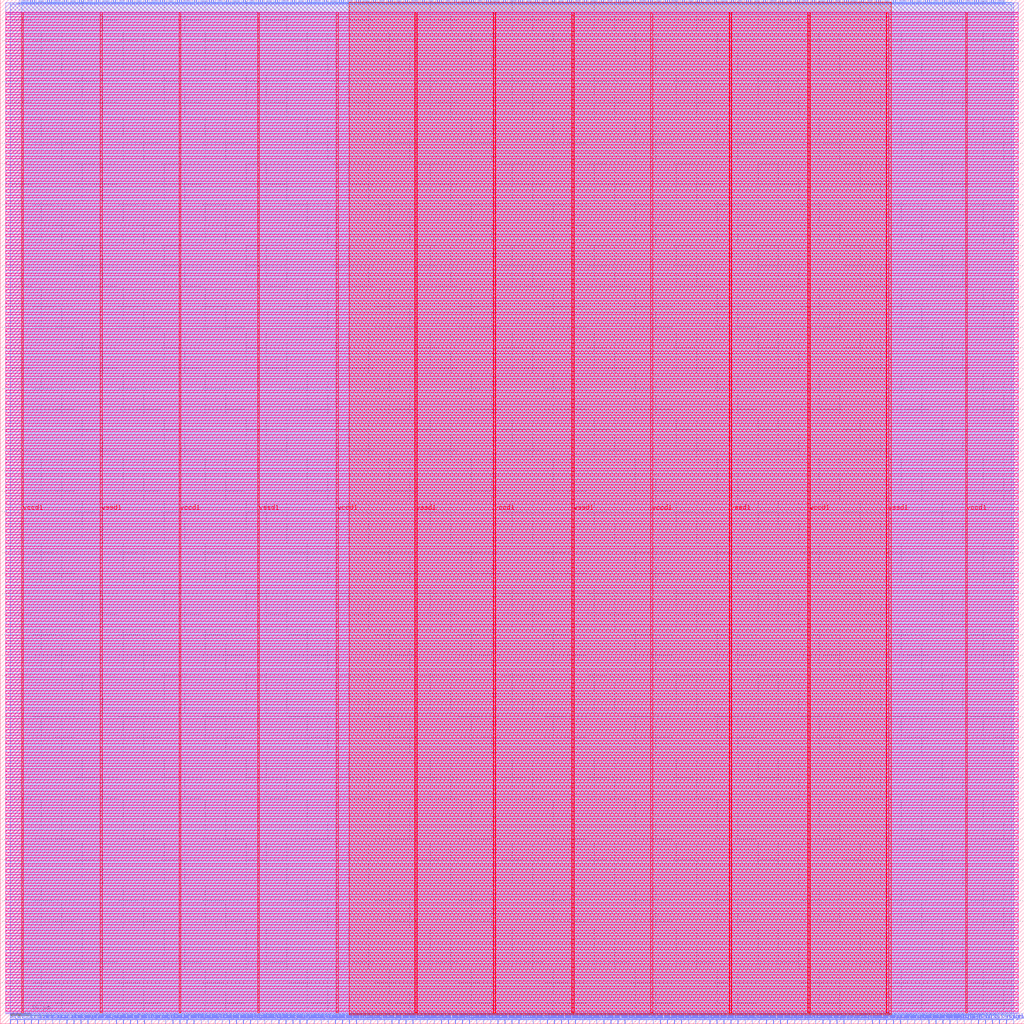
<source format=lef>
VERSION 5.7 ;
  NOWIREEXTENSIONATPIN ON ;
  DIVIDERCHAR "/" ;
  BUSBITCHARS "[]" ;
MACRO io_interface
  CLASS BLOCK ;
  FOREIGN io_interface ;
  ORIGIN 0.000 0.000 ;
  SIZE 1000.000 BY 1000.000 ;
  PIN Serial_input
    DIRECTION INPUT ;
    USE SIGNAL ;
    PORT
      LAYER met2 ;
        RECT 968.850 0.000 969.130 4.000 ;
    END
  END Serial_input
  PIN Serial_output
    DIRECTION OUTPUT TRISTATE ;
    USE SIGNAL ;
    PORT
      LAYER met2 ;
        RECT 975.750 0.000 976.030 4.000 ;
    END
  END Serial_output
  PIN clk
    DIRECTION OUTPUT TRISTATE ;
    USE SIGNAL ;
    PORT
      LAYER met2 ;
        RECT 941.250 0.000 941.530 4.000 ;
    END
  END clk
  PIN data_mem_addr[0]
    DIRECTION OUTPUT TRISTATE ;
    USE SIGNAL ;
    PORT
      LAYER met2 ;
        RECT 358.890 996.000 359.170 1000.000 ;
    END
  END data_mem_addr[0]
  PIN data_mem_addr[1]
    DIRECTION OUTPUT TRISTATE ;
    USE SIGNAL ;
    PORT
      LAYER met2 ;
        RECT 366.250 996.000 366.530 1000.000 ;
    END
  END data_mem_addr[1]
  PIN data_mem_addr[2]
    DIRECTION OUTPUT TRISTATE ;
    USE SIGNAL ;
    PORT
      LAYER met2 ;
        RECT 373.610 996.000 373.890 1000.000 ;
    END
  END data_mem_addr[2]
  PIN data_mem_addr[3]
    DIRECTION OUTPUT TRISTATE ;
    USE SIGNAL ;
    PORT
      LAYER met2 ;
        RECT 380.970 996.000 381.250 1000.000 ;
    END
  END data_mem_addr[3]
  PIN data_mem_addr[4]
    DIRECTION OUTPUT TRISTATE ;
    USE SIGNAL ;
    PORT
      LAYER met2 ;
        RECT 388.330 996.000 388.610 1000.000 ;
    END
  END data_mem_addr[4]
  PIN data_mem_addr[5]
    DIRECTION OUTPUT TRISTATE ;
    USE SIGNAL ;
    PORT
      LAYER met2 ;
        RECT 393.850 996.000 394.130 1000.000 ;
    END
  END data_mem_addr[5]
  PIN data_mem_addr[6]
    DIRECTION OUTPUT TRISTATE ;
    USE SIGNAL ;
    PORT
      LAYER met2 ;
        RECT 399.370 996.000 399.650 1000.000 ;
    END
  END data_mem_addr[6]
  PIN data_mem_addr[7]
    DIRECTION OUTPUT TRISTATE ;
    USE SIGNAL ;
    PORT
      LAYER met2 ;
        RECT 404.890 996.000 405.170 1000.000 ;
    END
  END data_mem_addr[7]
  PIN data_mem_csb
    DIRECTION OUTPUT TRISTATE ;
    USE SIGNAL ;
    PORT
      LAYER met2 ;
        RECT 357.050 996.000 357.330 1000.000 ;
    END
  END data_mem_csb
  PIN data_read_data[0]
    DIRECTION INPUT ;
    USE SIGNAL ;
    PORT
      LAYER met2 ;
        RECT 360.730 996.000 361.010 1000.000 ;
    END
  END data_read_data[0]
  PIN data_read_data[10]
    DIRECTION INPUT ;
    USE SIGNAL ;
    PORT
      LAYER met2 ;
        RECT 417.770 996.000 418.050 1000.000 ;
    END
  END data_read_data[10]
  PIN data_read_data[11]
    DIRECTION INPUT ;
    USE SIGNAL ;
    PORT
      LAYER met2 ;
        RECT 421.450 996.000 421.730 1000.000 ;
    END
  END data_read_data[11]
  PIN data_read_data[12]
    DIRECTION INPUT ;
    USE SIGNAL ;
    PORT
      LAYER met2 ;
        RECT 425.130 996.000 425.410 1000.000 ;
    END
  END data_read_data[12]
  PIN data_read_data[13]
    DIRECTION INPUT ;
    USE SIGNAL ;
    PORT
      LAYER met2 ;
        RECT 428.810 996.000 429.090 1000.000 ;
    END
  END data_read_data[13]
  PIN data_read_data[14]
    DIRECTION INPUT ;
    USE SIGNAL ;
    PORT
      LAYER met2 ;
        RECT 432.490 996.000 432.770 1000.000 ;
    END
  END data_read_data[14]
  PIN data_read_data[15]
    DIRECTION INPUT ;
    USE SIGNAL ;
    PORT
      LAYER met2 ;
        RECT 436.170 996.000 436.450 1000.000 ;
    END
  END data_read_data[15]
  PIN data_read_data[1]
    DIRECTION INPUT ;
    USE SIGNAL ;
    PORT
      LAYER met2 ;
        RECT 368.090 996.000 368.370 1000.000 ;
    END
  END data_read_data[1]
  PIN data_read_data[2]
    DIRECTION INPUT ;
    USE SIGNAL ;
    PORT
      LAYER met2 ;
        RECT 375.450 996.000 375.730 1000.000 ;
    END
  END data_read_data[2]
  PIN data_read_data[3]
    DIRECTION INPUT ;
    USE SIGNAL ;
    PORT
      LAYER met2 ;
        RECT 382.810 996.000 383.090 1000.000 ;
    END
  END data_read_data[3]
  PIN data_read_data[4]
    DIRECTION INPUT ;
    USE SIGNAL ;
    PORT
      LAYER met2 ;
        RECT 390.170 996.000 390.450 1000.000 ;
    END
  END data_read_data[4]
  PIN data_read_data[5]
    DIRECTION INPUT ;
    USE SIGNAL ;
    PORT
      LAYER met2 ;
        RECT 395.690 996.000 395.970 1000.000 ;
    END
  END data_read_data[5]
  PIN data_read_data[6]
    DIRECTION INPUT ;
    USE SIGNAL ;
    PORT
      LAYER met2 ;
        RECT 401.210 996.000 401.490 1000.000 ;
    END
  END data_read_data[6]
  PIN data_read_data[7]
    DIRECTION INPUT ;
    USE SIGNAL ;
    PORT
      LAYER met2 ;
        RECT 406.730 996.000 407.010 1000.000 ;
    END
  END data_read_data[7]
  PIN data_read_data[8]
    DIRECTION INPUT ;
    USE SIGNAL ;
    PORT
      LAYER met2 ;
        RECT 410.410 996.000 410.690 1000.000 ;
    END
  END data_read_data[8]
  PIN data_read_data[9]
    DIRECTION INPUT ;
    USE SIGNAL ;
    PORT
      LAYER met2 ;
        RECT 414.090 996.000 414.370 1000.000 ;
    END
  END data_read_data[9]
  PIN data_wmask[0]
    DIRECTION OUTPUT TRISTATE ;
    USE SIGNAL ;
    PORT
      LAYER met2 ;
        RECT 362.570 996.000 362.850 1000.000 ;
    END
  END data_wmask[0]
  PIN data_wmask[1]
    DIRECTION OUTPUT TRISTATE ;
    USE SIGNAL ;
    PORT
      LAYER met2 ;
        RECT 369.930 996.000 370.210 1000.000 ;
    END
  END data_wmask[1]
  PIN data_wmask[2]
    DIRECTION OUTPUT TRISTATE ;
    USE SIGNAL ;
    PORT
      LAYER met2 ;
        RECT 377.290 996.000 377.570 1000.000 ;
    END
  END data_wmask[2]
  PIN data_wmask[3]
    DIRECTION OUTPUT TRISTATE ;
    USE SIGNAL ;
    PORT
      LAYER met2 ;
        RECT 384.650 996.000 384.930 1000.000 ;
    END
  END data_wmask[3]
  PIN data_write_data[0]
    DIRECTION OUTPUT TRISTATE ;
    USE SIGNAL ;
    PORT
      LAYER met2 ;
        RECT 364.410 996.000 364.690 1000.000 ;
    END
  END data_write_data[0]
  PIN data_write_data[10]
    DIRECTION OUTPUT TRISTATE ;
    USE SIGNAL ;
    PORT
      LAYER met2 ;
        RECT 419.610 996.000 419.890 1000.000 ;
    END
  END data_write_data[10]
  PIN data_write_data[11]
    DIRECTION OUTPUT TRISTATE ;
    USE SIGNAL ;
    PORT
      LAYER met2 ;
        RECT 423.290 996.000 423.570 1000.000 ;
    END
  END data_write_data[11]
  PIN data_write_data[12]
    DIRECTION OUTPUT TRISTATE ;
    USE SIGNAL ;
    PORT
      LAYER met2 ;
        RECT 426.970 996.000 427.250 1000.000 ;
    END
  END data_write_data[12]
  PIN data_write_data[13]
    DIRECTION OUTPUT TRISTATE ;
    USE SIGNAL ;
    PORT
      LAYER met2 ;
        RECT 430.650 996.000 430.930 1000.000 ;
    END
  END data_write_data[13]
  PIN data_write_data[14]
    DIRECTION OUTPUT TRISTATE ;
    USE SIGNAL ;
    PORT
      LAYER met2 ;
        RECT 434.330 996.000 434.610 1000.000 ;
    END
  END data_write_data[14]
  PIN data_write_data[15]
    DIRECTION OUTPUT TRISTATE ;
    USE SIGNAL ;
    PORT
      LAYER met2 ;
        RECT 438.010 996.000 438.290 1000.000 ;
    END
  END data_write_data[15]
  PIN data_write_data[1]
    DIRECTION OUTPUT TRISTATE ;
    USE SIGNAL ;
    PORT
      LAYER met2 ;
        RECT 371.770 996.000 372.050 1000.000 ;
    END
  END data_write_data[1]
  PIN data_write_data[2]
    DIRECTION OUTPUT TRISTATE ;
    USE SIGNAL ;
    PORT
      LAYER met2 ;
        RECT 379.130 996.000 379.410 1000.000 ;
    END
  END data_write_data[2]
  PIN data_write_data[3]
    DIRECTION OUTPUT TRISTATE ;
    USE SIGNAL ;
    PORT
      LAYER met2 ;
        RECT 386.490 996.000 386.770 1000.000 ;
    END
  END data_write_data[3]
  PIN data_write_data[4]
    DIRECTION OUTPUT TRISTATE ;
    USE SIGNAL ;
    PORT
      LAYER met2 ;
        RECT 392.010 996.000 392.290 1000.000 ;
    END
  END data_write_data[4]
  PIN data_write_data[5]
    DIRECTION OUTPUT TRISTATE ;
    USE SIGNAL ;
    PORT
      LAYER met2 ;
        RECT 397.530 996.000 397.810 1000.000 ;
    END
  END data_write_data[5]
  PIN data_write_data[6]
    DIRECTION OUTPUT TRISTATE ;
    USE SIGNAL ;
    PORT
      LAYER met2 ;
        RECT 403.050 996.000 403.330 1000.000 ;
    END
  END data_write_data[6]
  PIN data_write_data[7]
    DIRECTION OUTPUT TRISTATE ;
    USE SIGNAL ;
    PORT
      LAYER met2 ;
        RECT 408.570 996.000 408.850 1000.000 ;
    END
  END data_write_data[7]
  PIN data_write_data[8]
    DIRECTION OUTPUT TRISTATE ;
    USE SIGNAL ;
    PORT
      LAYER met2 ;
        RECT 412.250 996.000 412.530 1000.000 ;
    END
  END data_write_data[8]
  PIN data_write_data[9]
    DIRECTION OUTPUT TRISTATE ;
    USE SIGNAL ;
    PORT
      LAYER met2 ;
        RECT 415.930 996.000 416.210 1000.000 ;
    END
  END data_write_data[9]
  PIN dataw_enb
    DIRECTION OUTPUT TRISTATE ;
    USE SIGNAL ;
    PORT
      LAYER met2 ;
        RECT 439.850 996.000 440.130 1000.000 ;
    END
  END dataw_enb
  PIN high
    DIRECTION OUTPUT TRISTATE ;
    USE SIGNAL ;
    PORT
      LAYER met2 ;
        RECT 982.650 0.000 982.930 4.000 ;
    END
  END high
  PIN hlt
    DIRECTION INPUT ;
    USE SIGNAL ;
    PORT
      LAYER met2 ;
        RECT 961.950 0.000 962.230 4.000 ;
    END
  END hlt
  PIN instr_mem_addr_9bit[0]
    DIRECTION OUTPUT TRISTATE ;
    USE SIGNAL ;
    PORT
      LAYER met2 ;
        RECT 441.690 996.000 441.970 1000.000 ;
    END
  END instr_mem_addr_9bit[0]
  PIN instr_mem_addr_9bit[1]
    DIRECTION OUTPUT TRISTATE ;
    USE SIGNAL ;
    PORT
      LAYER met2 ;
        RECT 463.770 996.000 464.050 1000.000 ;
    END
  END instr_mem_addr_9bit[1]
  PIN instr_mem_addr_9bit[2]
    DIRECTION OUTPUT TRISTATE ;
    USE SIGNAL ;
    PORT
      LAYER met2 ;
        RECT 485.850 996.000 486.130 1000.000 ;
    END
  END instr_mem_addr_9bit[2]
  PIN instr_mem_addr_9bit[3]
    DIRECTION OUTPUT TRISTATE ;
    USE SIGNAL ;
    PORT
      LAYER met2 ;
        RECT 507.930 996.000 508.210 1000.000 ;
    END
  END instr_mem_addr_9bit[3]
  PIN instr_mem_addr_9bit[4]
    DIRECTION OUTPUT TRISTATE ;
    USE SIGNAL ;
    PORT
      LAYER met2 ;
        RECT 530.010 996.000 530.290 1000.000 ;
    END
  END instr_mem_addr_9bit[4]
  PIN instr_mem_addr_9bit[5]
    DIRECTION OUTPUT TRISTATE ;
    USE SIGNAL ;
    PORT
      LAYER met2 ;
        RECT 550.250 996.000 550.530 1000.000 ;
    END
  END instr_mem_addr_9bit[5]
  PIN instr_mem_addr_9bit[6]
    DIRECTION OUTPUT TRISTATE ;
    USE SIGNAL ;
    PORT
      LAYER met2 ;
        RECT 570.490 996.000 570.770 1000.000 ;
    END
  END instr_mem_addr_9bit[6]
  PIN instr_mem_addr_9bit[7]
    DIRECTION OUTPUT TRISTATE ;
    USE SIGNAL ;
    PORT
      LAYER met2 ;
        RECT 590.730 996.000 591.010 1000.000 ;
    END
  END instr_mem_addr_9bit[7]
  PIN instr_mem_addr_9bit[8]
    DIRECTION OUTPUT TRISTATE ;
    USE SIGNAL ;
    PORT
      LAYER met2 ;
        RECT 610.970 996.000 611.250 1000.000 ;
    END
  END instr_mem_addr_9bit[8]
  PIN instr_mem_csb[0]
    DIRECTION OUTPUT TRISTATE ;
    USE SIGNAL ;
    PORT
      LAYER met2 ;
        RECT 443.530 996.000 443.810 1000.000 ;
    END
  END instr_mem_csb[0]
  PIN instr_mem_csb[1]
    DIRECTION OUTPUT TRISTATE ;
    USE SIGNAL ;
    PORT
      LAYER met2 ;
        RECT 465.610 996.000 465.890 1000.000 ;
    END
  END instr_mem_csb[1]
  PIN instr_mem_csb[2]
    DIRECTION OUTPUT TRISTATE ;
    USE SIGNAL ;
    PORT
      LAYER met2 ;
        RECT 487.690 996.000 487.970 1000.000 ;
    END
  END instr_mem_csb[2]
  PIN instr_mem_csb[3]
    DIRECTION OUTPUT TRISTATE ;
    USE SIGNAL ;
    PORT
      LAYER met2 ;
        RECT 509.770 996.000 510.050 1000.000 ;
    END
  END instr_mem_csb[3]
  PIN instr_mem_csb[4]
    DIRECTION OUTPUT TRISTATE ;
    USE SIGNAL ;
    PORT
      LAYER met2 ;
        RECT 531.850 996.000 532.130 1000.000 ;
    END
  END instr_mem_csb[4]
  PIN instr_mem_csb[5]
    DIRECTION OUTPUT TRISTATE ;
    USE SIGNAL ;
    PORT
      LAYER met2 ;
        RECT 552.090 996.000 552.370 1000.000 ;
    END
  END instr_mem_csb[5]
  PIN instr_mem_csb[6]
    DIRECTION OUTPUT TRISTATE ;
    USE SIGNAL ;
    PORT
      LAYER met2 ;
        RECT 572.330 996.000 572.610 1000.000 ;
    END
  END instr_mem_csb[6]
  PIN instr_mem_csb[7]
    DIRECTION OUTPUT TRISTATE ;
    USE SIGNAL ;
    PORT
      LAYER met2 ;
        RECT 592.570 996.000 592.850 1000.000 ;
    END
  END instr_mem_csb[7]
  PIN instr_read_data0[0]
    DIRECTION INPUT ;
    USE SIGNAL ;
    PORT
      LAYER met2 ;
        RECT 445.370 996.000 445.650 1000.000 ;
    END
  END instr_read_data0[0]
  PIN instr_read_data0[10]
    DIRECTION INPUT ;
    USE SIGNAL ;
    PORT
      LAYER met2 ;
        RECT 645.930 996.000 646.210 1000.000 ;
    END
  END instr_read_data0[10]
  PIN instr_read_data0[11]
    DIRECTION INPUT ;
    USE SIGNAL ;
    PORT
      LAYER met2 ;
        RECT 662.490 996.000 662.770 1000.000 ;
    END
  END instr_read_data0[11]
  PIN instr_read_data0[12]
    DIRECTION INPUT ;
    USE SIGNAL ;
    PORT
      LAYER met2 ;
        RECT 679.050 996.000 679.330 1000.000 ;
    END
  END instr_read_data0[12]
  PIN instr_read_data0[13]
    DIRECTION INPUT ;
    USE SIGNAL ;
    PORT
      LAYER met2 ;
        RECT 695.610 996.000 695.890 1000.000 ;
    END
  END instr_read_data0[13]
  PIN instr_read_data0[14]
    DIRECTION INPUT ;
    USE SIGNAL ;
    PORT
      LAYER met2 ;
        RECT 712.170 996.000 712.450 1000.000 ;
    END
  END instr_read_data0[14]
  PIN instr_read_data0[15]
    DIRECTION INPUT ;
    USE SIGNAL ;
    PORT
      LAYER met2 ;
        RECT 728.730 996.000 729.010 1000.000 ;
    END
  END instr_read_data0[15]
  PIN instr_read_data0[16]
    DIRECTION INPUT ;
    USE SIGNAL ;
    PORT
      LAYER met2 ;
        RECT 745.290 996.000 745.570 1000.000 ;
    END
  END instr_read_data0[16]
  PIN instr_read_data0[17]
    DIRECTION INPUT ;
    USE SIGNAL ;
    PORT
      LAYER met2 ;
        RECT 760.010 996.000 760.290 1000.000 ;
    END
  END instr_read_data0[17]
  PIN instr_read_data0[18]
    DIRECTION INPUT ;
    USE SIGNAL ;
    PORT
      LAYER met2 ;
        RECT 774.730 996.000 775.010 1000.000 ;
    END
  END instr_read_data0[18]
  PIN instr_read_data0[19]
    DIRECTION INPUT ;
    USE SIGNAL ;
    PORT
      LAYER met2 ;
        RECT 789.450 996.000 789.730 1000.000 ;
    END
  END instr_read_data0[19]
  PIN instr_read_data0[1]
    DIRECTION INPUT ;
    USE SIGNAL ;
    PORT
      LAYER met2 ;
        RECT 467.450 996.000 467.730 1000.000 ;
    END
  END instr_read_data0[1]
  PIN instr_read_data0[20]
    DIRECTION INPUT ;
    USE SIGNAL ;
    PORT
      LAYER met2 ;
        RECT 804.170 996.000 804.450 1000.000 ;
    END
  END instr_read_data0[20]
  PIN instr_read_data0[21]
    DIRECTION INPUT ;
    USE SIGNAL ;
    PORT
      LAYER met2 ;
        RECT 818.890 996.000 819.170 1000.000 ;
    END
  END instr_read_data0[21]
  PIN instr_read_data0[22]
    DIRECTION INPUT ;
    USE SIGNAL ;
    PORT
      LAYER met2 ;
        RECT 833.610 996.000 833.890 1000.000 ;
    END
  END instr_read_data0[22]
  PIN instr_read_data0[23]
    DIRECTION INPUT ;
    USE SIGNAL ;
    PORT
      LAYER met2 ;
        RECT 848.330 996.000 848.610 1000.000 ;
    END
  END instr_read_data0[23]
  PIN instr_read_data0[24]
    DIRECTION INPUT ;
    USE SIGNAL ;
    PORT
      LAYER met2 ;
        RECT 863.050 996.000 863.330 1000.000 ;
    END
  END instr_read_data0[24]
  PIN instr_read_data0[25]
    DIRECTION INPUT ;
    USE SIGNAL ;
    PORT
      LAYER met2 ;
        RECT 877.770 996.000 878.050 1000.000 ;
    END
  END instr_read_data0[25]
  PIN instr_read_data0[26]
    DIRECTION INPUT ;
    USE SIGNAL ;
    PORT
      LAYER met2 ;
        RECT 892.490 996.000 892.770 1000.000 ;
    END
  END instr_read_data0[26]
  PIN instr_read_data0[27]
    DIRECTION INPUT ;
    USE SIGNAL ;
    PORT
      LAYER met2 ;
        RECT 907.210 996.000 907.490 1000.000 ;
    END
  END instr_read_data0[27]
  PIN instr_read_data0[28]
    DIRECTION INPUT ;
    USE SIGNAL ;
    PORT
      LAYER met2 ;
        RECT 921.930 996.000 922.210 1000.000 ;
    END
  END instr_read_data0[28]
  PIN instr_read_data0[29]
    DIRECTION INPUT ;
    USE SIGNAL ;
    PORT
      LAYER met2 ;
        RECT 936.650 996.000 936.930 1000.000 ;
    END
  END instr_read_data0[29]
  PIN instr_read_data0[2]
    DIRECTION INPUT ;
    USE SIGNAL ;
    PORT
      LAYER met2 ;
        RECT 489.530 996.000 489.810 1000.000 ;
    END
  END instr_read_data0[2]
  PIN instr_read_data0[30]
    DIRECTION INPUT ;
    USE SIGNAL ;
    PORT
      LAYER met2 ;
        RECT 951.370 996.000 951.650 1000.000 ;
    END
  END instr_read_data0[30]
  PIN instr_read_data0[31]
    DIRECTION INPUT ;
    USE SIGNAL ;
    PORT
      LAYER met2 ;
        RECT 966.090 996.000 966.370 1000.000 ;
    END
  END instr_read_data0[31]
  PIN instr_read_data0[3]
    DIRECTION INPUT ;
    USE SIGNAL ;
    PORT
      LAYER met2 ;
        RECT 511.610 996.000 511.890 1000.000 ;
    END
  END instr_read_data0[3]
  PIN instr_read_data0[4]
    DIRECTION INPUT ;
    USE SIGNAL ;
    PORT
      LAYER met2 ;
        RECT 533.690 996.000 533.970 1000.000 ;
    END
  END instr_read_data0[4]
  PIN instr_read_data0[5]
    DIRECTION INPUT ;
    USE SIGNAL ;
    PORT
      LAYER met2 ;
        RECT 553.930 996.000 554.210 1000.000 ;
    END
  END instr_read_data0[5]
  PIN instr_read_data0[6]
    DIRECTION INPUT ;
    USE SIGNAL ;
    PORT
      LAYER met2 ;
        RECT 574.170 996.000 574.450 1000.000 ;
    END
  END instr_read_data0[6]
  PIN instr_read_data0[7]
    DIRECTION INPUT ;
    USE SIGNAL ;
    PORT
      LAYER met2 ;
        RECT 594.410 996.000 594.690 1000.000 ;
    END
  END instr_read_data0[7]
  PIN instr_read_data0[8]
    DIRECTION INPUT ;
    USE SIGNAL ;
    PORT
      LAYER met2 ;
        RECT 612.810 996.000 613.090 1000.000 ;
    END
  END instr_read_data0[8]
  PIN instr_read_data0[9]
    DIRECTION INPUT ;
    USE SIGNAL ;
    PORT
      LAYER met2 ;
        RECT 629.370 996.000 629.650 1000.000 ;
    END
  END instr_read_data0[9]
  PIN instr_read_data1[0]
    DIRECTION INPUT ;
    USE SIGNAL ;
    PORT
      LAYER met2 ;
        RECT 447.210 996.000 447.490 1000.000 ;
    END
  END instr_read_data1[0]
  PIN instr_read_data1[10]
    DIRECTION INPUT ;
    USE SIGNAL ;
    PORT
      LAYER met2 ;
        RECT 647.770 996.000 648.050 1000.000 ;
    END
  END instr_read_data1[10]
  PIN instr_read_data1[11]
    DIRECTION INPUT ;
    USE SIGNAL ;
    PORT
      LAYER met2 ;
        RECT 664.330 996.000 664.610 1000.000 ;
    END
  END instr_read_data1[11]
  PIN instr_read_data1[12]
    DIRECTION INPUT ;
    USE SIGNAL ;
    PORT
      LAYER met2 ;
        RECT 680.890 996.000 681.170 1000.000 ;
    END
  END instr_read_data1[12]
  PIN instr_read_data1[13]
    DIRECTION INPUT ;
    USE SIGNAL ;
    PORT
      LAYER met2 ;
        RECT 697.450 996.000 697.730 1000.000 ;
    END
  END instr_read_data1[13]
  PIN instr_read_data1[14]
    DIRECTION INPUT ;
    USE SIGNAL ;
    PORT
      LAYER met2 ;
        RECT 714.010 996.000 714.290 1000.000 ;
    END
  END instr_read_data1[14]
  PIN instr_read_data1[15]
    DIRECTION INPUT ;
    USE SIGNAL ;
    PORT
      LAYER met2 ;
        RECT 730.570 996.000 730.850 1000.000 ;
    END
  END instr_read_data1[15]
  PIN instr_read_data1[16]
    DIRECTION INPUT ;
    USE SIGNAL ;
    PORT
      LAYER met2 ;
        RECT 747.130 996.000 747.410 1000.000 ;
    END
  END instr_read_data1[16]
  PIN instr_read_data1[17]
    DIRECTION INPUT ;
    USE SIGNAL ;
    PORT
      LAYER met2 ;
        RECT 761.850 996.000 762.130 1000.000 ;
    END
  END instr_read_data1[17]
  PIN instr_read_data1[18]
    DIRECTION INPUT ;
    USE SIGNAL ;
    PORT
      LAYER met2 ;
        RECT 776.570 996.000 776.850 1000.000 ;
    END
  END instr_read_data1[18]
  PIN instr_read_data1[19]
    DIRECTION INPUT ;
    USE SIGNAL ;
    PORT
      LAYER met2 ;
        RECT 791.290 996.000 791.570 1000.000 ;
    END
  END instr_read_data1[19]
  PIN instr_read_data1[1]
    DIRECTION INPUT ;
    USE SIGNAL ;
    PORT
      LAYER met2 ;
        RECT 469.290 996.000 469.570 1000.000 ;
    END
  END instr_read_data1[1]
  PIN instr_read_data1[20]
    DIRECTION INPUT ;
    USE SIGNAL ;
    PORT
      LAYER met2 ;
        RECT 806.010 996.000 806.290 1000.000 ;
    END
  END instr_read_data1[20]
  PIN instr_read_data1[21]
    DIRECTION INPUT ;
    USE SIGNAL ;
    PORT
      LAYER met2 ;
        RECT 820.730 996.000 821.010 1000.000 ;
    END
  END instr_read_data1[21]
  PIN instr_read_data1[22]
    DIRECTION INPUT ;
    USE SIGNAL ;
    PORT
      LAYER met2 ;
        RECT 835.450 996.000 835.730 1000.000 ;
    END
  END instr_read_data1[22]
  PIN instr_read_data1[23]
    DIRECTION INPUT ;
    USE SIGNAL ;
    PORT
      LAYER met2 ;
        RECT 850.170 996.000 850.450 1000.000 ;
    END
  END instr_read_data1[23]
  PIN instr_read_data1[24]
    DIRECTION INPUT ;
    USE SIGNAL ;
    PORT
      LAYER met2 ;
        RECT 864.890 996.000 865.170 1000.000 ;
    END
  END instr_read_data1[24]
  PIN instr_read_data1[25]
    DIRECTION INPUT ;
    USE SIGNAL ;
    PORT
      LAYER met2 ;
        RECT 879.610 996.000 879.890 1000.000 ;
    END
  END instr_read_data1[25]
  PIN instr_read_data1[26]
    DIRECTION INPUT ;
    USE SIGNAL ;
    PORT
      LAYER met2 ;
        RECT 894.330 996.000 894.610 1000.000 ;
    END
  END instr_read_data1[26]
  PIN instr_read_data1[27]
    DIRECTION INPUT ;
    USE SIGNAL ;
    PORT
      LAYER met2 ;
        RECT 909.050 996.000 909.330 1000.000 ;
    END
  END instr_read_data1[27]
  PIN instr_read_data1[28]
    DIRECTION INPUT ;
    USE SIGNAL ;
    PORT
      LAYER met2 ;
        RECT 923.770 996.000 924.050 1000.000 ;
    END
  END instr_read_data1[28]
  PIN instr_read_data1[29]
    DIRECTION INPUT ;
    USE SIGNAL ;
    PORT
      LAYER met2 ;
        RECT 938.490 996.000 938.770 1000.000 ;
    END
  END instr_read_data1[29]
  PIN instr_read_data1[2]
    DIRECTION INPUT ;
    USE SIGNAL ;
    PORT
      LAYER met2 ;
        RECT 491.370 996.000 491.650 1000.000 ;
    END
  END instr_read_data1[2]
  PIN instr_read_data1[30]
    DIRECTION INPUT ;
    USE SIGNAL ;
    PORT
      LAYER met2 ;
        RECT 953.210 996.000 953.490 1000.000 ;
    END
  END instr_read_data1[30]
  PIN instr_read_data1[31]
    DIRECTION INPUT ;
    USE SIGNAL ;
    PORT
      LAYER met2 ;
        RECT 967.930 996.000 968.210 1000.000 ;
    END
  END instr_read_data1[31]
  PIN instr_read_data1[3]
    DIRECTION INPUT ;
    USE SIGNAL ;
    PORT
      LAYER met2 ;
        RECT 513.450 996.000 513.730 1000.000 ;
    END
  END instr_read_data1[3]
  PIN instr_read_data1[4]
    DIRECTION INPUT ;
    USE SIGNAL ;
    PORT
      LAYER met2 ;
        RECT 535.530 996.000 535.810 1000.000 ;
    END
  END instr_read_data1[4]
  PIN instr_read_data1[5]
    DIRECTION INPUT ;
    USE SIGNAL ;
    PORT
      LAYER met2 ;
        RECT 555.770 996.000 556.050 1000.000 ;
    END
  END instr_read_data1[5]
  PIN instr_read_data1[6]
    DIRECTION INPUT ;
    USE SIGNAL ;
    PORT
      LAYER met2 ;
        RECT 576.010 996.000 576.290 1000.000 ;
    END
  END instr_read_data1[6]
  PIN instr_read_data1[7]
    DIRECTION INPUT ;
    USE SIGNAL ;
    PORT
      LAYER met2 ;
        RECT 596.250 996.000 596.530 1000.000 ;
    END
  END instr_read_data1[7]
  PIN instr_read_data1[8]
    DIRECTION INPUT ;
    USE SIGNAL ;
    PORT
      LAYER met2 ;
        RECT 614.650 996.000 614.930 1000.000 ;
    END
  END instr_read_data1[8]
  PIN instr_read_data1[9]
    DIRECTION INPUT ;
    USE SIGNAL ;
    PORT
      LAYER met2 ;
        RECT 631.210 996.000 631.490 1000.000 ;
    END
  END instr_read_data1[9]
  PIN instr_read_data2[0]
    DIRECTION INPUT ;
    USE SIGNAL ;
    PORT
      LAYER met2 ;
        RECT 449.050 996.000 449.330 1000.000 ;
    END
  END instr_read_data2[0]
  PIN instr_read_data2[10]
    DIRECTION INPUT ;
    USE SIGNAL ;
    PORT
      LAYER met2 ;
        RECT 649.610 996.000 649.890 1000.000 ;
    END
  END instr_read_data2[10]
  PIN instr_read_data2[11]
    DIRECTION INPUT ;
    USE SIGNAL ;
    PORT
      LAYER met2 ;
        RECT 666.170 996.000 666.450 1000.000 ;
    END
  END instr_read_data2[11]
  PIN instr_read_data2[12]
    DIRECTION INPUT ;
    USE SIGNAL ;
    PORT
      LAYER met2 ;
        RECT 682.730 996.000 683.010 1000.000 ;
    END
  END instr_read_data2[12]
  PIN instr_read_data2[13]
    DIRECTION INPUT ;
    USE SIGNAL ;
    PORT
      LAYER met2 ;
        RECT 699.290 996.000 699.570 1000.000 ;
    END
  END instr_read_data2[13]
  PIN instr_read_data2[14]
    DIRECTION INPUT ;
    USE SIGNAL ;
    PORT
      LAYER met2 ;
        RECT 715.850 996.000 716.130 1000.000 ;
    END
  END instr_read_data2[14]
  PIN instr_read_data2[15]
    DIRECTION INPUT ;
    USE SIGNAL ;
    PORT
      LAYER met2 ;
        RECT 732.410 996.000 732.690 1000.000 ;
    END
  END instr_read_data2[15]
  PIN instr_read_data2[16]
    DIRECTION INPUT ;
    USE SIGNAL ;
    PORT
      LAYER met2 ;
        RECT 748.970 996.000 749.250 1000.000 ;
    END
  END instr_read_data2[16]
  PIN instr_read_data2[17]
    DIRECTION INPUT ;
    USE SIGNAL ;
    PORT
      LAYER met2 ;
        RECT 763.690 996.000 763.970 1000.000 ;
    END
  END instr_read_data2[17]
  PIN instr_read_data2[18]
    DIRECTION INPUT ;
    USE SIGNAL ;
    PORT
      LAYER met2 ;
        RECT 778.410 996.000 778.690 1000.000 ;
    END
  END instr_read_data2[18]
  PIN instr_read_data2[19]
    DIRECTION INPUT ;
    USE SIGNAL ;
    PORT
      LAYER met2 ;
        RECT 793.130 996.000 793.410 1000.000 ;
    END
  END instr_read_data2[19]
  PIN instr_read_data2[1]
    DIRECTION INPUT ;
    USE SIGNAL ;
    PORT
      LAYER met2 ;
        RECT 471.130 996.000 471.410 1000.000 ;
    END
  END instr_read_data2[1]
  PIN instr_read_data2[20]
    DIRECTION INPUT ;
    USE SIGNAL ;
    PORT
      LAYER met2 ;
        RECT 807.850 996.000 808.130 1000.000 ;
    END
  END instr_read_data2[20]
  PIN instr_read_data2[21]
    DIRECTION INPUT ;
    USE SIGNAL ;
    PORT
      LAYER met2 ;
        RECT 822.570 996.000 822.850 1000.000 ;
    END
  END instr_read_data2[21]
  PIN instr_read_data2[22]
    DIRECTION INPUT ;
    USE SIGNAL ;
    PORT
      LAYER met2 ;
        RECT 837.290 996.000 837.570 1000.000 ;
    END
  END instr_read_data2[22]
  PIN instr_read_data2[23]
    DIRECTION INPUT ;
    USE SIGNAL ;
    PORT
      LAYER met2 ;
        RECT 852.010 996.000 852.290 1000.000 ;
    END
  END instr_read_data2[23]
  PIN instr_read_data2[24]
    DIRECTION INPUT ;
    USE SIGNAL ;
    PORT
      LAYER met2 ;
        RECT 866.730 996.000 867.010 1000.000 ;
    END
  END instr_read_data2[24]
  PIN instr_read_data2[25]
    DIRECTION INPUT ;
    USE SIGNAL ;
    PORT
      LAYER met2 ;
        RECT 881.450 996.000 881.730 1000.000 ;
    END
  END instr_read_data2[25]
  PIN instr_read_data2[26]
    DIRECTION INPUT ;
    USE SIGNAL ;
    PORT
      LAYER met2 ;
        RECT 896.170 996.000 896.450 1000.000 ;
    END
  END instr_read_data2[26]
  PIN instr_read_data2[27]
    DIRECTION INPUT ;
    USE SIGNAL ;
    PORT
      LAYER met2 ;
        RECT 910.890 996.000 911.170 1000.000 ;
    END
  END instr_read_data2[27]
  PIN instr_read_data2[28]
    DIRECTION INPUT ;
    USE SIGNAL ;
    PORT
      LAYER met2 ;
        RECT 925.610 996.000 925.890 1000.000 ;
    END
  END instr_read_data2[28]
  PIN instr_read_data2[29]
    DIRECTION INPUT ;
    USE SIGNAL ;
    PORT
      LAYER met2 ;
        RECT 940.330 996.000 940.610 1000.000 ;
    END
  END instr_read_data2[29]
  PIN instr_read_data2[2]
    DIRECTION INPUT ;
    USE SIGNAL ;
    PORT
      LAYER met2 ;
        RECT 493.210 996.000 493.490 1000.000 ;
    END
  END instr_read_data2[2]
  PIN instr_read_data2[30]
    DIRECTION INPUT ;
    USE SIGNAL ;
    PORT
      LAYER met2 ;
        RECT 955.050 996.000 955.330 1000.000 ;
    END
  END instr_read_data2[30]
  PIN instr_read_data2[31]
    DIRECTION INPUT ;
    USE SIGNAL ;
    PORT
      LAYER met2 ;
        RECT 969.770 996.000 970.050 1000.000 ;
    END
  END instr_read_data2[31]
  PIN instr_read_data2[3]
    DIRECTION INPUT ;
    USE SIGNAL ;
    PORT
      LAYER met2 ;
        RECT 515.290 996.000 515.570 1000.000 ;
    END
  END instr_read_data2[3]
  PIN instr_read_data2[4]
    DIRECTION INPUT ;
    USE SIGNAL ;
    PORT
      LAYER met2 ;
        RECT 537.370 996.000 537.650 1000.000 ;
    END
  END instr_read_data2[4]
  PIN instr_read_data2[5]
    DIRECTION INPUT ;
    USE SIGNAL ;
    PORT
      LAYER met2 ;
        RECT 557.610 996.000 557.890 1000.000 ;
    END
  END instr_read_data2[5]
  PIN instr_read_data2[6]
    DIRECTION INPUT ;
    USE SIGNAL ;
    PORT
      LAYER met2 ;
        RECT 577.850 996.000 578.130 1000.000 ;
    END
  END instr_read_data2[6]
  PIN instr_read_data2[7]
    DIRECTION INPUT ;
    USE SIGNAL ;
    PORT
      LAYER met2 ;
        RECT 598.090 996.000 598.370 1000.000 ;
    END
  END instr_read_data2[7]
  PIN instr_read_data2[8]
    DIRECTION INPUT ;
    USE SIGNAL ;
    PORT
      LAYER met2 ;
        RECT 616.490 996.000 616.770 1000.000 ;
    END
  END instr_read_data2[8]
  PIN instr_read_data2[9]
    DIRECTION INPUT ;
    USE SIGNAL ;
    PORT
      LAYER met2 ;
        RECT 633.050 996.000 633.330 1000.000 ;
    END
  END instr_read_data2[9]
  PIN instr_read_data3[0]
    DIRECTION INPUT ;
    USE SIGNAL ;
    PORT
      LAYER met2 ;
        RECT 450.890 996.000 451.170 1000.000 ;
    END
  END instr_read_data3[0]
  PIN instr_read_data3[10]
    DIRECTION INPUT ;
    USE SIGNAL ;
    PORT
      LAYER met2 ;
        RECT 651.450 996.000 651.730 1000.000 ;
    END
  END instr_read_data3[10]
  PIN instr_read_data3[11]
    DIRECTION INPUT ;
    USE SIGNAL ;
    PORT
      LAYER met2 ;
        RECT 668.010 996.000 668.290 1000.000 ;
    END
  END instr_read_data3[11]
  PIN instr_read_data3[12]
    DIRECTION INPUT ;
    USE SIGNAL ;
    PORT
      LAYER met2 ;
        RECT 684.570 996.000 684.850 1000.000 ;
    END
  END instr_read_data3[12]
  PIN instr_read_data3[13]
    DIRECTION INPUT ;
    USE SIGNAL ;
    PORT
      LAYER met2 ;
        RECT 701.130 996.000 701.410 1000.000 ;
    END
  END instr_read_data3[13]
  PIN instr_read_data3[14]
    DIRECTION INPUT ;
    USE SIGNAL ;
    PORT
      LAYER met2 ;
        RECT 717.690 996.000 717.970 1000.000 ;
    END
  END instr_read_data3[14]
  PIN instr_read_data3[15]
    DIRECTION INPUT ;
    USE SIGNAL ;
    PORT
      LAYER met2 ;
        RECT 734.250 996.000 734.530 1000.000 ;
    END
  END instr_read_data3[15]
  PIN instr_read_data3[16]
    DIRECTION INPUT ;
    USE SIGNAL ;
    PORT
      LAYER met2 ;
        RECT 750.810 996.000 751.090 1000.000 ;
    END
  END instr_read_data3[16]
  PIN instr_read_data3[17]
    DIRECTION INPUT ;
    USE SIGNAL ;
    PORT
      LAYER met2 ;
        RECT 765.530 996.000 765.810 1000.000 ;
    END
  END instr_read_data3[17]
  PIN instr_read_data3[18]
    DIRECTION INPUT ;
    USE SIGNAL ;
    PORT
      LAYER met2 ;
        RECT 780.250 996.000 780.530 1000.000 ;
    END
  END instr_read_data3[18]
  PIN instr_read_data3[19]
    DIRECTION INPUT ;
    USE SIGNAL ;
    PORT
      LAYER met2 ;
        RECT 794.970 996.000 795.250 1000.000 ;
    END
  END instr_read_data3[19]
  PIN instr_read_data3[1]
    DIRECTION INPUT ;
    USE SIGNAL ;
    PORT
      LAYER met2 ;
        RECT 472.970 996.000 473.250 1000.000 ;
    END
  END instr_read_data3[1]
  PIN instr_read_data3[20]
    DIRECTION INPUT ;
    USE SIGNAL ;
    PORT
      LAYER met2 ;
        RECT 809.690 996.000 809.970 1000.000 ;
    END
  END instr_read_data3[20]
  PIN instr_read_data3[21]
    DIRECTION INPUT ;
    USE SIGNAL ;
    PORT
      LAYER met2 ;
        RECT 824.410 996.000 824.690 1000.000 ;
    END
  END instr_read_data3[21]
  PIN instr_read_data3[22]
    DIRECTION INPUT ;
    USE SIGNAL ;
    PORT
      LAYER met2 ;
        RECT 839.130 996.000 839.410 1000.000 ;
    END
  END instr_read_data3[22]
  PIN instr_read_data3[23]
    DIRECTION INPUT ;
    USE SIGNAL ;
    PORT
      LAYER met2 ;
        RECT 853.850 996.000 854.130 1000.000 ;
    END
  END instr_read_data3[23]
  PIN instr_read_data3[24]
    DIRECTION INPUT ;
    USE SIGNAL ;
    PORT
      LAYER met2 ;
        RECT 868.570 996.000 868.850 1000.000 ;
    END
  END instr_read_data3[24]
  PIN instr_read_data3[25]
    DIRECTION INPUT ;
    USE SIGNAL ;
    PORT
      LAYER met2 ;
        RECT 883.290 996.000 883.570 1000.000 ;
    END
  END instr_read_data3[25]
  PIN instr_read_data3[26]
    DIRECTION INPUT ;
    USE SIGNAL ;
    PORT
      LAYER met2 ;
        RECT 898.010 996.000 898.290 1000.000 ;
    END
  END instr_read_data3[26]
  PIN instr_read_data3[27]
    DIRECTION INPUT ;
    USE SIGNAL ;
    PORT
      LAYER met2 ;
        RECT 912.730 996.000 913.010 1000.000 ;
    END
  END instr_read_data3[27]
  PIN instr_read_data3[28]
    DIRECTION INPUT ;
    USE SIGNAL ;
    PORT
      LAYER met2 ;
        RECT 927.450 996.000 927.730 1000.000 ;
    END
  END instr_read_data3[28]
  PIN instr_read_data3[29]
    DIRECTION INPUT ;
    USE SIGNAL ;
    PORT
      LAYER met2 ;
        RECT 942.170 996.000 942.450 1000.000 ;
    END
  END instr_read_data3[29]
  PIN instr_read_data3[2]
    DIRECTION INPUT ;
    USE SIGNAL ;
    PORT
      LAYER met2 ;
        RECT 495.050 996.000 495.330 1000.000 ;
    END
  END instr_read_data3[2]
  PIN instr_read_data3[30]
    DIRECTION INPUT ;
    USE SIGNAL ;
    PORT
      LAYER met2 ;
        RECT 956.890 996.000 957.170 1000.000 ;
    END
  END instr_read_data3[30]
  PIN instr_read_data3[31]
    DIRECTION INPUT ;
    USE SIGNAL ;
    PORT
      LAYER met2 ;
        RECT 971.610 996.000 971.890 1000.000 ;
    END
  END instr_read_data3[31]
  PIN instr_read_data3[3]
    DIRECTION INPUT ;
    USE SIGNAL ;
    PORT
      LAYER met2 ;
        RECT 517.130 996.000 517.410 1000.000 ;
    END
  END instr_read_data3[3]
  PIN instr_read_data3[4]
    DIRECTION INPUT ;
    USE SIGNAL ;
    PORT
      LAYER met2 ;
        RECT 539.210 996.000 539.490 1000.000 ;
    END
  END instr_read_data3[4]
  PIN instr_read_data3[5]
    DIRECTION INPUT ;
    USE SIGNAL ;
    PORT
      LAYER met2 ;
        RECT 559.450 996.000 559.730 1000.000 ;
    END
  END instr_read_data3[5]
  PIN instr_read_data3[6]
    DIRECTION INPUT ;
    USE SIGNAL ;
    PORT
      LAYER met2 ;
        RECT 579.690 996.000 579.970 1000.000 ;
    END
  END instr_read_data3[6]
  PIN instr_read_data3[7]
    DIRECTION INPUT ;
    USE SIGNAL ;
    PORT
      LAYER met2 ;
        RECT 599.930 996.000 600.210 1000.000 ;
    END
  END instr_read_data3[7]
  PIN instr_read_data3[8]
    DIRECTION INPUT ;
    USE SIGNAL ;
    PORT
      LAYER met2 ;
        RECT 618.330 996.000 618.610 1000.000 ;
    END
  END instr_read_data3[8]
  PIN instr_read_data3[9]
    DIRECTION INPUT ;
    USE SIGNAL ;
    PORT
      LAYER met2 ;
        RECT 634.890 996.000 635.170 1000.000 ;
    END
  END instr_read_data3[9]
  PIN instr_read_data4[0]
    DIRECTION INPUT ;
    USE SIGNAL ;
    PORT
      LAYER met2 ;
        RECT 452.730 996.000 453.010 1000.000 ;
    END
  END instr_read_data4[0]
  PIN instr_read_data4[10]
    DIRECTION INPUT ;
    USE SIGNAL ;
    PORT
      LAYER met2 ;
        RECT 653.290 996.000 653.570 1000.000 ;
    END
  END instr_read_data4[10]
  PIN instr_read_data4[11]
    DIRECTION INPUT ;
    USE SIGNAL ;
    PORT
      LAYER met2 ;
        RECT 669.850 996.000 670.130 1000.000 ;
    END
  END instr_read_data4[11]
  PIN instr_read_data4[12]
    DIRECTION INPUT ;
    USE SIGNAL ;
    PORT
      LAYER met2 ;
        RECT 686.410 996.000 686.690 1000.000 ;
    END
  END instr_read_data4[12]
  PIN instr_read_data4[13]
    DIRECTION INPUT ;
    USE SIGNAL ;
    PORT
      LAYER met2 ;
        RECT 702.970 996.000 703.250 1000.000 ;
    END
  END instr_read_data4[13]
  PIN instr_read_data4[14]
    DIRECTION INPUT ;
    USE SIGNAL ;
    PORT
      LAYER met2 ;
        RECT 719.530 996.000 719.810 1000.000 ;
    END
  END instr_read_data4[14]
  PIN instr_read_data4[15]
    DIRECTION INPUT ;
    USE SIGNAL ;
    PORT
      LAYER met2 ;
        RECT 736.090 996.000 736.370 1000.000 ;
    END
  END instr_read_data4[15]
  PIN instr_read_data4[16]
    DIRECTION INPUT ;
    USE SIGNAL ;
    PORT
      LAYER met2 ;
        RECT 752.650 996.000 752.930 1000.000 ;
    END
  END instr_read_data4[16]
  PIN instr_read_data4[17]
    DIRECTION INPUT ;
    USE SIGNAL ;
    PORT
      LAYER met2 ;
        RECT 767.370 996.000 767.650 1000.000 ;
    END
  END instr_read_data4[17]
  PIN instr_read_data4[18]
    DIRECTION INPUT ;
    USE SIGNAL ;
    PORT
      LAYER met2 ;
        RECT 782.090 996.000 782.370 1000.000 ;
    END
  END instr_read_data4[18]
  PIN instr_read_data4[19]
    DIRECTION INPUT ;
    USE SIGNAL ;
    PORT
      LAYER met2 ;
        RECT 796.810 996.000 797.090 1000.000 ;
    END
  END instr_read_data4[19]
  PIN instr_read_data4[1]
    DIRECTION INPUT ;
    USE SIGNAL ;
    PORT
      LAYER met2 ;
        RECT 474.810 996.000 475.090 1000.000 ;
    END
  END instr_read_data4[1]
  PIN instr_read_data4[20]
    DIRECTION INPUT ;
    USE SIGNAL ;
    PORT
      LAYER met2 ;
        RECT 811.530 996.000 811.810 1000.000 ;
    END
  END instr_read_data4[20]
  PIN instr_read_data4[21]
    DIRECTION INPUT ;
    USE SIGNAL ;
    PORT
      LAYER met2 ;
        RECT 826.250 996.000 826.530 1000.000 ;
    END
  END instr_read_data4[21]
  PIN instr_read_data4[22]
    DIRECTION INPUT ;
    USE SIGNAL ;
    PORT
      LAYER met2 ;
        RECT 840.970 996.000 841.250 1000.000 ;
    END
  END instr_read_data4[22]
  PIN instr_read_data4[23]
    DIRECTION INPUT ;
    USE SIGNAL ;
    PORT
      LAYER met2 ;
        RECT 855.690 996.000 855.970 1000.000 ;
    END
  END instr_read_data4[23]
  PIN instr_read_data4[24]
    DIRECTION INPUT ;
    USE SIGNAL ;
    PORT
      LAYER met2 ;
        RECT 870.410 996.000 870.690 1000.000 ;
    END
  END instr_read_data4[24]
  PIN instr_read_data4[25]
    DIRECTION INPUT ;
    USE SIGNAL ;
    PORT
      LAYER met2 ;
        RECT 885.130 996.000 885.410 1000.000 ;
    END
  END instr_read_data4[25]
  PIN instr_read_data4[26]
    DIRECTION INPUT ;
    USE SIGNAL ;
    PORT
      LAYER met2 ;
        RECT 899.850 996.000 900.130 1000.000 ;
    END
  END instr_read_data4[26]
  PIN instr_read_data4[27]
    DIRECTION INPUT ;
    USE SIGNAL ;
    PORT
      LAYER met2 ;
        RECT 914.570 996.000 914.850 1000.000 ;
    END
  END instr_read_data4[27]
  PIN instr_read_data4[28]
    DIRECTION INPUT ;
    USE SIGNAL ;
    PORT
      LAYER met2 ;
        RECT 929.290 996.000 929.570 1000.000 ;
    END
  END instr_read_data4[28]
  PIN instr_read_data4[29]
    DIRECTION INPUT ;
    USE SIGNAL ;
    PORT
      LAYER met2 ;
        RECT 944.010 996.000 944.290 1000.000 ;
    END
  END instr_read_data4[29]
  PIN instr_read_data4[2]
    DIRECTION INPUT ;
    USE SIGNAL ;
    PORT
      LAYER met2 ;
        RECT 496.890 996.000 497.170 1000.000 ;
    END
  END instr_read_data4[2]
  PIN instr_read_data4[30]
    DIRECTION INPUT ;
    USE SIGNAL ;
    PORT
      LAYER met2 ;
        RECT 958.730 996.000 959.010 1000.000 ;
    END
  END instr_read_data4[30]
  PIN instr_read_data4[31]
    DIRECTION INPUT ;
    USE SIGNAL ;
    PORT
      LAYER met2 ;
        RECT 973.450 996.000 973.730 1000.000 ;
    END
  END instr_read_data4[31]
  PIN instr_read_data4[3]
    DIRECTION INPUT ;
    USE SIGNAL ;
    PORT
      LAYER met2 ;
        RECT 518.970 996.000 519.250 1000.000 ;
    END
  END instr_read_data4[3]
  PIN instr_read_data4[4]
    DIRECTION INPUT ;
    USE SIGNAL ;
    PORT
      LAYER met2 ;
        RECT 541.050 996.000 541.330 1000.000 ;
    END
  END instr_read_data4[4]
  PIN instr_read_data4[5]
    DIRECTION INPUT ;
    USE SIGNAL ;
    PORT
      LAYER met2 ;
        RECT 561.290 996.000 561.570 1000.000 ;
    END
  END instr_read_data4[5]
  PIN instr_read_data4[6]
    DIRECTION INPUT ;
    USE SIGNAL ;
    PORT
      LAYER met2 ;
        RECT 581.530 996.000 581.810 1000.000 ;
    END
  END instr_read_data4[6]
  PIN instr_read_data4[7]
    DIRECTION INPUT ;
    USE SIGNAL ;
    PORT
      LAYER met2 ;
        RECT 601.770 996.000 602.050 1000.000 ;
    END
  END instr_read_data4[7]
  PIN instr_read_data4[8]
    DIRECTION INPUT ;
    USE SIGNAL ;
    PORT
      LAYER met2 ;
        RECT 620.170 996.000 620.450 1000.000 ;
    END
  END instr_read_data4[8]
  PIN instr_read_data4[9]
    DIRECTION INPUT ;
    USE SIGNAL ;
    PORT
      LAYER met2 ;
        RECT 636.730 996.000 637.010 1000.000 ;
    END
  END instr_read_data4[9]
  PIN instr_read_data5[0]
    DIRECTION INPUT ;
    USE SIGNAL ;
    PORT
      LAYER met2 ;
        RECT 454.570 996.000 454.850 1000.000 ;
    END
  END instr_read_data5[0]
  PIN instr_read_data5[10]
    DIRECTION INPUT ;
    USE SIGNAL ;
    PORT
      LAYER met2 ;
        RECT 655.130 996.000 655.410 1000.000 ;
    END
  END instr_read_data5[10]
  PIN instr_read_data5[11]
    DIRECTION INPUT ;
    USE SIGNAL ;
    PORT
      LAYER met2 ;
        RECT 671.690 996.000 671.970 1000.000 ;
    END
  END instr_read_data5[11]
  PIN instr_read_data5[12]
    DIRECTION INPUT ;
    USE SIGNAL ;
    PORT
      LAYER met2 ;
        RECT 688.250 996.000 688.530 1000.000 ;
    END
  END instr_read_data5[12]
  PIN instr_read_data5[13]
    DIRECTION INPUT ;
    USE SIGNAL ;
    PORT
      LAYER met2 ;
        RECT 704.810 996.000 705.090 1000.000 ;
    END
  END instr_read_data5[13]
  PIN instr_read_data5[14]
    DIRECTION INPUT ;
    USE SIGNAL ;
    PORT
      LAYER met2 ;
        RECT 721.370 996.000 721.650 1000.000 ;
    END
  END instr_read_data5[14]
  PIN instr_read_data5[15]
    DIRECTION INPUT ;
    USE SIGNAL ;
    PORT
      LAYER met2 ;
        RECT 737.930 996.000 738.210 1000.000 ;
    END
  END instr_read_data5[15]
  PIN instr_read_data5[16]
    DIRECTION INPUT ;
    USE SIGNAL ;
    PORT
      LAYER met2 ;
        RECT 754.490 996.000 754.770 1000.000 ;
    END
  END instr_read_data5[16]
  PIN instr_read_data5[17]
    DIRECTION INPUT ;
    USE SIGNAL ;
    PORT
      LAYER met2 ;
        RECT 769.210 996.000 769.490 1000.000 ;
    END
  END instr_read_data5[17]
  PIN instr_read_data5[18]
    DIRECTION INPUT ;
    USE SIGNAL ;
    PORT
      LAYER met2 ;
        RECT 783.930 996.000 784.210 1000.000 ;
    END
  END instr_read_data5[18]
  PIN instr_read_data5[19]
    DIRECTION INPUT ;
    USE SIGNAL ;
    PORT
      LAYER met2 ;
        RECT 798.650 996.000 798.930 1000.000 ;
    END
  END instr_read_data5[19]
  PIN instr_read_data5[1]
    DIRECTION INPUT ;
    USE SIGNAL ;
    PORT
      LAYER met2 ;
        RECT 476.650 996.000 476.930 1000.000 ;
    END
  END instr_read_data5[1]
  PIN instr_read_data5[20]
    DIRECTION INPUT ;
    USE SIGNAL ;
    PORT
      LAYER met2 ;
        RECT 813.370 996.000 813.650 1000.000 ;
    END
  END instr_read_data5[20]
  PIN instr_read_data5[21]
    DIRECTION INPUT ;
    USE SIGNAL ;
    PORT
      LAYER met2 ;
        RECT 828.090 996.000 828.370 1000.000 ;
    END
  END instr_read_data5[21]
  PIN instr_read_data5[22]
    DIRECTION INPUT ;
    USE SIGNAL ;
    PORT
      LAYER met2 ;
        RECT 842.810 996.000 843.090 1000.000 ;
    END
  END instr_read_data5[22]
  PIN instr_read_data5[23]
    DIRECTION INPUT ;
    USE SIGNAL ;
    PORT
      LAYER met2 ;
        RECT 857.530 996.000 857.810 1000.000 ;
    END
  END instr_read_data5[23]
  PIN instr_read_data5[24]
    DIRECTION INPUT ;
    USE SIGNAL ;
    PORT
      LAYER met2 ;
        RECT 872.250 996.000 872.530 1000.000 ;
    END
  END instr_read_data5[24]
  PIN instr_read_data5[25]
    DIRECTION INPUT ;
    USE SIGNAL ;
    PORT
      LAYER met2 ;
        RECT 886.970 996.000 887.250 1000.000 ;
    END
  END instr_read_data5[25]
  PIN instr_read_data5[26]
    DIRECTION INPUT ;
    USE SIGNAL ;
    PORT
      LAYER met2 ;
        RECT 901.690 996.000 901.970 1000.000 ;
    END
  END instr_read_data5[26]
  PIN instr_read_data5[27]
    DIRECTION INPUT ;
    USE SIGNAL ;
    PORT
      LAYER met2 ;
        RECT 916.410 996.000 916.690 1000.000 ;
    END
  END instr_read_data5[27]
  PIN instr_read_data5[28]
    DIRECTION INPUT ;
    USE SIGNAL ;
    PORT
      LAYER met2 ;
        RECT 931.130 996.000 931.410 1000.000 ;
    END
  END instr_read_data5[28]
  PIN instr_read_data5[29]
    DIRECTION INPUT ;
    USE SIGNAL ;
    PORT
      LAYER met2 ;
        RECT 945.850 996.000 946.130 1000.000 ;
    END
  END instr_read_data5[29]
  PIN instr_read_data5[2]
    DIRECTION INPUT ;
    USE SIGNAL ;
    PORT
      LAYER met2 ;
        RECT 498.730 996.000 499.010 1000.000 ;
    END
  END instr_read_data5[2]
  PIN instr_read_data5[30]
    DIRECTION INPUT ;
    USE SIGNAL ;
    PORT
      LAYER met2 ;
        RECT 960.570 996.000 960.850 1000.000 ;
    END
  END instr_read_data5[30]
  PIN instr_read_data5[31]
    DIRECTION INPUT ;
    USE SIGNAL ;
    PORT
      LAYER met2 ;
        RECT 975.290 996.000 975.570 1000.000 ;
    END
  END instr_read_data5[31]
  PIN instr_read_data5[3]
    DIRECTION INPUT ;
    USE SIGNAL ;
    PORT
      LAYER met2 ;
        RECT 520.810 996.000 521.090 1000.000 ;
    END
  END instr_read_data5[3]
  PIN instr_read_data5[4]
    DIRECTION INPUT ;
    USE SIGNAL ;
    PORT
      LAYER met2 ;
        RECT 542.890 996.000 543.170 1000.000 ;
    END
  END instr_read_data5[4]
  PIN instr_read_data5[5]
    DIRECTION INPUT ;
    USE SIGNAL ;
    PORT
      LAYER met2 ;
        RECT 563.130 996.000 563.410 1000.000 ;
    END
  END instr_read_data5[5]
  PIN instr_read_data5[6]
    DIRECTION INPUT ;
    USE SIGNAL ;
    PORT
      LAYER met2 ;
        RECT 583.370 996.000 583.650 1000.000 ;
    END
  END instr_read_data5[6]
  PIN instr_read_data5[7]
    DIRECTION INPUT ;
    USE SIGNAL ;
    PORT
      LAYER met2 ;
        RECT 603.610 996.000 603.890 1000.000 ;
    END
  END instr_read_data5[7]
  PIN instr_read_data5[8]
    DIRECTION INPUT ;
    USE SIGNAL ;
    PORT
      LAYER met2 ;
        RECT 622.010 996.000 622.290 1000.000 ;
    END
  END instr_read_data5[8]
  PIN instr_read_data5[9]
    DIRECTION INPUT ;
    USE SIGNAL ;
    PORT
      LAYER met2 ;
        RECT 638.570 996.000 638.850 1000.000 ;
    END
  END instr_read_data5[9]
  PIN instr_read_data6[0]
    DIRECTION INPUT ;
    USE SIGNAL ;
    PORT
      LAYER met2 ;
        RECT 456.410 996.000 456.690 1000.000 ;
    END
  END instr_read_data6[0]
  PIN instr_read_data6[10]
    DIRECTION INPUT ;
    USE SIGNAL ;
    PORT
      LAYER met2 ;
        RECT 656.970 996.000 657.250 1000.000 ;
    END
  END instr_read_data6[10]
  PIN instr_read_data6[11]
    DIRECTION INPUT ;
    USE SIGNAL ;
    PORT
      LAYER met2 ;
        RECT 673.530 996.000 673.810 1000.000 ;
    END
  END instr_read_data6[11]
  PIN instr_read_data6[12]
    DIRECTION INPUT ;
    USE SIGNAL ;
    PORT
      LAYER met2 ;
        RECT 690.090 996.000 690.370 1000.000 ;
    END
  END instr_read_data6[12]
  PIN instr_read_data6[13]
    DIRECTION INPUT ;
    USE SIGNAL ;
    PORT
      LAYER met2 ;
        RECT 706.650 996.000 706.930 1000.000 ;
    END
  END instr_read_data6[13]
  PIN instr_read_data6[14]
    DIRECTION INPUT ;
    USE SIGNAL ;
    PORT
      LAYER met2 ;
        RECT 723.210 996.000 723.490 1000.000 ;
    END
  END instr_read_data6[14]
  PIN instr_read_data6[15]
    DIRECTION INPUT ;
    USE SIGNAL ;
    PORT
      LAYER met2 ;
        RECT 739.770 996.000 740.050 1000.000 ;
    END
  END instr_read_data6[15]
  PIN instr_read_data6[16]
    DIRECTION INPUT ;
    USE SIGNAL ;
    PORT
      LAYER met2 ;
        RECT 756.330 996.000 756.610 1000.000 ;
    END
  END instr_read_data6[16]
  PIN instr_read_data6[17]
    DIRECTION INPUT ;
    USE SIGNAL ;
    PORT
      LAYER met2 ;
        RECT 771.050 996.000 771.330 1000.000 ;
    END
  END instr_read_data6[17]
  PIN instr_read_data6[18]
    DIRECTION INPUT ;
    USE SIGNAL ;
    PORT
      LAYER met2 ;
        RECT 785.770 996.000 786.050 1000.000 ;
    END
  END instr_read_data6[18]
  PIN instr_read_data6[19]
    DIRECTION INPUT ;
    USE SIGNAL ;
    PORT
      LAYER met2 ;
        RECT 800.490 996.000 800.770 1000.000 ;
    END
  END instr_read_data6[19]
  PIN instr_read_data6[1]
    DIRECTION INPUT ;
    USE SIGNAL ;
    PORT
      LAYER met2 ;
        RECT 478.490 996.000 478.770 1000.000 ;
    END
  END instr_read_data6[1]
  PIN instr_read_data6[20]
    DIRECTION INPUT ;
    USE SIGNAL ;
    PORT
      LAYER met2 ;
        RECT 815.210 996.000 815.490 1000.000 ;
    END
  END instr_read_data6[20]
  PIN instr_read_data6[21]
    DIRECTION INPUT ;
    USE SIGNAL ;
    PORT
      LAYER met2 ;
        RECT 829.930 996.000 830.210 1000.000 ;
    END
  END instr_read_data6[21]
  PIN instr_read_data6[22]
    DIRECTION INPUT ;
    USE SIGNAL ;
    PORT
      LAYER met2 ;
        RECT 844.650 996.000 844.930 1000.000 ;
    END
  END instr_read_data6[22]
  PIN instr_read_data6[23]
    DIRECTION INPUT ;
    USE SIGNAL ;
    PORT
      LAYER met2 ;
        RECT 859.370 996.000 859.650 1000.000 ;
    END
  END instr_read_data6[23]
  PIN instr_read_data6[24]
    DIRECTION INPUT ;
    USE SIGNAL ;
    PORT
      LAYER met2 ;
        RECT 874.090 996.000 874.370 1000.000 ;
    END
  END instr_read_data6[24]
  PIN instr_read_data6[25]
    DIRECTION INPUT ;
    USE SIGNAL ;
    PORT
      LAYER met2 ;
        RECT 888.810 996.000 889.090 1000.000 ;
    END
  END instr_read_data6[25]
  PIN instr_read_data6[26]
    DIRECTION INPUT ;
    USE SIGNAL ;
    PORT
      LAYER met2 ;
        RECT 903.530 996.000 903.810 1000.000 ;
    END
  END instr_read_data6[26]
  PIN instr_read_data6[27]
    DIRECTION INPUT ;
    USE SIGNAL ;
    PORT
      LAYER met2 ;
        RECT 918.250 996.000 918.530 1000.000 ;
    END
  END instr_read_data6[27]
  PIN instr_read_data6[28]
    DIRECTION INPUT ;
    USE SIGNAL ;
    PORT
      LAYER met2 ;
        RECT 932.970 996.000 933.250 1000.000 ;
    END
  END instr_read_data6[28]
  PIN instr_read_data6[29]
    DIRECTION INPUT ;
    USE SIGNAL ;
    PORT
      LAYER met2 ;
        RECT 947.690 996.000 947.970 1000.000 ;
    END
  END instr_read_data6[29]
  PIN instr_read_data6[2]
    DIRECTION INPUT ;
    USE SIGNAL ;
    PORT
      LAYER met2 ;
        RECT 500.570 996.000 500.850 1000.000 ;
    END
  END instr_read_data6[2]
  PIN instr_read_data6[30]
    DIRECTION INPUT ;
    USE SIGNAL ;
    PORT
      LAYER met2 ;
        RECT 962.410 996.000 962.690 1000.000 ;
    END
  END instr_read_data6[30]
  PIN instr_read_data6[31]
    DIRECTION INPUT ;
    USE SIGNAL ;
    PORT
      LAYER met2 ;
        RECT 977.130 996.000 977.410 1000.000 ;
    END
  END instr_read_data6[31]
  PIN instr_read_data6[3]
    DIRECTION INPUT ;
    USE SIGNAL ;
    PORT
      LAYER met2 ;
        RECT 522.650 996.000 522.930 1000.000 ;
    END
  END instr_read_data6[3]
  PIN instr_read_data6[4]
    DIRECTION INPUT ;
    USE SIGNAL ;
    PORT
      LAYER met2 ;
        RECT 544.730 996.000 545.010 1000.000 ;
    END
  END instr_read_data6[4]
  PIN instr_read_data6[5]
    DIRECTION INPUT ;
    USE SIGNAL ;
    PORT
      LAYER met2 ;
        RECT 564.970 996.000 565.250 1000.000 ;
    END
  END instr_read_data6[5]
  PIN instr_read_data6[6]
    DIRECTION INPUT ;
    USE SIGNAL ;
    PORT
      LAYER met2 ;
        RECT 585.210 996.000 585.490 1000.000 ;
    END
  END instr_read_data6[6]
  PIN instr_read_data6[7]
    DIRECTION INPUT ;
    USE SIGNAL ;
    PORT
      LAYER met2 ;
        RECT 605.450 996.000 605.730 1000.000 ;
    END
  END instr_read_data6[7]
  PIN instr_read_data6[8]
    DIRECTION INPUT ;
    USE SIGNAL ;
    PORT
      LAYER met2 ;
        RECT 623.850 996.000 624.130 1000.000 ;
    END
  END instr_read_data6[8]
  PIN instr_read_data6[9]
    DIRECTION INPUT ;
    USE SIGNAL ;
    PORT
      LAYER met2 ;
        RECT 640.410 996.000 640.690 1000.000 ;
    END
  END instr_read_data6[9]
  PIN instr_read_data7[0]
    DIRECTION INPUT ;
    USE SIGNAL ;
    PORT
      LAYER met2 ;
        RECT 458.250 996.000 458.530 1000.000 ;
    END
  END instr_read_data7[0]
  PIN instr_read_data7[10]
    DIRECTION INPUT ;
    USE SIGNAL ;
    PORT
      LAYER met2 ;
        RECT 658.810 996.000 659.090 1000.000 ;
    END
  END instr_read_data7[10]
  PIN instr_read_data7[11]
    DIRECTION INPUT ;
    USE SIGNAL ;
    PORT
      LAYER met2 ;
        RECT 675.370 996.000 675.650 1000.000 ;
    END
  END instr_read_data7[11]
  PIN instr_read_data7[12]
    DIRECTION INPUT ;
    USE SIGNAL ;
    PORT
      LAYER met2 ;
        RECT 691.930 996.000 692.210 1000.000 ;
    END
  END instr_read_data7[12]
  PIN instr_read_data7[13]
    DIRECTION INPUT ;
    USE SIGNAL ;
    PORT
      LAYER met2 ;
        RECT 708.490 996.000 708.770 1000.000 ;
    END
  END instr_read_data7[13]
  PIN instr_read_data7[14]
    DIRECTION INPUT ;
    USE SIGNAL ;
    PORT
      LAYER met2 ;
        RECT 725.050 996.000 725.330 1000.000 ;
    END
  END instr_read_data7[14]
  PIN instr_read_data7[15]
    DIRECTION INPUT ;
    USE SIGNAL ;
    PORT
      LAYER met2 ;
        RECT 741.610 996.000 741.890 1000.000 ;
    END
  END instr_read_data7[15]
  PIN instr_read_data7[16]
    DIRECTION INPUT ;
    USE SIGNAL ;
    PORT
      LAYER met2 ;
        RECT 758.170 996.000 758.450 1000.000 ;
    END
  END instr_read_data7[16]
  PIN instr_read_data7[17]
    DIRECTION INPUT ;
    USE SIGNAL ;
    PORT
      LAYER met2 ;
        RECT 772.890 996.000 773.170 1000.000 ;
    END
  END instr_read_data7[17]
  PIN instr_read_data7[18]
    DIRECTION INPUT ;
    USE SIGNAL ;
    PORT
      LAYER met2 ;
        RECT 787.610 996.000 787.890 1000.000 ;
    END
  END instr_read_data7[18]
  PIN instr_read_data7[19]
    DIRECTION INPUT ;
    USE SIGNAL ;
    PORT
      LAYER met2 ;
        RECT 802.330 996.000 802.610 1000.000 ;
    END
  END instr_read_data7[19]
  PIN instr_read_data7[1]
    DIRECTION INPUT ;
    USE SIGNAL ;
    PORT
      LAYER met2 ;
        RECT 480.330 996.000 480.610 1000.000 ;
    END
  END instr_read_data7[1]
  PIN instr_read_data7[20]
    DIRECTION INPUT ;
    USE SIGNAL ;
    PORT
      LAYER met2 ;
        RECT 817.050 996.000 817.330 1000.000 ;
    END
  END instr_read_data7[20]
  PIN instr_read_data7[21]
    DIRECTION INPUT ;
    USE SIGNAL ;
    PORT
      LAYER met2 ;
        RECT 831.770 996.000 832.050 1000.000 ;
    END
  END instr_read_data7[21]
  PIN instr_read_data7[22]
    DIRECTION INPUT ;
    USE SIGNAL ;
    PORT
      LAYER met2 ;
        RECT 846.490 996.000 846.770 1000.000 ;
    END
  END instr_read_data7[22]
  PIN instr_read_data7[23]
    DIRECTION INPUT ;
    USE SIGNAL ;
    PORT
      LAYER met2 ;
        RECT 861.210 996.000 861.490 1000.000 ;
    END
  END instr_read_data7[23]
  PIN instr_read_data7[24]
    DIRECTION INPUT ;
    USE SIGNAL ;
    PORT
      LAYER met2 ;
        RECT 875.930 996.000 876.210 1000.000 ;
    END
  END instr_read_data7[24]
  PIN instr_read_data7[25]
    DIRECTION INPUT ;
    USE SIGNAL ;
    PORT
      LAYER met2 ;
        RECT 890.650 996.000 890.930 1000.000 ;
    END
  END instr_read_data7[25]
  PIN instr_read_data7[26]
    DIRECTION INPUT ;
    USE SIGNAL ;
    PORT
      LAYER met2 ;
        RECT 905.370 996.000 905.650 1000.000 ;
    END
  END instr_read_data7[26]
  PIN instr_read_data7[27]
    DIRECTION INPUT ;
    USE SIGNAL ;
    PORT
      LAYER met2 ;
        RECT 920.090 996.000 920.370 1000.000 ;
    END
  END instr_read_data7[27]
  PIN instr_read_data7[28]
    DIRECTION INPUT ;
    USE SIGNAL ;
    PORT
      LAYER met2 ;
        RECT 934.810 996.000 935.090 1000.000 ;
    END
  END instr_read_data7[28]
  PIN instr_read_data7[29]
    DIRECTION INPUT ;
    USE SIGNAL ;
    PORT
      LAYER met2 ;
        RECT 949.530 996.000 949.810 1000.000 ;
    END
  END instr_read_data7[29]
  PIN instr_read_data7[2]
    DIRECTION INPUT ;
    USE SIGNAL ;
    PORT
      LAYER met2 ;
        RECT 502.410 996.000 502.690 1000.000 ;
    END
  END instr_read_data7[2]
  PIN instr_read_data7[30]
    DIRECTION INPUT ;
    USE SIGNAL ;
    PORT
      LAYER met2 ;
        RECT 964.250 996.000 964.530 1000.000 ;
    END
  END instr_read_data7[30]
  PIN instr_read_data7[31]
    DIRECTION INPUT ;
    USE SIGNAL ;
    PORT
      LAYER met2 ;
        RECT 978.970 996.000 979.250 1000.000 ;
    END
  END instr_read_data7[31]
  PIN instr_read_data7[3]
    DIRECTION INPUT ;
    USE SIGNAL ;
    PORT
      LAYER met2 ;
        RECT 524.490 996.000 524.770 1000.000 ;
    END
  END instr_read_data7[3]
  PIN instr_read_data7[4]
    DIRECTION INPUT ;
    USE SIGNAL ;
    PORT
      LAYER met2 ;
        RECT 546.570 996.000 546.850 1000.000 ;
    END
  END instr_read_data7[4]
  PIN instr_read_data7[5]
    DIRECTION INPUT ;
    USE SIGNAL ;
    PORT
      LAYER met2 ;
        RECT 566.810 996.000 567.090 1000.000 ;
    END
  END instr_read_data7[5]
  PIN instr_read_data7[6]
    DIRECTION INPUT ;
    USE SIGNAL ;
    PORT
      LAYER met2 ;
        RECT 587.050 996.000 587.330 1000.000 ;
    END
  END instr_read_data7[6]
  PIN instr_read_data7[7]
    DIRECTION INPUT ;
    USE SIGNAL ;
    PORT
      LAYER met2 ;
        RECT 607.290 996.000 607.570 1000.000 ;
    END
  END instr_read_data7[7]
  PIN instr_read_data7[8]
    DIRECTION INPUT ;
    USE SIGNAL ;
    PORT
      LAYER met2 ;
        RECT 625.690 996.000 625.970 1000.000 ;
    END
  END instr_read_data7[8]
  PIN instr_read_data7[9]
    DIRECTION INPUT ;
    USE SIGNAL ;
    PORT
      LAYER met2 ;
        RECT 642.250 996.000 642.530 1000.000 ;
    END
  END instr_read_data7[9]
  PIN instr_wmask[0]
    DIRECTION OUTPUT TRISTATE ;
    USE SIGNAL ;
    PORT
      LAYER met2 ;
        RECT 460.090 996.000 460.370 1000.000 ;
    END
  END instr_wmask[0]
  PIN instr_wmask[1]
    DIRECTION OUTPUT TRISTATE ;
    USE SIGNAL ;
    PORT
      LAYER met2 ;
        RECT 482.170 996.000 482.450 1000.000 ;
    END
  END instr_wmask[1]
  PIN instr_wmask[2]
    DIRECTION OUTPUT TRISTATE ;
    USE SIGNAL ;
    PORT
      LAYER met2 ;
        RECT 504.250 996.000 504.530 1000.000 ;
    END
  END instr_wmask[2]
  PIN instr_wmask[3]
    DIRECTION OUTPUT TRISTATE ;
    USE SIGNAL ;
    PORT
      LAYER met2 ;
        RECT 526.330 996.000 526.610 1000.000 ;
    END
  END instr_wmask[3]
  PIN instr_write_data[0]
    DIRECTION OUTPUT TRISTATE ;
    USE SIGNAL ;
    PORT
      LAYER met2 ;
        RECT 461.930 996.000 462.210 1000.000 ;
    END
  END instr_write_data[0]
  PIN instr_write_data[10]
    DIRECTION OUTPUT TRISTATE ;
    USE SIGNAL ;
    PORT
      LAYER met2 ;
        RECT 660.650 996.000 660.930 1000.000 ;
    END
  END instr_write_data[10]
  PIN instr_write_data[11]
    DIRECTION OUTPUT TRISTATE ;
    USE SIGNAL ;
    PORT
      LAYER met2 ;
        RECT 677.210 996.000 677.490 1000.000 ;
    END
  END instr_write_data[11]
  PIN instr_write_data[12]
    DIRECTION OUTPUT TRISTATE ;
    USE SIGNAL ;
    PORT
      LAYER met2 ;
        RECT 693.770 996.000 694.050 1000.000 ;
    END
  END instr_write_data[12]
  PIN instr_write_data[13]
    DIRECTION OUTPUT TRISTATE ;
    USE SIGNAL ;
    PORT
      LAYER met2 ;
        RECT 710.330 996.000 710.610 1000.000 ;
    END
  END instr_write_data[13]
  PIN instr_write_data[14]
    DIRECTION OUTPUT TRISTATE ;
    USE SIGNAL ;
    PORT
      LAYER met2 ;
        RECT 726.890 996.000 727.170 1000.000 ;
    END
  END instr_write_data[14]
  PIN instr_write_data[15]
    DIRECTION OUTPUT TRISTATE ;
    USE SIGNAL ;
    PORT
      LAYER met2 ;
        RECT 743.450 996.000 743.730 1000.000 ;
    END
  END instr_write_data[15]
  PIN instr_write_data[1]
    DIRECTION OUTPUT TRISTATE ;
    USE SIGNAL ;
    PORT
      LAYER met2 ;
        RECT 484.010 996.000 484.290 1000.000 ;
    END
  END instr_write_data[1]
  PIN instr_write_data[2]
    DIRECTION OUTPUT TRISTATE ;
    USE SIGNAL ;
    PORT
      LAYER met2 ;
        RECT 506.090 996.000 506.370 1000.000 ;
    END
  END instr_write_data[2]
  PIN instr_write_data[3]
    DIRECTION OUTPUT TRISTATE ;
    USE SIGNAL ;
    PORT
      LAYER met2 ;
        RECT 528.170 996.000 528.450 1000.000 ;
    END
  END instr_write_data[3]
  PIN instr_write_data[4]
    DIRECTION OUTPUT TRISTATE ;
    USE SIGNAL ;
    PORT
      LAYER met2 ;
        RECT 548.410 996.000 548.690 1000.000 ;
    END
  END instr_write_data[4]
  PIN instr_write_data[5]
    DIRECTION OUTPUT TRISTATE ;
    USE SIGNAL ;
    PORT
      LAYER met2 ;
        RECT 568.650 996.000 568.930 1000.000 ;
    END
  END instr_write_data[5]
  PIN instr_write_data[6]
    DIRECTION OUTPUT TRISTATE ;
    USE SIGNAL ;
    PORT
      LAYER met2 ;
        RECT 588.890 996.000 589.170 1000.000 ;
    END
  END instr_write_data[6]
  PIN instr_write_data[7]
    DIRECTION OUTPUT TRISTATE ;
    USE SIGNAL ;
    PORT
      LAYER met2 ;
        RECT 609.130 996.000 609.410 1000.000 ;
    END
  END instr_write_data[7]
  PIN instr_write_data[8]
    DIRECTION OUTPUT TRISTATE ;
    USE SIGNAL ;
    PORT
      LAYER met2 ;
        RECT 627.530 996.000 627.810 1000.000 ;
    END
  END instr_write_data[8]
  PIN instr_write_data[9]
    DIRECTION OUTPUT TRISTATE ;
    USE SIGNAL ;
    PORT
      LAYER met2 ;
        RECT 644.090 996.000 644.370 1000.000 ;
    END
  END instr_write_data[9]
  PIN instrw_enb
    DIRECTION OUTPUT TRISTATE ;
    USE SIGNAL ;
    PORT
      LAYER met2 ;
        RECT 980.810 996.000 981.090 1000.000 ;
    END
  END instrw_enb
  PIN io_in[0]
    DIRECTION INPUT ;
    USE SIGNAL ;
    PORT
      LAYER met2 ;
        RECT 18.490 996.000 18.770 1000.000 ;
    END
  END io_in[0]
  PIN io_in[10]
    DIRECTION INPUT ;
    USE SIGNAL ;
    PORT
      LAYER met2 ;
        RECT 73.690 996.000 73.970 1000.000 ;
    END
  END io_in[10]
  PIN io_in[11]
    DIRECTION INPUT ;
    USE SIGNAL ;
    PORT
      LAYER met2 ;
        RECT 79.210 996.000 79.490 1000.000 ;
    END
  END io_in[11]
  PIN io_in[12]
    DIRECTION INPUT ;
    USE SIGNAL ;
    PORT
      LAYER met2 ;
        RECT 84.730 996.000 85.010 1000.000 ;
    END
  END io_in[12]
  PIN io_in[13]
    DIRECTION INPUT ;
    USE SIGNAL ;
    PORT
      LAYER met2 ;
        RECT 90.250 996.000 90.530 1000.000 ;
    END
  END io_in[13]
  PIN io_in[14]
    DIRECTION INPUT ;
    USE SIGNAL ;
    PORT
      LAYER met2 ;
        RECT 95.770 996.000 96.050 1000.000 ;
    END
  END io_in[14]
  PIN io_in[15]
    DIRECTION INPUT ;
    USE SIGNAL ;
    PORT
      LAYER met2 ;
        RECT 101.290 996.000 101.570 1000.000 ;
    END
  END io_in[15]
  PIN io_in[16]
    DIRECTION INPUT ;
    USE SIGNAL ;
    PORT
      LAYER met2 ;
        RECT 106.810 996.000 107.090 1000.000 ;
    END
  END io_in[16]
  PIN io_in[17]
    DIRECTION INPUT ;
    USE SIGNAL ;
    PORT
      LAYER met2 ;
        RECT 112.330 996.000 112.610 1000.000 ;
    END
  END io_in[17]
  PIN io_in[18]
    DIRECTION INPUT ;
    USE SIGNAL ;
    PORT
      LAYER met2 ;
        RECT 117.850 996.000 118.130 1000.000 ;
    END
  END io_in[18]
  PIN io_in[19]
    DIRECTION INPUT ;
    USE SIGNAL ;
    PORT
      LAYER met2 ;
        RECT 123.370 996.000 123.650 1000.000 ;
    END
  END io_in[19]
  PIN io_in[1]
    DIRECTION INPUT ;
    USE SIGNAL ;
    PORT
      LAYER met2 ;
        RECT 24.010 996.000 24.290 1000.000 ;
    END
  END io_in[1]
  PIN io_in[20]
    DIRECTION INPUT ;
    USE SIGNAL ;
    PORT
      LAYER met2 ;
        RECT 128.890 996.000 129.170 1000.000 ;
    END
  END io_in[20]
  PIN io_in[21]
    DIRECTION INPUT ;
    USE SIGNAL ;
    PORT
      LAYER met2 ;
        RECT 134.410 996.000 134.690 1000.000 ;
    END
  END io_in[21]
  PIN io_in[22]
    DIRECTION INPUT ;
    USE SIGNAL ;
    PORT
      LAYER met2 ;
        RECT 139.930 996.000 140.210 1000.000 ;
    END
  END io_in[22]
  PIN io_in[23]
    DIRECTION INPUT ;
    USE SIGNAL ;
    PORT
      LAYER met2 ;
        RECT 145.450 996.000 145.730 1000.000 ;
    END
  END io_in[23]
  PIN io_in[24]
    DIRECTION INPUT ;
    USE SIGNAL ;
    PORT
      LAYER met2 ;
        RECT 150.970 996.000 151.250 1000.000 ;
    END
  END io_in[24]
  PIN io_in[25]
    DIRECTION INPUT ;
    USE SIGNAL ;
    PORT
      LAYER met2 ;
        RECT 156.490 996.000 156.770 1000.000 ;
    END
  END io_in[25]
  PIN io_in[26]
    DIRECTION INPUT ;
    USE SIGNAL ;
    PORT
      LAYER met2 ;
        RECT 162.010 996.000 162.290 1000.000 ;
    END
  END io_in[26]
  PIN io_in[27]
    DIRECTION INPUT ;
    USE SIGNAL ;
    PORT
      LAYER met2 ;
        RECT 167.530 996.000 167.810 1000.000 ;
    END
  END io_in[27]
  PIN io_in[28]
    DIRECTION INPUT ;
    USE SIGNAL ;
    PORT
      LAYER met2 ;
        RECT 173.050 996.000 173.330 1000.000 ;
    END
  END io_in[28]
  PIN io_in[29]
    DIRECTION INPUT ;
    USE SIGNAL ;
    PORT
      LAYER met2 ;
        RECT 178.570 996.000 178.850 1000.000 ;
    END
  END io_in[29]
  PIN io_in[2]
    DIRECTION INPUT ;
    USE SIGNAL ;
    PORT
      LAYER met2 ;
        RECT 29.530 996.000 29.810 1000.000 ;
    END
  END io_in[2]
  PIN io_in[30]
    DIRECTION INPUT ;
    USE SIGNAL ;
    PORT
      LAYER met2 ;
        RECT 184.090 996.000 184.370 1000.000 ;
    END
  END io_in[30]
  PIN io_in[31]
    DIRECTION INPUT ;
    USE SIGNAL ;
    PORT
      LAYER met2 ;
        RECT 189.610 996.000 189.890 1000.000 ;
    END
  END io_in[31]
  PIN io_in[32]
    DIRECTION INPUT ;
    USE SIGNAL ;
    PORT
      LAYER met2 ;
        RECT 195.130 996.000 195.410 1000.000 ;
    END
  END io_in[32]
  PIN io_in[33]
    DIRECTION INPUT ;
    USE SIGNAL ;
    PORT
      LAYER met2 ;
        RECT 200.650 996.000 200.930 1000.000 ;
    END
  END io_in[33]
  PIN io_in[34]
    DIRECTION INPUT ;
    USE SIGNAL ;
    PORT
      LAYER met2 ;
        RECT 206.170 996.000 206.450 1000.000 ;
    END
  END io_in[34]
  PIN io_in[35]
    DIRECTION INPUT ;
    USE SIGNAL ;
    PORT
      LAYER met2 ;
        RECT 211.690 996.000 211.970 1000.000 ;
    END
  END io_in[35]
  PIN io_in[36]
    DIRECTION INPUT ;
    USE SIGNAL ;
    PORT
      LAYER met2 ;
        RECT 217.210 996.000 217.490 1000.000 ;
    END
  END io_in[36]
  PIN io_in[37]
    DIRECTION INPUT ;
    USE SIGNAL ;
    PORT
      LAYER met2 ;
        RECT 222.730 996.000 223.010 1000.000 ;
    END
  END io_in[37]
  PIN io_in[3]
    DIRECTION INPUT ;
    USE SIGNAL ;
    PORT
      LAYER met2 ;
        RECT 35.050 996.000 35.330 1000.000 ;
    END
  END io_in[3]
  PIN io_in[4]
    DIRECTION INPUT ;
    USE SIGNAL ;
    PORT
      LAYER met2 ;
        RECT 40.570 996.000 40.850 1000.000 ;
    END
  END io_in[4]
  PIN io_in[5]
    DIRECTION INPUT ;
    USE SIGNAL ;
    PORT
      LAYER met2 ;
        RECT 46.090 996.000 46.370 1000.000 ;
    END
  END io_in[5]
  PIN io_in[6]
    DIRECTION INPUT ;
    USE SIGNAL ;
    PORT
      LAYER met2 ;
        RECT 51.610 996.000 51.890 1000.000 ;
    END
  END io_in[6]
  PIN io_in[7]
    DIRECTION INPUT ;
    USE SIGNAL ;
    PORT
      LAYER met2 ;
        RECT 57.130 996.000 57.410 1000.000 ;
    END
  END io_in[7]
  PIN io_in[8]
    DIRECTION INPUT ;
    USE SIGNAL ;
    PORT
      LAYER met2 ;
        RECT 62.650 996.000 62.930 1000.000 ;
    END
  END io_in[8]
  PIN io_in[9]
    DIRECTION INPUT ;
    USE SIGNAL ;
    PORT
      LAYER met2 ;
        RECT 68.170 996.000 68.450 1000.000 ;
    END
  END io_in[9]
  PIN io_oeb[0]
    DIRECTION OUTPUT TRISTATE ;
    USE SIGNAL ;
    PORT
      LAYER met2 ;
        RECT 20.330 996.000 20.610 1000.000 ;
    END
  END io_oeb[0]
  PIN io_oeb[10]
    DIRECTION OUTPUT TRISTATE ;
    USE SIGNAL ;
    PORT
      LAYER met2 ;
        RECT 75.530 996.000 75.810 1000.000 ;
    END
  END io_oeb[10]
  PIN io_oeb[11]
    DIRECTION OUTPUT TRISTATE ;
    USE SIGNAL ;
    PORT
      LAYER met2 ;
        RECT 81.050 996.000 81.330 1000.000 ;
    END
  END io_oeb[11]
  PIN io_oeb[12]
    DIRECTION OUTPUT TRISTATE ;
    USE SIGNAL ;
    PORT
      LAYER met2 ;
        RECT 86.570 996.000 86.850 1000.000 ;
    END
  END io_oeb[12]
  PIN io_oeb[13]
    DIRECTION OUTPUT TRISTATE ;
    USE SIGNAL ;
    PORT
      LAYER met2 ;
        RECT 92.090 996.000 92.370 1000.000 ;
    END
  END io_oeb[13]
  PIN io_oeb[14]
    DIRECTION OUTPUT TRISTATE ;
    USE SIGNAL ;
    PORT
      LAYER met2 ;
        RECT 97.610 996.000 97.890 1000.000 ;
    END
  END io_oeb[14]
  PIN io_oeb[15]
    DIRECTION OUTPUT TRISTATE ;
    USE SIGNAL ;
    PORT
      LAYER met2 ;
        RECT 103.130 996.000 103.410 1000.000 ;
    END
  END io_oeb[15]
  PIN io_oeb[16]
    DIRECTION OUTPUT TRISTATE ;
    USE SIGNAL ;
    PORT
      LAYER met2 ;
        RECT 108.650 996.000 108.930 1000.000 ;
    END
  END io_oeb[16]
  PIN io_oeb[17]
    DIRECTION OUTPUT TRISTATE ;
    USE SIGNAL ;
    PORT
      LAYER met2 ;
        RECT 114.170 996.000 114.450 1000.000 ;
    END
  END io_oeb[17]
  PIN io_oeb[18]
    DIRECTION OUTPUT TRISTATE ;
    USE SIGNAL ;
    PORT
      LAYER met2 ;
        RECT 119.690 996.000 119.970 1000.000 ;
    END
  END io_oeb[18]
  PIN io_oeb[19]
    DIRECTION OUTPUT TRISTATE ;
    USE SIGNAL ;
    PORT
      LAYER met2 ;
        RECT 125.210 996.000 125.490 1000.000 ;
    END
  END io_oeb[19]
  PIN io_oeb[1]
    DIRECTION OUTPUT TRISTATE ;
    USE SIGNAL ;
    PORT
      LAYER met2 ;
        RECT 25.850 996.000 26.130 1000.000 ;
    END
  END io_oeb[1]
  PIN io_oeb[20]
    DIRECTION OUTPUT TRISTATE ;
    USE SIGNAL ;
    PORT
      LAYER met2 ;
        RECT 130.730 996.000 131.010 1000.000 ;
    END
  END io_oeb[20]
  PIN io_oeb[21]
    DIRECTION OUTPUT TRISTATE ;
    USE SIGNAL ;
    PORT
      LAYER met2 ;
        RECT 136.250 996.000 136.530 1000.000 ;
    END
  END io_oeb[21]
  PIN io_oeb[22]
    DIRECTION OUTPUT TRISTATE ;
    USE SIGNAL ;
    PORT
      LAYER met2 ;
        RECT 141.770 996.000 142.050 1000.000 ;
    END
  END io_oeb[22]
  PIN io_oeb[23]
    DIRECTION OUTPUT TRISTATE ;
    USE SIGNAL ;
    PORT
      LAYER met2 ;
        RECT 147.290 996.000 147.570 1000.000 ;
    END
  END io_oeb[23]
  PIN io_oeb[24]
    DIRECTION OUTPUT TRISTATE ;
    USE SIGNAL ;
    PORT
      LAYER met2 ;
        RECT 152.810 996.000 153.090 1000.000 ;
    END
  END io_oeb[24]
  PIN io_oeb[25]
    DIRECTION OUTPUT TRISTATE ;
    USE SIGNAL ;
    PORT
      LAYER met2 ;
        RECT 158.330 996.000 158.610 1000.000 ;
    END
  END io_oeb[25]
  PIN io_oeb[26]
    DIRECTION OUTPUT TRISTATE ;
    USE SIGNAL ;
    PORT
      LAYER met2 ;
        RECT 163.850 996.000 164.130 1000.000 ;
    END
  END io_oeb[26]
  PIN io_oeb[27]
    DIRECTION OUTPUT TRISTATE ;
    USE SIGNAL ;
    PORT
      LAYER met2 ;
        RECT 169.370 996.000 169.650 1000.000 ;
    END
  END io_oeb[27]
  PIN io_oeb[28]
    DIRECTION OUTPUT TRISTATE ;
    USE SIGNAL ;
    PORT
      LAYER met2 ;
        RECT 174.890 996.000 175.170 1000.000 ;
    END
  END io_oeb[28]
  PIN io_oeb[29]
    DIRECTION OUTPUT TRISTATE ;
    USE SIGNAL ;
    PORT
      LAYER met2 ;
        RECT 180.410 996.000 180.690 1000.000 ;
    END
  END io_oeb[29]
  PIN io_oeb[2]
    DIRECTION OUTPUT TRISTATE ;
    USE SIGNAL ;
    PORT
      LAYER met2 ;
        RECT 31.370 996.000 31.650 1000.000 ;
    END
  END io_oeb[2]
  PIN io_oeb[30]
    DIRECTION OUTPUT TRISTATE ;
    USE SIGNAL ;
    PORT
      LAYER met2 ;
        RECT 185.930 996.000 186.210 1000.000 ;
    END
  END io_oeb[30]
  PIN io_oeb[31]
    DIRECTION OUTPUT TRISTATE ;
    USE SIGNAL ;
    PORT
      LAYER met2 ;
        RECT 191.450 996.000 191.730 1000.000 ;
    END
  END io_oeb[31]
  PIN io_oeb[32]
    DIRECTION OUTPUT TRISTATE ;
    USE SIGNAL ;
    PORT
      LAYER met2 ;
        RECT 196.970 996.000 197.250 1000.000 ;
    END
  END io_oeb[32]
  PIN io_oeb[33]
    DIRECTION OUTPUT TRISTATE ;
    USE SIGNAL ;
    PORT
      LAYER met2 ;
        RECT 202.490 996.000 202.770 1000.000 ;
    END
  END io_oeb[33]
  PIN io_oeb[34]
    DIRECTION OUTPUT TRISTATE ;
    USE SIGNAL ;
    PORT
      LAYER met2 ;
        RECT 208.010 996.000 208.290 1000.000 ;
    END
  END io_oeb[34]
  PIN io_oeb[35]
    DIRECTION OUTPUT TRISTATE ;
    USE SIGNAL ;
    PORT
      LAYER met2 ;
        RECT 213.530 996.000 213.810 1000.000 ;
    END
  END io_oeb[35]
  PIN io_oeb[36]
    DIRECTION OUTPUT TRISTATE ;
    USE SIGNAL ;
    PORT
      LAYER met2 ;
        RECT 219.050 996.000 219.330 1000.000 ;
    END
  END io_oeb[36]
  PIN io_oeb[37]
    DIRECTION OUTPUT TRISTATE ;
    USE SIGNAL ;
    PORT
      LAYER met2 ;
        RECT 224.570 996.000 224.850 1000.000 ;
    END
  END io_oeb[37]
  PIN io_oeb[3]
    DIRECTION OUTPUT TRISTATE ;
    USE SIGNAL ;
    PORT
      LAYER met2 ;
        RECT 36.890 996.000 37.170 1000.000 ;
    END
  END io_oeb[3]
  PIN io_oeb[4]
    DIRECTION OUTPUT TRISTATE ;
    USE SIGNAL ;
    PORT
      LAYER met2 ;
        RECT 42.410 996.000 42.690 1000.000 ;
    END
  END io_oeb[4]
  PIN io_oeb[5]
    DIRECTION OUTPUT TRISTATE ;
    USE SIGNAL ;
    PORT
      LAYER met2 ;
        RECT 47.930 996.000 48.210 1000.000 ;
    END
  END io_oeb[5]
  PIN io_oeb[6]
    DIRECTION OUTPUT TRISTATE ;
    USE SIGNAL ;
    PORT
      LAYER met2 ;
        RECT 53.450 996.000 53.730 1000.000 ;
    END
  END io_oeb[6]
  PIN io_oeb[7]
    DIRECTION OUTPUT TRISTATE ;
    USE SIGNAL ;
    PORT
      LAYER met2 ;
        RECT 58.970 996.000 59.250 1000.000 ;
    END
  END io_oeb[7]
  PIN io_oeb[8]
    DIRECTION OUTPUT TRISTATE ;
    USE SIGNAL ;
    PORT
      LAYER met2 ;
        RECT 64.490 996.000 64.770 1000.000 ;
    END
  END io_oeb[8]
  PIN io_oeb[9]
    DIRECTION OUTPUT TRISTATE ;
    USE SIGNAL ;
    PORT
      LAYER met2 ;
        RECT 70.010 996.000 70.290 1000.000 ;
    END
  END io_oeb[9]
  PIN io_out[0]
    DIRECTION OUTPUT TRISTATE ;
    USE SIGNAL ;
    PORT
      LAYER met2 ;
        RECT 22.170 996.000 22.450 1000.000 ;
    END
  END io_out[0]
  PIN io_out[10]
    DIRECTION OUTPUT TRISTATE ;
    USE SIGNAL ;
    PORT
      LAYER met2 ;
        RECT 77.370 996.000 77.650 1000.000 ;
    END
  END io_out[10]
  PIN io_out[11]
    DIRECTION OUTPUT TRISTATE ;
    USE SIGNAL ;
    PORT
      LAYER met2 ;
        RECT 82.890 996.000 83.170 1000.000 ;
    END
  END io_out[11]
  PIN io_out[12]
    DIRECTION OUTPUT TRISTATE ;
    USE SIGNAL ;
    PORT
      LAYER met2 ;
        RECT 88.410 996.000 88.690 1000.000 ;
    END
  END io_out[12]
  PIN io_out[13]
    DIRECTION OUTPUT TRISTATE ;
    USE SIGNAL ;
    PORT
      LAYER met2 ;
        RECT 93.930 996.000 94.210 1000.000 ;
    END
  END io_out[13]
  PIN io_out[14]
    DIRECTION OUTPUT TRISTATE ;
    USE SIGNAL ;
    PORT
      LAYER met2 ;
        RECT 99.450 996.000 99.730 1000.000 ;
    END
  END io_out[14]
  PIN io_out[15]
    DIRECTION OUTPUT TRISTATE ;
    USE SIGNAL ;
    PORT
      LAYER met2 ;
        RECT 104.970 996.000 105.250 1000.000 ;
    END
  END io_out[15]
  PIN io_out[16]
    DIRECTION OUTPUT TRISTATE ;
    USE SIGNAL ;
    PORT
      LAYER met2 ;
        RECT 110.490 996.000 110.770 1000.000 ;
    END
  END io_out[16]
  PIN io_out[17]
    DIRECTION OUTPUT TRISTATE ;
    USE SIGNAL ;
    PORT
      LAYER met2 ;
        RECT 116.010 996.000 116.290 1000.000 ;
    END
  END io_out[17]
  PIN io_out[18]
    DIRECTION OUTPUT TRISTATE ;
    USE SIGNAL ;
    PORT
      LAYER met2 ;
        RECT 121.530 996.000 121.810 1000.000 ;
    END
  END io_out[18]
  PIN io_out[19]
    DIRECTION OUTPUT TRISTATE ;
    USE SIGNAL ;
    PORT
      LAYER met2 ;
        RECT 127.050 996.000 127.330 1000.000 ;
    END
  END io_out[19]
  PIN io_out[1]
    DIRECTION OUTPUT TRISTATE ;
    USE SIGNAL ;
    PORT
      LAYER met2 ;
        RECT 27.690 996.000 27.970 1000.000 ;
    END
  END io_out[1]
  PIN io_out[20]
    DIRECTION OUTPUT TRISTATE ;
    USE SIGNAL ;
    PORT
      LAYER met2 ;
        RECT 132.570 996.000 132.850 1000.000 ;
    END
  END io_out[20]
  PIN io_out[21]
    DIRECTION OUTPUT TRISTATE ;
    USE SIGNAL ;
    PORT
      LAYER met2 ;
        RECT 138.090 996.000 138.370 1000.000 ;
    END
  END io_out[21]
  PIN io_out[22]
    DIRECTION OUTPUT TRISTATE ;
    USE SIGNAL ;
    PORT
      LAYER met2 ;
        RECT 143.610 996.000 143.890 1000.000 ;
    END
  END io_out[22]
  PIN io_out[23]
    DIRECTION OUTPUT TRISTATE ;
    USE SIGNAL ;
    PORT
      LAYER met2 ;
        RECT 149.130 996.000 149.410 1000.000 ;
    END
  END io_out[23]
  PIN io_out[24]
    DIRECTION OUTPUT TRISTATE ;
    USE SIGNAL ;
    PORT
      LAYER met2 ;
        RECT 154.650 996.000 154.930 1000.000 ;
    END
  END io_out[24]
  PIN io_out[25]
    DIRECTION OUTPUT TRISTATE ;
    USE SIGNAL ;
    PORT
      LAYER met2 ;
        RECT 160.170 996.000 160.450 1000.000 ;
    END
  END io_out[25]
  PIN io_out[26]
    DIRECTION OUTPUT TRISTATE ;
    USE SIGNAL ;
    PORT
      LAYER met2 ;
        RECT 165.690 996.000 165.970 1000.000 ;
    END
  END io_out[26]
  PIN io_out[27]
    DIRECTION OUTPUT TRISTATE ;
    USE SIGNAL ;
    PORT
      LAYER met2 ;
        RECT 171.210 996.000 171.490 1000.000 ;
    END
  END io_out[27]
  PIN io_out[28]
    DIRECTION OUTPUT TRISTATE ;
    USE SIGNAL ;
    PORT
      LAYER met2 ;
        RECT 176.730 996.000 177.010 1000.000 ;
    END
  END io_out[28]
  PIN io_out[29]
    DIRECTION OUTPUT TRISTATE ;
    USE SIGNAL ;
    PORT
      LAYER met2 ;
        RECT 182.250 996.000 182.530 1000.000 ;
    END
  END io_out[29]
  PIN io_out[2]
    DIRECTION OUTPUT TRISTATE ;
    USE SIGNAL ;
    PORT
      LAYER met2 ;
        RECT 33.210 996.000 33.490 1000.000 ;
    END
  END io_out[2]
  PIN io_out[30]
    DIRECTION OUTPUT TRISTATE ;
    USE SIGNAL ;
    PORT
      LAYER met2 ;
        RECT 187.770 996.000 188.050 1000.000 ;
    END
  END io_out[30]
  PIN io_out[31]
    DIRECTION OUTPUT TRISTATE ;
    USE SIGNAL ;
    PORT
      LAYER met2 ;
        RECT 193.290 996.000 193.570 1000.000 ;
    END
  END io_out[31]
  PIN io_out[32]
    DIRECTION OUTPUT TRISTATE ;
    USE SIGNAL ;
    PORT
      LAYER met2 ;
        RECT 198.810 996.000 199.090 1000.000 ;
    END
  END io_out[32]
  PIN io_out[33]
    DIRECTION OUTPUT TRISTATE ;
    USE SIGNAL ;
    PORT
      LAYER met2 ;
        RECT 204.330 996.000 204.610 1000.000 ;
    END
  END io_out[33]
  PIN io_out[34]
    DIRECTION OUTPUT TRISTATE ;
    USE SIGNAL ;
    PORT
      LAYER met2 ;
        RECT 209.850 996.000 210.130 1000.000 ;
    END
  END io_out[34]
  PIN io_out[35]
    DIRECTION OUTPUT TRISTATE ;
    USE SIGNAL ;
    PORT
      LAYER met2 ;
        RECT 215.370 996.000 215.650 1000.000 ;
    END
  END io_out[35]
  PIN io_out[36]
    DIRECTION OUTPUT TRISTATE ;
    USE SIGNAL ;
    PORT
      LAYER met2 ;
        RECT 220.890 996.000 221.170 1000.000 ;
    END
  END io_out[36]
  PIN io_out[37]
    DIRECTION OUTPUT TRISTATE ;
    USE SIGNAL ;
    PORT
      LAYER met2 ;
        RECT 226.410 996.000 226.690 1000.000 ;
    END
  END io_out[37]
  PIN io_out[3]
    DIRECTION OUTPUT TRISTATE ;
    USE SIGNAL ;
    PORT
      LAYER met2 ;
        RECT 38.730 996.000 39.010 1000.000 ;
    END
  END io_out[3]
  PIN io_out[4]
    DIRECTION OUTPUT TRISTATE ;
    USE SIGNAL ;
    PORT
      LAYER met2 ;
        RECT 44.250 996.000 44.530 1000.000 ;
    END
  END io_out[4]
  PIN io_out[5]
    DIRECTION OUTPUT TRISTATE ;
    USE SIGNAL ;
    PORT
      LAYER met2 ;
        RECT 49.770 996.000 50.050 1000.000 ;
    END
  END io_out[5]
  PIN io_out[6]
    DIRECTION OUTPUT TRISTATE ;
    USE SIGNAL ;
    PORT
      LAYER met2 ;
        RECT 55.290 996.000 55.570 1000.000 ;
    END
  END io_out[6]
  PIN io_out[7]
    DIRECTION OUTPUT TRISTATE ;
    USE SIGNAL ;
    PORT
      LAYER met2 ;
        RECT 60.810 996.000 61.090 1000.000 ;
    END
  END io_out[7]
  PIN io_out[8]
    DIRECTION OUTPUT TRISTATE ;
    USE SIGNAL ;
    PORT
      LAYER met2 ;
        RECT 66.330 996.000 66.610 1000.000 ;
    END
  END io_out[8]
  PIN io_out[9]
    DIRECTION OUTPUT TRISTATE ;
    USE SIGNAL ;
    PORT
      LAYER met2 ;
        RECT 71.850 996.000 72.130 1000.000 ;
    END
  END io_out[9]
  PIN irq[0]
    DIRECTION OUTPUT TRISTATE ;
    USE SIGNAL ;
    PORT
      LAYER met2 ;
        RECT 920.550 0.000 920.830 4.000 ;
    END
  END irq[0]
  PIN irq[1]
    DIRECTION OUTPUT TRISTATE ;
    USE SIGNAL ;
    PORT
      LAYER met2 ;
        RECT 927.450 0.000 927.730 4.000 ;
    END
  END irq[1]
  PIN irq[2]
    DIRECTION OUTPUT TRISTATE ;
    USE SIGNAL ;
    PORT
      LAYER met2 ;
        RECT 934.350 0.000 934.630 4.000 ;
    END
  END irq[2]
  PIN la_data_in
    DIRECTION INPUT ;
    USE SIGNAL ;
    PORT
      LAYER met2 ;
        RECT 23.550 0.000 23.830 4.000 ;
    END
  END la_data_in
  PIN la_data_out[0]
    DIRECTION OUTPUT TRISTATE ;
    USE SIGNAL ;
    PORT
      LAYER met2 ;
        RECT 37.350 0.000 37.630 4.000 ;
    END
  END la_data_out[0]
  PIN la_data_out[100]
    DIRECTION OUTPUT TRISTATE ;
    USE SIGNAL ;
    PORT
      LAYER met2 ;
        RECT 727.350 0.000 727.630 4.000 ;
    END
  END la_data_out[100]
  PIN la_data_out[101]
    DIRECTION OUTPUT TRISTATE ;
    USE SIGNAL ;
    PORT
      LAYER met2 ;
        RECT 734.250 0.000 734.530 4.000 ;
    END
  END la_data_out[101]
  PIN la_data_out[102]
    DIRECTION OUTPUT TRISTATE ;
    USE SIGNAL ;
    PORT
      LAYER met2 ;
        RECT 741.150 0.000 741.430 4.000 ;
    END
  END la_data_out[102]
  PIN la_data_out[103]
    DIRECTION OUTPUT TRISTATE ;
    USE SIGNAL ;
    PORT
      LAYER met2 ;
        RECT 748.050 0.000 748.330 4.000 ;
    END
  END la_data_out[103]
  PIN la_data_out[104]
    DIRECTION OUTPUT TRISTATE ;
    USE SIGNAL ;
    PORT
      LAYER met2 ;
        RECT 754.950 0.000 755.230 4.000 ;
    END
  END la_data_out[104]
  PIN la_data_out[105]
    DIRECTION OUTPUT TRISTATE ;
    USE SIGNAL ;
    PORT
      LAYER met2 ;
        RECT 761.850 0.000 762.130 4.000 ;
    END
  END la_data_out[105]
  PIN la_data_out[106]
    DIRECTION OUTPUT TRISTATE ;
    USE SIGNAL ;
    PORT
      LAYER met2 ;
        RECT 768.750 0.000 769.030 4.000 ;
    END
  END la_data_out[106]
  PIN la_data_out[107]
    DIRECTION OUTPUT TRISTATE ;
    USE SIGNAL ;
    PORT
      LAYER met2 ;
        RECT 775.650 0.000 775.930 4.000 ;
    END
  END la_data_out[107]
  PIN la_data_out[108]
    DIRECTION OUTPUT TRISTATE ;
    USE SIGNAL ;
    PORT
      LAYER met2 ;
        RECT 782.550 0.000 782.830 4.000 ;
    END
  END la_data_out[108]
  PIN la_data_out[109]
    DIRECTION OUTPUT TRISTATE ;
    USE SIGNAL ;
    PORT
      LAYER met2 ;
        RECT 789.450 0.000 789.730 4.000 ;
    END
  END la_data_out[109]
  PIN la_data_out[10]
    DIRECTION OUTPUT TRISTATE ;
    USE SIGNAL ;
    PORT
      LAYER met2 ;
        RECT 106.350 0.000 106.630 4.000 ;
    END
  END la_data_out[10]
  PIN la_data_out[110]
    DIRECTION OUTPUT TRISTATE ;
    USE SIGNAL ;
    PORT
      LAYER met2 ;
        RECT 796.350 0.000 796.630 4.000 ;
    END
  END la_data_out[110]
  PIN la_data_out[111]
    DIRECTION OUTPUT TRISTATE ;
    USE SIGNAL ;
    PORT
      LAYER met2 ;
        RECT 803.250 0.000 803.530 4.000 ;
    END
  END la_data_out[111]
  PIN la_data_out[112]
    DIRECTION OUTPUT TRISTATE ;
    USE SIGNAL ;
    PORT
      LAYER met2 ;
        RECT 810.150 0.000 810.430 4.000 ;
    END
  END la_data_out[112]
  PIN la_data_out[113]
    DIRECTION OUTPUT TRISTATE ;
    USE SIGNAL ;
    PORT
      LAYER met2 ;
        RECT 817.050 0.000 817.330 4.000 ;
    END
  END la_data_out[113]
  PIN la_data_out[114]
    DIRECTION OUTPUT TRISTATE ;
    USE SIGNAL ;
    PORT
      LAYER met2 ;
        RECT 823.950 0.000 824.230 4.000 ;
    END
  END la_data_out[114]
  PIN la_data_out[115]
    DIRECTION OUTPUT TRISTATE ;
    USE SIGNAL ;
    PORT
      LAYER met2 ;
        RECT 830.850 0.000 831.130 4.000 ;
    END
  END la_data_out[115]
  PIN la_data_out[116]
    DIRECTION OUTPUT TRISTATE ;
    USE SIGNAL ;
    PORT
      LAYER met2 ;
        RECT 837.750 0.000 838.030 4.000 ;
    END
  END la_data_out[116]
  PIN la_data_out[117]
    DIRECTION OUTPUT TRISTATE ;
    USE SIGNAL ;
    PORT
      LAYER met2 ;
        RECT 844.650 0.000 844.930 4.000 ;
    END
  END la_data_out[117]
  PIN la_data_out[118]
    DIRECTION OUTPUT TRISTATE ;
    USE SIGNAL ;
    PORT
      LAYER met2 ;
        RECT 851.550 0.000 851.830 4.000 ;
    END
  END la_data_out[118]
  PIN la_data_out[119]
    DIRECTION OUTPUT TRISTATE ;
    USE SIGNAL ;
    PORT
      LAYER met2 ;
        RECT 858.450 0.000 858.730 4.000 ;
    END
  END la_data_out[119]
  PIN la_data_out[11]
    DIRECTION OUTPUT TRISTATE ;
    USE SIGNAL ;
    PORT
      LAYER met2 ;
        RECT 113.250 0.000 113.530 4.000 ;
    END
  END la_data_out[11]
  PIN la_data_out[120]
    DIRECTION OUTPUT TRISTATE ;
    USE SIGNAL ;
    PORT
      LAYER met2 ;
        RECT 865.350 0.000 865.630 4.000 ;
    END
  END la_data_out[120]
  PIN la_data_out[121]
    DIRECTION OUTPUT TRISTATE ;
    USE SIGNAL ;
    PORT
      LAYER met2 ;
        RECT 872.250 0.000 872.530 4.000 ;
    END
  END la_data_out[121]
  PIN la_data_out[122]
    DIRECTION OUTPUT TRISTATE ;
    USE SIGNAL ;
    PORT
      LAYER met2 ;
        RECT 879.150 0.000 879.430 4.000 ;
    END
  END la_data_out[122]
  PIN la_data_out[123]
    DIRECTION OUTPUT TRISTATE ;
    USE SIGNAL ;
    PORT
      LAYER met2 ;
        RECT 886.050 0.000 886.330 4.000 ;
    END
  END la_data_out[123]
  PIN la_data_out[124]
    DIRECTION OUTPUT TRISTATE ;
    USE SIGNAL ;
    PORT
      LAYER met2 ;
        RECT 892.950 0.000 893.230 4.000 ;
    END
  END la_data_out[124]
  PIN la_data_out[125]
    DIRECTION OUTPUT TRISTATE ;
    USE SIGNAL ;
    PORT
      LAYER met2 ;
        RECT 899.850 0.000 900.130 4.000 ;
    END
  END la_data_out[125]
  PIN la_data_out[126]
    DIRECTION OUTPUT TRISTATE ;
    USE SIGNAL ;
    PORT
      LAYER met2 ;
        RECT 906.750 0.000 907.030 4.000 ;
    END
  END la_data_out[126]
  PIN la_data_out[127]
    DIRECTION OUTPUT TRISTATE ;
    USE SIGNAL ;
    PORT
      LAYER met2 ;
        RECT 913.650 0.000 913.930 4.000 ;
    END
  END la_data_out[127]
  PIN la_data_out[12]
    DIRECTION OUTPUT TRISTATE ;
    USE SIGNAL ;
    PORT
      LAYER met2 ;
        RECT 120.150 0.000 120.430 4.000 ;
    END
  END la_data_out[12]
  PIN la_data_out[13]
    DIRECTION OUTPUT TRISTATE ;
    USE SIGNAL ;
    PORT
      LAYER met2 ;
        RECT 127.050 0.000 127.330 4.000 ;
    END
  END la_data_out[13]
  PIN la_data_out[14]
    DIRECTION OUTPUT TRISTATE ;
    USE SIGNAL ;
    PORT
      LAYER met2 ;
        RECT 133.950 0.000 134.230 4.000 ;
    END
  END la_data_out[14]
  PIN la_data_out[15]
    DIRECTION OUTPUT TRISTATE ;
    USE SIGNAL ;
    PORT
      LAYER met2 ;
        RECT 140.850 0.000 141.130 4.000 ;
    END
  END la_data_out[15]
  PIN la_data_out[16]
    DIRECTION OUTPUT TRISTATE ;
    USE SIGNAL ;
    PORT
      LAYER met2 ;
        RECT 147.750 0.000 148.030 4.000 ;
    END
  END la_data_out[16]
  PIN la_data_out[17]
    DIRECTION OUTPUT TRISTATE ;
    USE SIGNAL ;
    PORT
      LAYER met2 ;
        RECT 154.650 0.000 154.930 4.000 ;
    END
  END la_data_out[17]
  PIN la_data_out[18]
    DIRECTION OUTPUT TRISTATE ;
    USE SIGNAL ;
    PORT
      LAYER met2 ;
        RECT 161.550 0.000 161.830 4.000 ;
    END
  END la_data_out[18]
  PIN la_data_out[19]
    DIRECTION OUTPUT TRISTATE ;
    USE SIGNAL ;
    PORT
      LAYER met2 ;
        RECT 168.450 0.000 168.730 4.000 ;
    END
  END la_data_out[19]
  PIN la_data_out[1]
    DIRECTION OUTPUT TRISTATE ;
    USE SIGNAL ;
    PORT
      LAYER met2 ;
        RECT 44.250 0.000 44.530 4.000 ;
    END
  END la_data_out[1]
  PIN la_data_out[20]
    DIRECTION OUTPUT TRISTATE ;
    USE SIGNAL ;
    PORT
      LAYER met2 ;
        RECT 175.350 0.000 175.630 4.000 ;
    END
  END la_data_out[20]
  PIN la_data_out[21]
    DIRECTION OUTPUT TRISTATE ;
    USE SIGNAL ;
    PORT
      LAYER met2 ;
        RECT 182.250 0.000 182.530 4.000 ;
    END
  END la_data_out[21]
  PIN la_data_out[22]
    DIRECTION OUTPUT TRISTATE ;
    USE SIGNAL ;
    PORT
      LAYER met2 ;
        RECT 189.150 0.000 189.430 4.000 ;
    END
  END la_data_out[22]
  PIN la_data_out[23]
    DIRECTION OUTPUT TRISTATE ;
    USE SIGNAL ;
    PORT
      LAYER met2 ;
        RECT 196.050 0.000 196.330 4.000 ;
    END
  END la_data_out[23]
  PIN la_data_out[24]
    DIRECTION OUTPUT TRISTATE ;
    USE SIGNAL ;
    PORT
      LAYER met2 ;
        RECT 202.950 0.000 203.230 4.000 ;
    END
  END la_data_out[24]
  PIN la_data_out[25]
    DIRECTION OUTPUT TRISTATE ;
    USE SIGNAL ;
    PORT
      LAYER met2 ;
        RECT 209.850 0.000 210.130 4.000 ;
    END
  END la_data_out[25]
  PIN la_data_out[26]
    DIRECTION OUTPUT TRISTATE ;
    USE SIGNAL ;
    PORT
      LAYER met2 ;
        RECT 216.750 0.000 217.030 4.000 ;
    END
  END la_data_out[26]
  PIN la_data_out[27]
    DIRECTION OUTPUT TRISTATE ;
    USE SIGNAL ;
    PORT
      LAYER met2 ;
        RECT 223.650 0.000 223.930 4.000 ;
    END
  END la_data_out[27]
  PIN la_data_out[28]
    DIRECTION OUTPUT TRISTATE ;
    USE SIGNAL ;
    PORT
      LAYER met2 ;
        RECT 230.550 0.000 230.830 4.000 ;
    END
  END la_data_out[28]
  PIN la_data_out[29]
    DIRECTION OUTPUT TRISTATE ;
    USE SIGNAL ;
    PORT
      LAYER met2 ;
        RECT 237.450 0.000 237.730 4.000 ;
    END
  END la_data_out[29]
  PIN la_data_out[2]
    DIRECTION OUTPUT TRISTATE ;
    USE SIGNAL ;
    PORT
      LAYER met2 ;
        RECT 51.150 0.000 51.430 4.000 ;
    END
  END la_data_out[2]
  PIN la_data_out[30]
    DIRECTION OUTPUT TRISTATE ;
    USE SIGNAL ;
    PORT
      LAYER met2 ;
        RECT 244.350 0.000 244.630 4.000 ;
    END
  END la_data_out[30]
  PIN la_data_out[31]
    DIRECTION OUTPUT TRISTATE ;
    USE SIGNAL ;
    PORT
      LAYER met2 ;
        RECT 251.250 0.000 251.530 4.000 ;
    END
  END la_data_out[31]
  PIN la_data_out[32]
    DIRECTION OUTPUT TRISTATE ;
    USE SIGNAL ;
    PORT
      LAYER met2 ;
        RECT 258.150 0.000 258.430 4.000 ;
    END
  END la_data_out[32]
  PIN la_data_out[33]
    DIRECTION OUTPUT TRISTATE ;
    USE SIGNAL ;
    PORT
      LAYER met2 ;
        RECT 265.050 0.000 265.330 4.000 ;
    END
  END la_data_out[33]
  PIN la_data_out[34]
    DIRECTION OUTPUT TRISTATE ;
    USE SIGNAL ;
    PORT
      LAYER met2 ;
        RECT 271.950 0.000 272.230 4.000 ;
    END
  END la_data_out[34]
  PIN la_data_out[35]
    DIRECTION OUTPUT TRISTATE ;
    USE SIGNAL ;
    PORT
      LAYER met2 ;
        RECT 278.850 0.000 279.130 4.000 ;
    END
  END la_data_out[35]
  PIN la_data_out[36]
    DIRECTION OUTPUT TRISTATE ;
    USE SIGNAL ;
    PORT
      LAYER met2 ;
        RECT 285.750 0.000 286.030 4.000 ;
    END
  END la_data_out[36]
  PIN la_data_out[37]
    DIRECTION OUTPUT TRISTATE ;
    USE SIGNAL ;
    PORT
      LAYER met2 ;
        RECT 292.650 0.000 292.930 4.000 ;
    END
  END la_data_out[37]
  PIN la_data_out[38]
    DIRECTION OUTPUT TRISTATE ;
    USE SIGNAL ;
    PORT
      LAYER met2 ;
        RECT 299.550 0.000 299.830 4.000 ;
    END
  END la_data_out[38]
  PIN la_data_out[39]
    DIRECTION OUTPUT TRISTATE ;
    USE SIGNAL ;
    PORT
      LAYER met2 ;
        RECT 306.450 0.000 306.730 4.000 ;
    END
  END la_data_out[39]
  PIN la_data_out[3]
    DIRECTION OUTPUT TRISTATE ;
    USE SIGNAL ;
    PORT
      LAYER met2 ;
        RECT 58.050 0.000 58.330 4.000 ;
    END
  END la_data_out[3]
  PIN la_data_out[40]
    DIRECTION OUTPUT TRISTATE ;
    USE SIGNAL ;
    PORT
      LAYER met2 ;
        RECT 313.350 0.000 313.630 4.000 ;
    END
  END la_data_out[40]
  PIN la_data_out[41]
    DIRECTION OUTPUT TRISTATE ;
    USE SIGNAL ;
    PORT
      LAYER met2 ;
        RECT 320.250 0.000 320.530 4.000 ;
    END
  END la_data_out[41]
  PIN la_data_out[42]
    DIRECTION OUTPUT TRISTATE ;
    USE SIGNAL ;
    PORT
      LAYER met2 ;
        RECT 327.150 0.000 327.430 4.000 ;
    END
  END la_data_out[42]
  PIN la_data_out[43]
    DIRECTION OUTPUT TRISTATE ;
    USE SIGNAL ;
    PORT
      LAYER met2 ;
        RECT 334.050 0.000 334.330 4.000 ;
    END
  END la_data_out[43]
  PIN la_data_out[44]
    DIRECTION OUTPUT TRISTATE ;
    USE SIGNAL ;
    PORT
      LAYER met2 ;
        RECT 340.950 0.000 341.230 4.000 ;
    END
  END la_data_out[44]
  PIN la_data_out[45]
    DIRECTION OUTPUT TRISTATE ;
    USE SIGNAL ;
    PORT
      LAYER met2 ;
        RECT 347.850 0.000 348.130 4.000 ;
    END
  END la_data_out[45]
  PIN la_data_out[46]
    DIRECTION OUTPUT TRISTATE ;
    USE SIGNAL ;
    PORT
      LAYER met2 ;
        RECT 354.750 0.000 355.030 4.000 ;
    END
  END la_data_out[46]
  PIN la_data_out[47]
    DIRECTION OUTPUT TRISTATE ;
    USE SIGNAL ;
    PORT
      LAYER met2 ;
        RECT 361.650 0.000 361.930 4.000 ;
    END
  END la_data_out[47]
  PIN la_data_out[48]
    DIRECTION OUTPUT TRISTATE ;
    USE SIGNAL ;
    PORT
      LAYER met2 ;
        RECT 368.550 0.000 368.830 4.000 ;
    END
  END la_data_out[48]
  PIN la_data_out[49]
    DIRECTION OUTPUT TRISTATE ;
    USE SIGNAL ;
    PORT
      LAYER met2 ;
        RECT 375.450 0.000 375.730 4.000 ;
    END
  END la_data_out[49]
  PIN la_data_out[4]
    DIRECTION OUTPUT TRISTATE ;
    USE SIGNAL ;
    PORT
      LAYER met2 ;
        RECT 64.950 0.000 65.230 4.000 ;
    END
  END la_data_out[4]
  PIN la_data_out[50]
    DIRECTION OUTPUT TRISTATE ;
    USE SIGNAL ;
    PORT
      LAYER met2 ;
        RECT 382.350 0.000 382.630 4.000 ;
    END
  END la_data_out[50]
  PIN la_data_out[51]
    DIRECTION OUTPUT TRISTATE ;
    USE SIGNAL ;
    PORT
      LAYER met2 ;
        RECT 389.250 0.000 389.530 4.000 ;
    END
  END la_data_out[51]
  PIN la_data_out[52]
    DIRECTION OUTPUT TRISTATE ;
    USE SIGNAL ;
    PORT
      LAYER met2 ;
        RECT 396.150 0.000 396.430 4.000 ;
    END
  END la_data_out[52]
  PIN la_data_out[53]
    DIRECTION OUTPUT TRISTATE ;
    USE SIGNAL ;
    PORT
      LAYER met2 ;
        RECT 403.050 0.000 403.330 4.000 ;
    END
  END la_data_out[53]
  PIN la_data_out[54]
    DIRECTION OUTPUT TRISTATE ;
    USE SIGNAL ;
    PORT
      LAYER met2 ;
        RECT 409.950 0.000 410.230 4.000 ;
    END
  END la_data_out[54]
  PIN la_data_out[55]
    DIRECTION OUTPUT TRISTATE ;
    USE SIGNAL ;
    PORT
      LAYER met2 ;
        RECT 416.850 0.000 417.130 4.000 ;
    END
  END la_data_out[55]
  PIN la_data_out[56]
    DIRECTION OUTPUT TRISTATE ;
    USE SIGNAL ;
    PORT
      LAYER met2 ;
        RECT 423.750 0.000 424.030 4.000 ;
    END
  END la_data_out[56]
  PIN la_data_out[57]
    DIRECTION OUTPUT TRISTATE ;
    USE SIGNAL ;
    PORT
      LAYER met2 ;
        RECT 430.650 0.000 430.930 4.000 ;
    END
  END la_data_out[57]
  PIN la_data_out[58]
    DIRECTION OUTPUT TRISTATE ;
    USE SIGNAL ;
    PORT
      LAYER met2 ;
        RECT 437.550 0.000 437.830 4.000 ;
    END
  END la_data_out[58]
  PIN la_data_out[59]
    DIRECTION OUTPUT TRISTATE ;
    USE SIGNAL ;
    PORT
      LAYER met2 ;
        RECT 444.450 0.000 444.730 4.000 ;
    END
  END la_data_out[59]
  PIN la_data_out[5]
    DIRECTION OUTPUT TRISTATE ;
    USE SIGNAL ;
    PORT
      LAYER met2 ;
        RECT 71.850 0.000 72.130 4.000 ;
    END
  END la_data_out[5]
  PIN la_data_out[60]
    DIRECTION OUTPUT TRISTATE ;
    USE SIGNAL ;
    PORT
      LAYER met2 ;
        RECT 451.350 0.000 451.630 4.000 ;
    END
  END la_data_out[60]
  PIN la_data_out[61]
    DIRECTION OUTPUT TRISTATE ;
    USE SIGNAL ;
    PORT
      LAYER met2 ;
        RECT 458.250 0.000 458.530 4.000 ;
    END
  END la_data_out[61]
  PIN la_data_out[62]
    DIRECTION OUTPUT TRISTATE ;
    USE SIGNAL ;
    PORT
      LAYER met2 ;
        RECT 465.150 0.000 465.430 4.000 ;
    END
  END la_data_out[62]
  PIN la_data_out[63]
    DIRECTION OUTPUT TRISTATE ;
    USE SIGNAL ;
    PORT
      LAYER met2 ;
        RECT 472.050 0.000 472.330 4.000 ;
    END
  END la_data_out[63]
  PIN la_data_out[64]
    DIRECTION OUTPUT TRISTATE ;
    USE SIGNAL ;
    PORT
      LAYER met2 ;
        RECT 478.950 0.000 479.230 4.000 ;
    END
  END la_data_out[64]
  PIN la_data_out[65]
    DIRECTION OUTPUT TRISTATE ;
    USE SIGNAL ;
    PORT
      LAYER met2 ;
        RECT 485.850 0.000 486.130 4.000 ;
    END
  END la_data_out[65]
  PIN la_data_out[66]
    DIRECTION OUTPUT TRISTATE ;
    USE SIGNAL ;
    PORT
      LAYER met2 ;
        RECT 492.750 0.000 493.030 4.000 ;
    END
  END la_data_out[66]
  PIN la_data_out[67]
    DIRECTION OUTPUT TRISTATE ;
    USE SIGNAL ;
    PORT
      LAYER met2 ;
        RECT 499.650 0.000 499.930 4.000 ;
    END
  END la_data_out[67]
  PIN la_data_out[68]
    DIRECTION OUTPUT TRISTATE ;
    USE SIGNAL ;
    PORT
      LAYER met2 ;
        RECT 506.550 0.000 506.830 4.000 ;
    END
  END la_data_out[68]
  PIN la_data_out[69]
    DIRECTION OUTPUT TRISTATE ;
    USE SIGNAL ;
    PORT
      LAYER met2 ;
        RECT 513.450 0.000 513.730 4.000 ;
    END
  END la_data_out[69]
  PIN la_data_out[6]
    DIRECTION OUTPUT TRISTATE ;
    USE SIGNAL ;
    PORT
      LAYER met2 ;
        RECT 78.750 0.000 79.030 4.000 ;
    END
  END la_data_out[6]
  PIN la_data_out[70]
    DIRECTION OUTPUT TRISTATE ;
    USE SIGNAL ;
    PORT
      LAYER met2 ;
        RECT 520.350 0.000 520.630 4.000 ;
    END
  END la_data_out[70]
  PIN la_data_out[71]
    DIRECTION OUTPUT TRISTATE ;
    USE SIGNAL ;
    PORT
      LAYER met2 ;
        RECT 527.250 0.000 527.530 4.000 ;
    END
  END la_data_out[71]
  PIN la_data_out[72]
    DIRECTION OUTPUT TRISTATE ;
    USE SIGNAL ;
    PORT
      LAYER met2 ;
        RECT 534.150 0.000 534.430 4.000 ;
    END
  END la_data_out[72]
  PIN la_data_out[73]
    DIRECTION OUTPUT TRISTATE ;
    USE SIGNAL ;
    PORT
      LAYER met2 ;
        RECT 541.050 0.000 541.330 4.000 ;
    END
  END la_data_out[73]
  PIN la_data_out[74]
    DIRECTION OUTPUT TRISTATE ;
    USE SIGNAL ;
    PORT
      LAYER met2 ;
        RECT 547.950 0.000 548.230 4.000 ;
    END
  END la_data_out[74]
  PIN la_data_out[75]
    DIRECTION OUTPUT TRISTATE ;
    USE SIGNAL ;
    PORT
      LAYER met2 ;
        RECT 554.850 0.000 555.130 4.000 ;
    END
  END la_data_out[75]
  PIN la_data_out[76]
    DIRECTION OUTPUT TRISTATE ;
    USE SIGNAL ;
    PORT
      LAYER met2 ;
        RECT 561.750 0.000 562.030 4.000 ;
    END
  END la_data_out[76]
  PIN la_data_out[77]
    DIRECTION OUTPUT TRISTATE ;
    USE SIGNAL ;
    PORT
      LAYER met2 ;
        RECT 568.650 0.000 568.930 4.000 ;
    END
  END la_data_out[77]
  PIN la_data_out[78]
    DIRECTION OUTPUT TRISTATE ;
    USE SIGNAL ;
    PORT
      LAYER met2 ;
        RECT 575.550 0.000 575.830 4.000 ;
    END
  END la_data_out[78]
  PIN la_data_out[79]
    DIRECTION OUTPUT TRISTATE ;
    USE SIGNAL ;
    PORT
      LAYER met2 ;
        RECT 582.450 0.000 582.730 4.000 ;
    END
  END la_data_out[79]
  PIN la_data_out[7]
    DIRECTION OUTPUT TRISTATE ;
    USE SIGNAL ;
    PORT
      LAYER met2 ;
        RECT 85.650 0.000 85.930 4.000 ;
    END
  END la_data_out[7]
  PIN la_data_out[80]
    DIRECTION OUTPUT TRISTATE ;
    USE SIGNAL ;
    PORT
      LAYER met2 ;
        RECT 589.350 0.000 589.630 4.000 ;
    END
  END la_data_out[80]
  PIN la_data_out[81]
    DIRECTION OUTPUT TRISTATE ;
    USE SIGNAL ;
    PORT
      LAYER met2 ;
        RECT 596.250 0.000 596.530 4.000 ;
    END
  END la_data_out[81]
  PIN la_data_out[82]
    DIRECTION OUTPUT TRISTATE ;
    USE SIGNAL ;
    PORT
      LAYER met2 ;
        RECT 603.150 0.000 603.430 4.000 ;
    END
  END la_data_out[82]
  PIN la_data_out[83]
    DIRECTION OUTPUT TRISTATE ;
    USE SIGNAL ;
    PORT
      LAYER met2 ;
        RECT 610.050 0.000 610.330 4.000 ;
    END
  END la_data_out[83]
  PIN la_data_out[84]
    DIRECTION OUTPUT TRISTATE ;
    USE SIGNAL ;
    PORT
      LAYER met2 ;
        RECT 616.950 0.000 617.230 4.000 ;
    END
  END la_data_out[84]
  PIN la_data_out[85]
    DIRECTION OUTPUT TRISTATE ;
    USE SIGNAL ;
    PORT
      LAYER met2 ;
        RECT 623.850 0.000 624.130 4.000 ;
    END
  END la_data_out[85]
  PIN la_data_out[86]
    DIRECTION OUTPUT TRISTATE ;
    USE SIGNAL ;
    PORT
      LAYER met2 ;
        RECT 630.750 0.000 631.030 4.000 ;
    END
  END la_data_out[86]
  PIN la_data_out[87]
    DIRECTION OUTPUT TRISTATE ;
    USE SIGNAL ;
    PORT
      LAYER met2 ;
        RECT 637.650 0.000 637.930 4.000 ;
    END
  END la_data_out[87]
  PIN la_data_out[88]
    DIRECTION OUTPUT TRISTATE ;
    USE SIGNAL ;
    PORT
      LAYER met2 ;
        RECT 644.550 0.000 644.830 4.000 ;
    END
  END la_data_out[88]
  PIN la_data_out[89]
    DIRECTION OUTPUT TRISTATE ;
    USE SIGNAL ;
    PORT
      LAYER met2 ;
        RECT 651.450 0.000 651.730 4.000 ;
    END
  END la_data_out[89]
  PIN la_data_out[8]
    DIRECTION OUTPUT TRISTATE ;
    USE SIGNAL ;
    PORT
      LAYER met2 ;
        RECT 92.550 0.000 92.830 4.000 ;
    END
  END la_data_out[8]
  PIN la_data_out[90]
    DIRECTION OUTPUT TRISTATE ;
    USE SIGNAL ;
    PORT
      LAYER met2 ;
        RECT 658.350 0.000 658.630 4.000 ;
    END
  END la_data_out[90]
  PIN la_data_out[91]
    DIRECTION OUTPUT TRISTATE ;
    USE SIGNAL ;
    PORT
      LAYER met2 ;
        RECT 665.250 0.000 665.530 4.000 ;
    END
  END la_data_out[91]
  PIN la_data_out[92]
    DIRECTION OUTPUT TRISTATE ;
    USE SIGNAL ;
    PORT
      LAYER met2 ;
        RECT 672.150 0.000 672.430 4.000 ;
    END
  END la_data_out[92]
  PIN la_data_out[93]
    DIRECTION OUTPUT TRISTATE ;
    USE SIGNAL ;
    PORT
      LAYER met2 ;
        RECT 679.050 0.000 679.330 4.000 ;
    END
  END la_data_out[93]
  PIN la_data_out[94]
    DIRECTION OUTPUT TRISTATE ;
    USE SIGNAL ;
    PORT
      LAYER met2 ;
        RECT 685.950 0.000 686.230 4.000 ;
    END
  END la_data_out[94]
  PIN la_data_out[95]
    DIRECTION OUTPUT TRISTATE ;
    USE SIGNAL ;
    PORT
      LAYER met2 ;
        RECT 692.850 0.000 693.130 4.000 ;
    END
  END la_data_out[95]
  PIN la_data_out[96]
    DIRECTION OUTPUT TRISTATE ;
    USE SIGNAL ;
    PORT
      LAYER met2 ;
        RECT 699.750 0.000 700.030 4.000 ;
    END
  END la_data_out[96]
  PIN la_data_out[97]
    DIRECTION OUTPUT TRISTATE ;
    USE SIGNAL ;
    PORT
      LAYER met2 ;
        RECT 706.650 0.000 706.930 4.000 ;
    END
  END la_data_out[97]
  PIN la_data_out[98]
    DIRECTION OUTPUT TRISTATE ;
    USE SIGNAL ;
    PORT
      LAYER met2 ;
        RECT 713.550 0.000 713.830 4.000 ;
    END
  END la_data_out[98]
  PIN la_data_out[99]
    DIRECTION OUTPUT TRISTATE ;
    USE SIGNAL ;
    PORT
      LAYER met2 ;
        RECT 720.450 0.000 720.730 4.000 ;
    END
  END la_data_out[99]
  PIN la_data_out[9]
    DIRECTION OUTPUT TRISTATE ;
    USE SIGNAL ;
    PORT
      LAYER met2 ;
        RECT 99.450 0.000 99.730 4.000 ;
    END
  END la_data_out[9]
  PIN la_oenb
    DIRECTION INPUT ;
    USE SIGNAL ;
    PORT
      LAYER met2 ;
        RECT 30.450 0.000 30.730 4.000 ;
    END
  END la_oenb
  PIN low
    DIRECTION OUTPUT TRISTATE ;
    USE SIGNAL ;
    PORT
      LAYER met2 ;
        RECT 989.550 0.000 989.830 4.000 ;
    END
  END low
  PIN reset
    DIRECTION OUTPUT TRISTATE ;
    USE SIGNAL ;
    PORT
      LAYER met2 ;
        RECT 948.150 0.000 948.430 4.000 ;
    END
  END reset
  PIN start
    DIRECTION OUTPUT TRISTATE ;
    USE SIGNAL ;
    PORT
      LAYER met2 ;
        RECT 955.050 0.000 955.330 4.000 ;
    END
  END start
  PIN uP_data_mem_addr[0]
    DIRECTION INPUT ;
    USE SIGNAL ;
    PORT
      LAYER met2 ;
        RECT 230.090 996.000 230.370 1000.000 ;
    END
  END uP_data_mem_addr[0]
  PIN uP_data_mem_addr[1]
    DIRECTION INPUT ;
    USE SIGNAL ;
    PORT
      LAYER met2 ;
        RECT 239.290 996.000 239.570 1000.000 ;
    END
  END uP_data_mem_addr[1]
  PIN uP_data_mem_addr[2]
    DIRECTION INPUT ;
    USE SIGNAL ;
    PORT
      LAYER met2 ;
        RECT 248.490 996.000 248.770 1000.000 ;
    END
  END uP_data_mem_addr[2]
  PIN uP_data_mem_addr[3]
    DIRECTION INPUT ;
    USE SIGNAL ;
    PORT
      LAYER met2 ;
        RECT 257.690 996.000 257.970 1000.000 ;
    END
  END uP_data_mem_addr[3]
  PIN uP_data_mem_addr[4]
    DIRECTION INPUT ;
    USE SIGNAL ;
    PORT
      LAYER met2 ;
        RECT 266.890 996.000 267.170 1000.000 ;
    END
  END uP_data_mem_addr[4]
  PIN uP_data_mem_addr[5]
    DIRECTION INPUT ;
    USE SIGNAL ;
    PORT
      LAYER met2 ;
        RECT 276.090 996.000 276.370 1000.000 ;
    END
  END uP_data_mem_addr[5]
  PIN uP_data_mem_addr[6]
    DIRECTION INPUT ;
    USE SIGNAL ;
    PORT
      LAYER met2 ;
        RECT 285.290 996.000 285.570 1000.000 ;
    END
  END uP_data_mem_addr[6]
  PIN uP_data_mem_addr[7]
    DIRECTION INPUT ;
    USE SIGNAL ;
    PORT
      LAYER met2 ;
        RECT 294.490 996.000 294.770 1000.000 ;
    END
  END uP_data_mem_addr[7]
  PIN uP_dataw_en
    DIRECTION INPUT ;
    USE SIGNAL ;
    PORT
      LAYER met2 ;
        RECT 228.250 996.000 228.530 1000.000 ;
    END
  END uP_dataw_en
  PIN uP_instr[0]
    DIRECTION OUTPUT TRISTATE ;
    USE SIGNAL ;
    PORT
      LAYER met2 ;
        RECT 231.930 996.000 232.210 1000.000 ;
    END
  END uP_instr[0]
  PIN uP_instr[10]
    DIRECTION OUTPUT TRISTATE ;
    USE SIGNAL ;
    PORT
      LAYER met2 ;
        RECT 318.410 996.000 318.690 1000.000 ;
    END
  END uP_instr[10]
  PIN uP_instr[11]
    DIRECTION OUTPUT TRISTATE ;
    USE SIGNAL ;
    PORT
      LAYER met2 ;
        RECT 325.770 996.000 326.050 1000.000 ;
    END
  END uP_instr[11]
  PIN uP_instr[12]
    DIRECTION OUTPUT TRISTATE ;
    USE SIGNAL ;
    PORT
      LAYER met2 ;
        RECT 333.130 996.000 333.410 1000.000 ;
    END
  END uP_instr[12]
  PIN uP_instr[13]
    DIRECTION OUTPUT TRISTATE ;
    USE SIGNAL ;
    PORT
      LAYER met2 ;
        RECT 340.490 996.000 340.770 1000.000 ;
    END
  END uP_instr[13]
  PIN uP_instr[14]
    DIRECTION OUTPUT TRISTATE ;
    USE SIGNAL ;
    PORT
      LAYER met2 ;
        RECT 346.010 996.000 346.290 1000.000 ;
    END
  END uP_instr[14]
  PIN uP_instr[15]
    DIRECTION OUTPUT TRISTATE ;
    USE SIGNAL ;
    PORT
      LAYER met2 ;
        RECT 351.530 996.000 351.810 1000.000 ;
    END
  END uP_instr[15]
  PIN uP_instr[1]
    DIRECTION OUTPUT TRISTATE ;
    USE SIGNAL ;
    PORT
      LAYER met2 ;
        RECT 241.130 996.000 241.410 1000.000 ;
    END
  END uP_instr[1]
  PIN uP_instr[2]
    DIRECTION OUTPUT TRISTATE ;
    USE SIGNAL ;
    PORT
      LAYER met2 ;
        RECT 250.330 996.000 250.610 1000.000 ;
    END
  END uP_instr[2]
  PIN uP_instr[3]
    DIRECTION OUTPUT TRISTATE ;
    USE SIGNAL ;
    PORT
      LAYER met2 ;
        RECT 259.530 996.000 259.810 1000.000 ;
    END
  END uP_instr[3]
  PIN uP_instr[4]
    DIRECTION OUTPUT TRISTATE ;
    USE SIGNAL ;
    PORT
      LAYER met2 ;
        RECT 268.730 996.000 269.010 1000.000 ;
    END
  END uP_instr[4]
  PIN uP_instr[5]
    DIRECTION OUTPUT TRISTATE ;
    USE SIGNAL ;
    PORT
      LAYER met2 ;
        RECT 277.930 996.000 278.210 1000.000 ;
    END
  END uP_instr[5]
  PIN uP_instr[6]
    DIRECTION OUTPUT TRISTATE ;
    USE SIGNAL ;
    PORT
      LAYER met2 ;
        RECT 287.130 996.000 287.410 1000.000 ;
    END
  END uP_instr[6]
  PIN uP_instr[7]
    DIRECTION OUTPUT TRISTATE ;
    USE SIGNAL ;
    PORT
      LAYER met2 ;
        RECT 296.330 996.000 296.610 1000.000 ;
    END
  END uP_instr[7]
  PIN uP_instr[8]
    DIRECTION OUTPUT TRISTATE ;
    USE SIGNAL ;
    PORT
      LAYER met2 ;
        RECT 303.690 996.000 303.970 1000.000 ;
    END
  END uP_instr[8]
  PIN uP_instr[9]
    DIRECTION OUTPUT TRISTATE ;
    USE SIGNAL ;
    PORT
      LAYER met2 ;
        RECT 311.050 996.000 311.330 1000.000 ;
    END
  END uP_instr[9]
  PIN uP_instr_mem_addr[0]
    DIRECTION INPUT ;
    USE SIGNAL ;
    PORT
      LAYER met2 ;
        RECT 233.770 996.000 234.050 1000.000 ;
    END
  END uP_instr_mem_addr[0]
  PIN uP_instr_mem_addr[10]
    DIRECTION INPUT ;
    USE SIGNAL ;
    PORT
      LAYER met2 ;
        RECT 320.250 996.000 320.530 1000.000 ;
    END
  END uP_instr_mem_addr[10]
  PIN uP_instr_mem_addr[11]
    DIRECTION INPUT ;
    USE SIGNAL ;
    PORT
      LAYER met2 ;
        RECT 327.610 996.000 327.890 1000.000 ;
    END
  END uP_instr_mem_addr[11]
  PIN uP_instr_mem_addr[12]
    DIRECTION INPUT ;
    USE SIGNAL ;
    PORT
      LAYER met2 ;
        RECT 334.970 996.000 335.250 1000.000 ;
    END
  END uP_instr_mem_addr[12]
  PIN uP_instr_mem_addr[1]
    DIRECTION INPUT ;
    USE SIGNAL ;
    PORT
      LAYER met2 ;
        RECT 242.970 996.000 243.250 1000.000 ;
    END
  END uP_instr_mem_addr[1]
  PIN uP_instr_mem_addr[2]
    DIRECTION INPUT ;
    USE SIGNAL ;
    PORT
      LAYER met2 ;
        RECT 252.170 996.000 252.450 1000.000 ;
    END
  END uP_instr_mem_addr[2]
  PIN uP_instr_mem_addr[3]
    DIRECTION INPUT ;
    USE SIGNAL ;
    PORT
      LAYER met2 ;
        RECT 261.370 996.000 261.650 1000.000 ;
    END
  END uP_instr_mem_addr[3]
  PIN uP_instr_mem_addr[4]
    DIRECTION INPUT ;
    USE SIGNAL ;
    PORT
      LAYER met2 ;
        RECT 270.570 996.000 270.850 1000.000 ;
    END
  END uP_instr_mem_addr[4]
  PIN uP_instr_mem_addr[5]
    DIRECTION INPUT ;
    USE SIGNAL ;
    PORT
      LAYER met2 ;
        RECT 279.770 996.000 280.050 1000.000 ;
    END
  END uP_instr_mem_addr[5]
  PIN uP_instr_mem_addr[6]
    DIRECTION INPUT ;
    USE SIGNAL ;
    PORT
      LAYER met2 ;
        RECT 288.970 996.000 289.250 1000.000 ;
    END
  END uP_instr_mem_addr[6]
  PIN uP_instr_mem_addr[7]
    DIRECTION INPUT ;
    USE SIGNAL ;
    PORT
      LAYER met2 ;
        RECT 298.170 996.000 298.450 1000.000 ;
    END
  END uP_instr_mem_addr[7]
  PIN uP_instr_mem_addr[8]
    DIRECTION INPUT ;
    USE SIGNAL ;
    PORT
      LAYER met2 ;
        RECT 305.530 996.000 305.810 1000.000 ;
    END
  END uP_instr_mem_addr[8]
  PIN uP_instr_mem_addr[9]
    DIRECTION INPUT ;
    USE SIGNAL ;
    PORT
      LAYER met2 ;
        RECT 312.890 996.000 313.170 1000.000 ;
    END
  END uP_instr_mem_addr[9]
  PIN uP_read_data[0]
    DIRECTION OUTPUT TRISTATE ;
    USE SIGNAL ;
    PORT
      LAYER met2 ;
        RECT 235.610 996.000 235.890 1000.000 ;
    END
  END uP_read_data[0]
  PIN uP_read_data[10]
    DIRECTION OUTPUT TRISTATE ;
    USE SIGNAL ;
    PORT
      LAYER met2 ;
        RECT 322.090 996.000 322.370 1000.000 ;
    END
  END uP_read_data[10]
  PIN uP_read_data[11]
    DIRECTION OUTPUT TRISTATE ;
    USE SIGNAL ;
    PORT
      LAYER met2 ;
        RECT 329.450 996.000 329.730 1000.000 ;
    END
  END uP_read_data[11]
  PIN uP_read_data[12]
    DIRECTION OUTPUT TRISTATE ;
    USE SIGNAL ;
    PORT
      LAYER met2 ;
        RECT 336.810 996.000 337.090 1000.000 ;
    END
  END uP_read_data[12]
  PIN uP_read_data[13]
    DIRECTION OUTPUT TRISTATE ;
    USE SIGNAL ;
    PORT
      LAYER met2 ;
        RECT 342.330 996.000 342.610 1000.000 ;
    END
  END uP_read_data[13]
  PIN uP_read_data[14]
    DIRECTION OUTPUT TRISTATE ;
    USE SIGNAL ;
    PORT
      LAYER met2 ;
        RECT 347.850 996.000 348.130 1000.000 ;
    END
  END uP_read_data[14]
  PIN uP_read_data[15]
    DIRECTION OUTPUT TRISTATE ;
    USE SIGNAL ;
    PORT
      LAYER met2 ;
        RECT 353.370 996.000 353.650 1000.000 ;
    END
  END uP_read_data[15]
  PIN uP_read_data[1]
    DIRECTION OUTPUT TRISTATE ;
    USE SIGNAL ;
    PORT
      LAYER met2 ;
        RECT 244.810 996.000 245.090 1000.000 ;
    END
  END uP_read_data[1]
  PIN uP_read_data[2]
    DIRECTION OUTPUT TRISTATE ;
    USE SIGNAL ;
    PORT
      LAYER met2 ;
        RECT 254.010 996.000 254.290 1000.000 ;
    END
  END uP_read_data[2]
  PIN uP_read_data[3]
    DIRECTION OUTPUT TRISTATE ;
    USE SIGNAL ;
    PORT
      LAYER met2 ;
        RECT 263.210 996.000 263.490 1000.000 ;
    END
  END uP_read_data[3]
  PIN uP_read_data[4]
    DIRECTION OUTPUT TRISTATE ;
    USE SIGNAL ;
    PORT
      LAYER met2 ;
        RECT 272.410 996.000 272.690 1000.000 ;
    END
  END uP_read_data[4]
  PIN uP_read_data[5]
    DIRECTION OUTPUT TRISTATE ;
    USE SIGNAL ;
    PORT
      LAYER met2 ;
        RECT 281.610 996.000 281.890 1000.000 ;
    END
  END uP_read_data[5]
  PIN uP_read_data[6]
    DIRECTION OUTPUT TRISTATE ;
    USE SIGNAL ;
    PORT
      LAYER met2 ;
        RECT 290.810 996.000 291.090 1000.000 ;
    END
  END uP_read_data[6]
  PIN uP_read_data[7]
    DIRECTION OUTPUT TRISTATE ;
    USE SIGNAL ;
    PORT
      LAYER met2 ;
        RECT 300.010 996.000 300.290 1000.000 ;
    END
  END uP_read_data[7]
  PIN uP_read_data[8]
    DIRECTION OUTPUT TRISTATE ;
    USE SIGNAL ;
    PORT
      LAYER met2 ;
        RECT 307.370 996.000 307.650 1000.000 ;
    END
  END uP_read_data[8]
  PIN uP_read_data[9]
    DIRECTION OUTPUT TRISTATE ;
    USE SIGNAL ;
    PORT
      LAYER met2 ;
        RECT 314.730 996.000 315.010 1000.000 ;
    END
  END uP_read_data[9]
  PIN uP_write_data[0]
    DIRECTION INPUT ;
    USE SIGNAL ;
    PORT
      LAYER met2 ;
        RECT 237.450 996.000 237.730 1000.000 ;
    END
  END uP_write_data[0]
  PIN uP_write_data[10]
    DIRECTION INPUT ;
    USE SIGNAL ;
    PORT
      LAYER met2 ;
        RECT 323.930 996.000 324.210 1000.000 ;
    END
  END uP_write_data[10]
  PIN uP_write_data[11]
    DIRECTION INPUT ;
    USE SIGNAL ;
    PORT
      LAYER met2 ;
        RECT 331.290 996.000 331.570 1000.000 ;
    END
  END uP_write_data[11]
  PIN uP_write_data[12]
    DIRECTION INPUT ;
    USE SIGNAL ;
    PORT
      LAYER met2 ;
        RECT 338.650 996.000 338.930 1000.000 ;
    END
  END uP_write_data[12]
  PIN uP_write_data[13]
    DIRECTION INPUT ;
    USE SIGNAL ;
    PORT
      LAYER met2 ;
        RECT 344.170 996.000 344.450 1000.000 ;
    END
  END uP_write_data[13]
  PIN uP_write_data[14]
    DIRECTION INPUT ;
    USE SIGNAL ;
    PORT
      LAYER met2 ;
        RECT 349.690 996.000 349.970 1000.000 ;
    END
  END uP_write_data[14]
  PIN uP_write_data[15]
    DIRECTION INPUT ;
    USE SIGNAL ;
    PORT
      LAYER met2 ;
        RECT 355.210 996.000 355.490 1000.000 ;
    END
  END uP_write_data[15]
  PIN uP_write_data[1]
    DIRECTION INPUT ;
    USE SIGNAL ;
    PORT
      LAYER met2 ;
        RECT 246.650 996.000 246.930 1000.000 ;
    END
  END uP_write_data[1]
  PIN uP_write_data[2]
    DIRECTION INPUT ;
    USE SIGNAL ;
    PORT
      LAYER met2 ;
        RECT 255.850 996.000 256.130 1000.000 ;
    END
  END uP_write_data[2]
  PIN uP_write_data[3]
    DIRECTION INPUT ;
    USE SIGNAL ;
    PORT
      LAYER met2 ;
        RECT 265.050 996.000 265.330 1000.000 ;
    END
  END uP_write_data[3]
  PIN uP_write_data[4]
    DIRECTION INPUT ;
    USE SIGNAL ;
    PORT
      LAYER met2 ;
        RECT 274.250 996.000 274.530 1000.000 ;
    END
  END uP_write_data[4]
  PIN uP_write_data[5]
    DIRECTION INPUT ;
    USE SIGNAL ;
    PORT
      LAYER met2 ;
        RECT 283.450 996.000 283.730 1000.000 ;
    END
  END uP_write_data[5]
  PIN uP_write_data[6]
    DIRECTION INPUT ;
    USE SIGNAL ;
    PORT
      LAYER met2 ;
        RECT 292.650 996.000 292.930 1000.000 ;
    END
  END uP_write_data[6]
  PIN uP_write_data[7]
    DIRECTION INPUT ;
    USE SIGNAL ;
    PORT
      LAYER met2 ;
        RECT 301.850 996.000 302.130 1000.000 ;
    END
  END uP_write_data[7]
  PIN uP_write_data[8]
    DIRECTION INPUT ;
    USE SIGNAL ;
    PORT
      LAYER met2 ;
        RECT 309.210 996.000 309.490 1000.000 ;
    END
  END uP_write_data[8]
  PIN uP_write_data[9]
    DIRECTION INPUT ;
    USE SIGNAL ;
    PORT
      LAYER met2 ;
        RECT 316.570 996.000 316.850 1000.000 ;
    END
  END uP_write_data[9]
  PIN vccd1
    DIRECTION INOUT ;
    USE POWER ;
    PORT
      LAYER met4 ;
        RECT 21.040 10.640 22.640 987.600 ;
    END
    PORT
      LAYER met4 ;
        RECT 174.640 10.640 176.240 987.600 ;
    END
    PORT
      LAYER met4 ;
        RECT 328.240 10.640 329.840 987.600 ;
    END
    PORT
      LAYER met4 ;
        RECT 481.840 10.640 483.440 987.600 ;
    END
    PORT
      LAYER met4 ;
        RECT 635.440 10.640 637.040 987.600 ;
    END
    PORT
      LAYER met4 ;
        RECT 789.040 10.640 790.640 987.600 ;
    END
    PORT
      LAYER met4 ;
        RECT 942.640 10.640 944.240 987.600 ;
    END
  END vccd1
  PIN vssd1
    DIRECTION INOUT ;
    USE GROUND ;
    PORT
      LAYER met4 ;
        RECT 97.840 10.640 99.440 987.600 ;
    END
    PORT
      LAYER met4 ;
        RECT 251.440 10.640 253.040 987.600 ;
    END
    PORT
      LAYER met4 ;
        RECT 405.040 10.640 406.640 987.600 ;
    END
    PORT
      LAYER met4 ;
        RECT 558.640 10.640 560.240 987.600 ;
    END
    PORT
      LAYER met4 ;
        RECT 712.240 10.640 713.840 987.600 ;
    END
    PORT
      LAYER met4 ;
        RECT 865.840 10.640 867.440 987.600 ;
    END
  END vssd1
  PIN wb_clk_i
    DIRECTION INPUT ;
    USE SIGNAL ;
    PORT
      LAYER met2 ;
        RECT 9.750 0.000 10.030 4.000 ;
    END
  END wb_clk_i
  PIN wb_rst_i
    DIRECTION INPUT ;
    USE SIGNAL ;
    PORT
      LAYER met2 ;
        RECT 16.650 0.000 16.930 4.000 ;
    END
  END wb_rst_i
  OBS
      LAYER nwell ;
        RECT 5.330 985.945 994.250 987.550 ;
        RECT 5.330 980.505 994.250 983.335 ;
        RECT 5.330 975.065 994.250 977.895 ;
        RECT 5.330 969.625 994.250 972.455 ;
        RECT 5.330 964.185 994.250 967.015 ;
        RECT 5.330 958.745 994.250 961.575 ;
        RECT 5.330 953.305 994.250 956.135 ;
        RECT 5.330 947.865 994.250 950.695 ;
        RECT 5.330 942.425 994.250 945.255 ;
        RECT 5.330 936.985 994.250 939.815 ;
        RECT 5.330 931.545 994.250 934.375 ;
        RECT 5.330 926.105 994.250 928.935 ;
        RECT 5.330 920.665 994.250 923.495 ;
        RECT 5.330 915.225 994.250 918.055 ;
        RECT 5.330 909.785 994.250 912.615 ;
        RECT 5.330 904.345 994.250 907.175 ;
        RECT 5.330 898.905 994.250 901.735 ;
        RECT 5.330 893.465 994.250 896.295 ;
        RECT 5.330 888.025 994.250 890.855 ;
        RECT 5.330 882.585 994.250 885.415 ;
        RECT 5.330 877.145 994.250 879.975 ;
        RECT 5.330 871.705 994.250 874.535 ;
        RECT 5.330 866.265 994.250 869.095 ;
        RECT 5.330 860.825 994.250 863.655 ;
        RECT 5.330 855.385 994.250 858.215 ;
        RECT 5.330 849.945 994.250 852.775 ;
        RECT 5.330 844.505 994.250 847.335 ;
        RECT 5.330 839.065 994.250 841.895 ;
        RECT 5.330 833.625 994.250 836.455 ;
        RECT 5.330 828.185 994.250 831.015 ;
        RECT 5.330 822.745 994.250 825.575 ;
        RECT 5.330 817.305 994.250 820.135 ;
        RECT 5.330 811.865 994.250 814.695 ;
        RECT 5.330 806.425 994.250 809.255 ;
        RECT 5.330 800.985 994.250 803.815 ;
        RECT 5.330 795.545 994.250 798.375 ;
        RECT 5.330 790.105 994.250 792.935 ;
        RECT 5.330 784.665 994.250 787.495 ;
        RECT 5.330 779.225 994.250 782.055 ;
        RECT 5.330 773.785 994.250 776.615 ;
        RECT 5.330 768.345 994.250 771.175 ;
        RECT 5.330 762.905 994.250 765.735 ;
        RECT 5.330 757.465 994.250 760.295 ;
        RECT 5.330 752.025 994.250 754.855 ;
        RECT 5.330 746.585 994.250 749.415 ;
        RECT 5.330 741.145 994.250 743.975 ;
        RECT 5.330 735.705 994.250 738.535 ;
        RECT 5.330 730.265 994.250 733.095 ;
        RECT 5.330 724.825 994.250 727.655 ;
        RECT 5.330 719.385 994.250 722.215 ;
        RECT 5.330 713.945 994.250 716.775 ;
        RECT 5.330 708.505 994.250 711.335 ;
        RECT 5.330 703.065 994.250 705.895 ;
        RECT 5.330 697.625 994.250 700.455 ;
        RECT 5.330 692.185 994.250 695.015 ;
        RECT 5.330 686.745 994.250 689.575 ;
        RECT 5.330 681.305 994.250 684.135 ;
        RECT 5.330 675.865 994.250 678.695 ;
        RECT 5.330 670.425 994.250 673.255 ;
        RECT 5.330 664.985 994.250 667.815 ;
        RECT 5.330 659.545 994.250 662.375 ;
        RECT 5.330 654.105 994.250 656.935 ;
        RECT 5.330 648.665 994.250 651.495 ;
        RECT 5.330 643.225 994.250 646.055 ;
        RECT 5.330 637.785 994.250 640.615 ;
        RECT 5.330 632.345 994.250 635.175 ;
        RECT 5.330 626.905 994.250 629.735 ;
        RECT 5.330 621.465 994.250 624.295 ;
        RECT 5.330 616.025 994.250 618.855 ;
        RECT 5.330 610.585 994.250 613.415 ;
        RECT 5.330 605.145 994.250 607.975 ;
        RECT 5.330 599.705 994.250 602.535 ;
        RECT 5.330 594.265 994.250 597.095 ;
        RECT 5.330 588.825 994.250 591.655 ;
        RECT 5.330 583.385 994.250 586.215 ;
        RECT 5.330 577.945 994.250 580.775 ;
        RECT 5.330 572.505 994.250 575.335 ;
        RECT 5.330 567.065 994.250 569.895 ;
        RECT 5.330 561.625 994.250 564.455 ;
        RECT 5.330 556.185 994.250 559.015 ;
        RECT 5.330 550.745 994.250 553.575 ;
        RECT 5.330 545.305 994.250 548.135 ;
        RECT 5.330 539.865 994.250 542.695 ;
        RECT 5.330 534.425 994.250 537.255 ;
        RECT 5.330 528.985 994.250 531.815 ;
        RECT 5.330 523.545 994.250 526.375 ;
        RECT 5.330 518.105 994.250 520.935 ;
        RECT 5.330 512.665 994.250 515.495 ;
        RECT 5.330 507.225 994.250 510.055 ;
        RECT 5.330 501.785 994.250 504.615 ;
        RECT 5.330 496.345 994.250 499.175 ;
        RECT 5.330 490.905 994.250 493.735 ;
        RECT 5.330 485.465 994.250 488.295 ;
        RECT 5.330 480.025 994.250 482.855 ;
        RECT 5.330 474.585 994.250 477.415 ;
        RECT 5.330 469.145 994.250 471.975 ;
        RECT 5.330 463.705 994.250 466.535 ;
        RECT 5.330 458.265 994.250 461.095 ;
        RECT 5.330 452.825 994.250 455.655 ;
        RECT 5.330 447.385 994.250 450.215 ;
        RECT 5.330 441.945 994.250 444.775 ;
        RECT 5.330 436.505 994.250 439.335 ;
        RECT 5.330 431.065 994.250 433.895 ;
        RECT 5.330 425.625 994.250 428.455 ;
        RECT 5.330 420.185 994.250 423.015 ;
        RECT 5.330 414.745 994.250 417.575 ;
        RECT 5.330 409.305 994.250 412.135 ;
        RECT 5.330 403.865 994.250 406.695 ;
        RECT 5.330 398.425 994.250 401.255 ;
        RECT 5.330 392.985 994.250 395.815 ;
        RECT 5.330 387.545 994.250 390.375 ;
        RECT 5.330 382.105 994.250 384.935 ;
        RECT 5.330 376.665 994.250 379.495 ;
        RECT 5.330 371.225 994.250 374.055 ;
        RECT 5.330 365.785 994.250 368.615 ;
        RECT 5.330 360.345 994.250 363.175 ;
        RECT 5.330 354.905 994.250 357.735 ;
        RECT 5.330 349.465 994.250 352.295 ;
        RECT 5.330 344.025 994.250 346.855 ;
        RECT 5.330 338.585 994.250 341.415 ;
        RECT 5.330 333.145 994.250 335.975 ;
        RECT 5.330 327.705 994.250 330.535 ;
        RECT 5.330 322.265 994.250 325.095 ;
        RECT 5.330 316.825 994.250 319.655 ;
        RECT 5.330 311.385 994.250 314.215 ;
        RECT 5.330 305.945 994.250 308.775 ;
        RECT 5.330 300.505 994.250 303.335 ;
        RECT 5.330 295.065 994.250 297.895 ;
        RECT 5.330 289.625 994.250 292.455 ;
        RECT 5.330 284.185 994.250 287.015 ;
        RECT 5.330 278.745 994.250 281.575 ;
        RECT 5.330 273.305 994.250 276.135 ;
        RECT 5.330 267.865 994.250 270.695 ;
        RECT 5.330 262.425 994.250 265.255 ;
        RECT 5.330 256.985 994.250 259.815 ;
        RECT 5.330 251.545 994.250 254.375 ;
        RECT 5.330 246.105 994.250 248.935 ;
        RECT 5.330 240.665 994.250 243.495 ;
        RECT 5.330 235.225 994.250 238.055 ;
        RECT 5.330 229.785 994.250 232.615 ;
        RECT 5.330 224.345 994.250 227.175 ;
        RECT 5.330 218.905 994.250 221.735 ;
        RECT 5.330 213.465 994.250 216.295 ;
        RECT 5.330 208.025 994.250 210.855 ;
        RECT 5.330 202.585 994.250 205.415 ;
        RECT 5.330 197.145 994.250 199.975 ;
        RECT 5.330 191.705 994.250 194.535 ;
        RECT 5.330 186.265 994.250 189.095 ;
        RECT 5.330 180.825 994.250 183.655 ;
        RECT 5.330 175.385 994.250 178.215 ;
        RECT 5.330 169.945 994.250 172.775 ;
        RECT 5.330 164.505 994.250 167.335 ;
        RECT 5.330 159.065 994.250 161.895 ;
        RECT 5.330 153.625 994.250 156.455 ;
        RECT 5.330 148.185 994.250 151.015 ;
        RECT 5.330 142.745 994.250 145.575 ;
        RECT 5.330 137.305 994.250 140.135 ;
        RECT 5.330 131.865 994.250 134.695 ;
        RECT 5.330 126.425 994.250 129.255 ;
        RECT 5.330 120.985 994.250 123.815 ;
        RECT 5.330 115.545 994.250 118.375 ;
        RECT 5.330 110.105 994.250 112.935 ;
        RECT 5.330 104.665 994.250 107.495 ;
        RECT 5.330 99.225 994.250 102.055 ;
        RECT 5.330 93.785 994.250 96.615 ;
        RECT 5.330 88.345 994.250 91.175 ;
        RECT 5.330 82.905 994.250 85.735 ;
        RECT 5.330 77.465 994.250 80.295 ;
        RECT 5.330 72.025 994.250 74.855 ;
        RECT 5.330 66.585 994.250 69.415 ;
        RECT 5.330 61.145 994.250 63.975 ;
        RECT 5.330 55.705 994.250 58.535 ;
        RECT 5.330 50.265 994.250 53.095 ;
        RECT 5.330 44.825 994.250 47.655 ;
        RECT 5.330 39.385 994.250 42.215 ;
        RECT 5.330 33.945 994.250 36.775 ;
        RECT 5.330 28.505 994.250 31.335 ;
        RECT 5.330 23.065 994.250 25.895 ;
        RECT 5.330 17.625 994.250 20.455 ;
        RECT 5.330 12.185 994.250 15.015 ;
      LAYER li1 ;
        RECT 5.520 10.795 994.060 987.445 ;
      LAYER met1 ;
        RECT 5.520 9.900 994.060 997.180 ;
      LAYER met2 ;
        RECT 9.760 995.720 18.210 997.290 ;
        RECT 19.050 995.720 20.050 997.290 ;
        RECT 20.890 995.720 21.890 997.290 ;
        RECT 22.730 995.720 23.730 997.290 ;
        RECT 24.570 995.720 25.570 997.290 ;
        RECT 26.410 995.720 27.410 997.290 ;
        RECT 28.250 995.720 29.250 997.290 ;
        RECT 30.090 995.720 31.090 997.290 ;
        RECT 31.930 995.720 32.930 997.290 ;
        RECT 33.770 995.720 34.770 997.290 ;
        RECT 35.610 995.720 36.610 997.290 ;
        RECT 37.450 995.720 38.450 997.290 ;
        RECT 39.290 995.720 40.290 997.290 ;
        RECT 41.130 995.720 42.130 997.290 ;
        RECT 42.970 995.720 43.970 997.290 ;
        RECT 44.810 995.720 45.810 997.290 ;
        RECT 46.650 995.720 47.650 997.290 ;
        RECT 48.490 995.720 49.490 997.290 ;
        RECT 50.330 995.720 51.330 997.290 ;
        RECT 52.170 995.720 53.170 997.290 ;
        RECT 54.010 995.720 55.010 997.290 ;
        RECT 55.850 995.720 56.850 997.290 ;
        RECT 57.690 995.720 58.690 997.290 ;
        RECT 59.530 995.720 60.530 997.290 ;
        RECT 61.370 995.720 62.370 997.290 ;
        RECT 63.210 995.720 64.210 997.290 ;
        RECT 65.050 995.720 66.050 997.290 ;
        RECT 66.890 995.720 67.890 997.290 ;
        RECT 68.730 995.720 69.730 997.290 ;
        RECT 70.570 995.720 71.570 997.290 ;
        RECT 72.410 995.720 73.410 997.290 ;
        RECT 74.250 995.720 75.250 997.290 ;
        RECT 76.090 995.720 77.090 997.290 ;
        RECT 77.930 995.720 78.930 997.290 ;
        RECT 79.770 995.720 80.770 997.290 ;
        RECT 81.610 995.720 82.610 997.290 ;
        RECT 83.450 995.720 84.450 997.290 ;
        RECT 85.290 995.720 86.290 997.290 ;
        RECT 87.130 995.720 88.130 997.290 ;
        RECT 88.970 995.720 89.970 997.290 ;
        RECT 90.810 995.720 91.810 997.290 ;
        RECT 92.650 995.720 93.650 997.290 ;
        RECT 94.490 995.720 95.490 997.290 ;
        RECT 96.330 995.720 97.330 997.290 ;
        RECT 98.170 995.720 99.170 997.290 ;
        RECT 100.010 995.720 101.010 997.290 ;
        RECT 101.850 995.720 102.850 997.290 ;
        RECT 103.690 995.720 104.690 997.290 ;
        RECT 105.530 995.720 106.530 997.290 ;
        RECT 107.370 995.720 108.370 997.290 ;
        RECT 109.210 995.720 110.210 997.290 ;
        RECT 111.050 995.720 112.050 997.290 ;
        RECT 112.890 995.720 113.890 997.290 ;
        RECT 114.730 995.720 115.730 997.290 ;
        RECT 116.570 995.720 117.570 997.290 ;
        RECT 118.410 995.720 119.410 997.290 ;
        RECT 120.250 995.720 121.250 997.290 ;
        RECT 122.090 995.720 123.090 997.290 ;
        RECT 123.930 995.720 124.930 997.290 ;
        RECT 125.770 995.720 126.770 997.290 ;
        RECT 127.610 995.720 128.610 997.290 ;
        RECT 129.450 995.720 130.450 997.290 ;
        RECT 131.290 995.720 132.290 997.290 ;
        RECT 133.130 995.720 134.130 997.290 ;
        RECT 134.970 995.720 135.970 997.290 ;
        RECT 136.810 995.720 137.810 997.290 ;
        RECT 138.650 995.720 139.650 997.290 ;
        RECT 140.490 995.720 141.490 997.290 ;
        RECT 142.330 995.720 143.330 997.290 ;
        RECT 144.170 995.720 145.170 997.290 ;
        RECT 146.010 995.720 147.010 997.290 ;
        RECT 147.850 995.720 148.850 997.290 ;
        RECT 149.690 995.720 150.690 997.290 ;
        RECT 151.530 995.720 152.530 997.290 ;
        RECT 153.370 995.720 154.370 997.290 ;
        RECT 155.210 995.720 156.210 997.290 ;
        RECT 157.050 995.720 158.050 997.290 ;
        RECT 158.890 995.720 159.890 997.290 ;
        RECT 160.730 995.720 161.730 997.290 ;
        RECT 162.570 995.720 163.570 997.290 ;
        RECT 164.410 995.720 165.410 997.290 ;
        RECT 166.250 995.720 167.250 997.290 ;
        RECT 168.090 995.720 169.090 997.290 ;
        RECT 169.930 995.720 170.930 997.290 ;
        RECT 171.770 995.720 172.770 997.290 ;
        RECT 173.610 995.720 174.610 997.290 ;
        RECT 175.450 995.720 176.450 997.290 ;
        RECT 177.290 995.720 178.290 997.290 ;
        RECT 179.130 995.720 180.130 997.290 ;
        RECT 180.970 995.720 181.970 997.290 ;
        RECT 182.810 995.720 183.810 997.290 ;
        RECT 184.650 995.720 185.650 997.290 ;
        RECT 186.490 995.720 187.490 997.290 ;
        RECT 188.330 995.720 189.330 997.290 ;
        RECT 190.170 995.720 191.170 997.290 ;
        RECT 192.010 995.720 193.010 997.290 ;
        RECT 193.850 995.720 194.850 997.290 ;
        RECT 195.690 995.720 196.690 997.290 ;
        RECT 197.530 995.720 198.530 997.290 ;
        RECT 199.370 995.720 200.370 997.290 ;
        RECT 201.210 995.720 202.210 997.290 ;
        RECT 203.050 995.720 204.050 997.290 ;
        RECT 204.890 995.720 205.890 997.290 ;
        RECT 206.730 995.720 207.730 997.290 ;
        RECT 208.570 995.720 209.570 997.290 ;
        RECT 210.410 995.720 211.410 997.290 ;
        RECT 212.250 995.720 213.250 997.290 ;
        RECT 214.090 995.720 215.090 997.290 ;
        RECT 215.930 995.720 216.930 997.290 ;
        RECT 217.770 995.720 218.770 997.290 ;
        RECT 219.610 995.720 220.610 997.290 ;
        RECT 221.450 995.720 222.450 997.290 ;
        RECT 223.290 995.720 224.290 997.290 ;
        RECT 225.130 995.720 226.130 997.290 ;
        RECT 226.970 995.720 227.970 997.290 ;
        RECT 228.810 995.720 229.810 997.290 ;
        RECT 230.650 995.720 231.650 997.290 ;
        RECT 232.490 995.720 233.490 997.290 ;
        RECT 234.330 995.720 235.330 997.290 ;
        RECT 236.170 995.720 237.170 997.290 ;
        RECT 238.010 995.720 239.010 997.290 ;
        RECT 239.850 995.720 240.850 997.290 ;
        RECT 241.690 995.720 242.690 997.290 ;
        RECT 243.530 995.720 244.530 997.290 ;
        RECT 245.370 995.720 246.370 997.290 ;
        RECT 247.210 995.720 248.210 997.290 ;
        RECT 249.050 995.720 250.050 997.290 ;
        RECT 250.890 995.720 251.890 997.290 ;
        RECT 252.730 995.720 253.730 997.290 ;
        RECT 254.570 995.720 255.570 997.290 ;
        RECT 256.410 995.720 257.410 997.290 ;
        RECT 258.250 995.720 259.250 997.290 ;
        RECT 260.090 995.720 261.090 997.290 ;
        RECT 261.930 995.720 262.930 997.290 ;
        RECT 263.770 995.720 264.770 997.290 ;
        RECT 265.610 995.720 266.610 997.290 ;
        RECT 267.450 995.720 268.450 997.290 ;
        RECT 269.290 995.720 270.290 997.290 ;
        RECT 271.130 995.720 272.130 997.290 ;
        RECT 272.970 995.720 273.970 997.290 ;
        RECT 274.810 995.720 275.810 997.290 ;
        RECT 276.650 995.720 277.650 997.290 ;
        RECT 278.490 995.720 279.490 997.290 ;
        RECT 280.330 995.720 281.330 997.290 ;
        RECT 282.170 995.720 283.170 997.290 ;
        RECT 284.010 995.720 285.010 997.290 ;
        RECT 285.850 995.720 286.850 997.290 ;
        RECT 287.690 995.720 288.690 997.290 ;
        RECT 289.530 995.720 290.530 997.290 ;
        RECT 291.370 995.720 292.370 997.290 ;
        RECT 293.210 995.720 294.210 997.290 ;
        RECT 295.050 995.720 296.050 997.290 ;
        RECT 296.890 995.720 297.890 997.290 ;
        RECT 298.730 995.720 299.730 997.290 ;
        RECT 300.570 995.720 301.570 997.290 ;
        RECT 302.410 995.720 303.410 997.290 ;
        RECT 304.250 995.720 305.250 997.290 ;
        RECT 306.090 995.720 307.090 997.290 ;
        RECT 307.930 995.720 308.930 997.290 ;
        RECT 309.770 995.720 310.770 997.290 ;
        RECT 311.610 995.720 312.610 997.290 ;
        RECT 313.450 995.720 314.450 997.290 ;
        RECT 315.290 995.720 316.290 997.290 ;
        RECT 317.130 995.720 318.130 997.290 ;
        RECT 318.970 995.720 319.970 997.290 ;
        RECT 320.810 995.720 321.810 997.290 ;
        RECT 322.650 995.720 323.650 997.290 ;
        RECT 324.490 995.720 325.490 997.290 ;
        RECT 326.330 995.720 327.330 997.290 ;
        RECT 328.170 995.720 329.170 997.290 ;
        RECT 330.010 995.720 331.010 997.290 ;
        RECT 331.850 995.720 332.850 997.290 ;
        RECT 333.690 995.720 334.690 997.290 ;
        RECT 335.530 995.720 336.530 997.290 ;
        RECT 337.370 995.720 338.370 997.290 ;
        RECT 339.210 995.720 340.210 997.290 ;
        RECT 341.050 995.720 342.050 997.290 ;
        RECT 342.890 995.720 343.890 997.290 ;
        RECT 344.730 995.720 345.730 997.290 ;
        RECT 346.570 995.720 347.570 997.290 ;
        RECT 348.410 995.720 349.410 997.290 ;
        RECT 350.250 995.720 351.250 997.290 ;
        RECT 352.090 995.720 353.090 997.290 ;
        RECT 353.930 995.720 354.930 997.290 ;
        RECT 355.770 995.720 356.770 997.290 ;
        RECT 357.610 995.720 358.610 997.290 ;
        RECT 359.450 995.720 360.450 997.290 ;
        RECT 361.290 995.720 362.290 997.290 ;
        RECT 363.130 995.720 364.130 997.290 ;
        RECT 364.970 995.720 365.970 997.290 ;
        RECT 366.810 995.720 367.810 997.290 ;
        RECT 368.650 995.720 369.650 997.290 ;
        RECT 370.490 995.720 371.490 997.290 ;
        RECT 372.330 995.720 373.330 997.290 ;
        RECT 374.170 995.720 375.170 997.290 ;
        RECT 376.010 995.720 377.010 997.290 ;
        RECT 377.850 995.720 378.850 997.290 ;
        RECT 379.690 995.720 380.690 997.290 ;
        RECT 381.530 995.720 382.530 997.290 ;
        RECT 383.370 995.720 384.370 997.290 ;
        RECT 385.210 995.720 386.210 997.290 ;
        RECT 387.050 995.720 388.050 997.290 ;
        RECT 388.890 995.720 389.890 997.290 ;
        RECT 390.730 995.720 391.730 997.290 ;
        RECT 392.570 995.720 393.570 997.290 ;
        RECT 394.410 995.720 395.410 997.290 ;
        RECT 396.250 995.720 397.250 997.290 ;
        RECT 398.090 995.720 399.090 997.290 ;
        RECT 399.930 995.720 400.930 997.290 ;
        RECT 401.770 995.720 402.770 997.290 ;
        RECT 403.610 995.720 404.610 997.290 ;
        RECT 405.450 995.720 406.450 997.290 ;
        RECT 407.290 995.720 408.290 997.290 ;
        RECT 409.130 995.720 410.130 997.290 ;
        RECT 410.970 995.720 411.970 997.290 ;
        RECT 412.810 995.720 413.810 997.290 ;
        RECT 414.650 995.720 415.650 997.290 ;
        RECT 416.490 995.720 417.490 997.290 ;
        RECT 418.330 995.720 419.330 997.290 ;
        RECT 420.170 995.720 421.170 997.290 ;
        RECT 422.010 995.720 423.010 997.290 ;
        RECT 423.850 995.720 424.850 997.290 ;
        RECT 425.690 995.720 426.690 997.290 ;
        RECT 427.530 995.720 428.530 997.290 ;
        RECT 429.370 995.720 430.370 997.290 ;
        RECT 431.210 995.720 432.210 997.290 ;
        RECT 433.050 995.720 434.050 997.290 ;
        RECT 434.890 995.720 435.890 997.290 ;
        RECT 436.730 995.720 437.730 997.290 ;
        RECT 438.570 995.720 439.570 997.290 ;
        RECT 440.410 995.720 441.410 997.290 ;
        RECT 442.250 995.720 443.250 997.290 ;
        RECT 444.090 995.720 445.090 997.290 ;
        RECT 445.930 995.720 446.930 997.290 ;
        RECT 447.770 995.720 448.770 997.290 ;
        RECT 449.610 995.720 450.610 997.290 ;
        RECT 451.450 995.720 452.450 997.290 ;
        RECT 453.290 995.720 454.290 997.290 ;
        RECT 455.130 995.720 456.130 997.290 ;
        RECT 456.970 995.720 457.970 997.290 ;
        RECT 458.810 995.720 459.810 997.290 ;
        RECT 460.650 995.720 461.650 997.290 ;
        RECT 462.490 995.720 463.490 997.290 ;
        RECT 464.330 995.720 465.330 997.290 ;
        RECT 466.170 995.720 467.170 997.290 ;
        RECT 468.010 995.720 469.010 997.290 ;
        RECT 469.850 995.720 470.850 997.290 ;
        RECT 471.690 995.720 472.690 997.290 ;
        RECT 473.530 995.720 474.530 997.290 ;
        RECT 475.370 995.720 476.370 997.290 ;
        RECT 477.210 995.720 478.210 997.290 ;
        RECT 479.050 995.720 480.050 997.290 ;
        RECT 480.890 995.720 481.890 997.290 ;
        RECT 482.730 995.720 483.730 997.290 ;
        RECT 484.570 995.720 485.570 997.290 ;
        RECT 486.410 995.720 487.410 997.290 ;
        RECT 488.250 995.720 489.250 997.290 ;
        RECT 490.090 995.720 491.090 997.290 ;
        RECT 491.930 995.720 492.930 997.290 ;
        RECT 493.770 995.720 494.770 997.290 ;
        RECT 495.610 995.720 496.610 997.290 ;
        RECT 497.450 995.720 498.450 997.290 ;
        RECT 499.290 995.720 500.290 997.290 ;
        RECT 501.130 995.720 502.130 997.290 ;
        RECT 502.970 995.720 503.970 997.290 ;
        RECT 504.810 995.720 505.810 997.290 ;
        RECT 506.650 995.720 507.650 997.290 ;
        RECT 508.490 995.720 509.490 997.290 ;
        RECT 510.330 995.720 511.330 997.290 ;
        RECT 512.170 995.720 513.170 997.290 ;
        RECT 514.010 995.720 515.010 997.290 ;
        RECT 515.850 995.720 516.850 997.290 ;
        RECT 517.690 995.720 518.690 997.290 ;
        RECT 519.530 995.720 520.530 997.290 ;
        RECT 521.370 995.720 522.370 997.290 ;
        RECT 523.210 995.720 524.210 997.290 ;
        RECT 525.050 995.720 526.050 997.290 ;
        RECT 526.890 995.720 527.890 997.290 ;
        RECT 528.730 995.720 529.730 997.290 ;
        RECT 530.570 995.720 531.570 997.290 ;
        RECT 532.410 995.720 533.410 997.290 ;
        RECT 534.250 995.720 535.250 997.290 ;
        RECT 536.090 995.720 537.090 997.290 ;
        RECT 537.930 995.720 538.930 997.290 ;
        RECT 539.770 995.720 540.770 997.290 ;
        RECT 541.610 995.720 542.610 997.290 ;
        RECT 543.450 995.720 544.450 997.290 ;
        RECT 545.290 995.720 546.290 997.290 ;
        RECT 547.130 995.720 548.130 997.290 ;
        RECT 548.970 995.720 549.970 997.290 ;
        RECT 550.810 995.720 551.810 997.290 ;
        RECT 552.650 995.720 553.650 997.290 ;
        RECT 554.490 995.720 555.490 997.290 ;
        RECT 556.330 995.720 557.330 997.290 ;
        RECT 558.170 995.720 559.170 997.290 ;
        RECT 560.010 995.720 561.010 997.290 ;
        RECT 561.850 995.720 562.850 997.290 ;
        RECT 563.690 995.720 564.690 997.290 ;
        RECT 565.530 995.720 566.530 997.290 ;
        RECT 567.370 995.720 568.370 997.290 ;
        RECT 569.210 995.720 570.210 997.290 ;
        RECT 571.050 995.720 572.050 997.290 ;
        RECT 572.890 995.720 573.890 997.290 ;
        RECT 574.730 995.720 575.730 997.290 ;
        RECT 576.570 995.720 577.570 997.290 ;
        RECT 578.410 995.720 579.410 997.290 ;
        RECT 580.250 995.720 581.250 997.290 ;
        RECT 582.090 995.720 583.090 997.290 ;
        RECT 583.930 995.720 584.930 997.290 ;
        RECT 585.770 995.720 586.770 997.290 ;
        RECT 587.610 995.720 588.610 997.290 ;
        RECT 589.450 995.720 590.450 997.290 ;
        RECT 591.290 995.720 592.290 997.290 ;
        RECT 593.130 995.720 594.130 997.290 ;
        RECT 594.970 995.720 595.970 997.290 ;
        RECT 596.810 995.720 597.810 997.290 ;
        RECT 598.650 995.720 599.650 997.290 ;
        RECT 600.490 995.720 601.490 997.290 ;
        RECT 602.330 995.720 603.330 997.290 ;
        RECT 604.170 995.720 605.170 997.290 ;
        RECT 606.010 995.720 607.010 997.290 ;
        RECT 607.850 995.720 608.850 997.290 ;
        RECT 609.690 995.720 610.690 997.290 ;
        RECT 611.530 995.720 612.530 997.290 ;
        RECT 613.370 995.720 614.370 997.290 ;
        RECT 615.210 995.720 616.210 997.290 ;
        RECT 617.050 995.720 618.050 997.290 ;
        RECT 618.890 995.720 619.890 997.290 ;
        RECT 620.730 995.720 621.730 997.290 ;
        RECT 622.570 995.720 623.570 997.290 ;
        RECT 624.410 995.720 625.410 997.290 ;
        RECT 626.250 995.720 627.250 997.290 ;
        RECT 628.090 995.720 629.090 997.290 ;
        RECT 629.930 995.720 630.930 997.290 ;
        RECT 631.770 995.720 632.770 997.290 ;
        RECT 633.610 995.720 634.610 997.290 ;
        RECT 635.450 995.720 636.450 997.290 ;
        RECT 637.290 995.720 638.290 997.290 ;
        RECT 639.130 995.720 640.130 997.290 ;
        RECT 640.970 995.720 641.970 997.290 ;
        RECT 642.810 995.720 643.810 997.290 ;
        RECT 644.650 995.720 645.650 997.290 ;
        RECT 646.490 995.720 647.490 997.290 ;
        RECT 648.330 995.720 649.330 997.290 ;
        RECT 650.170 995.720 651.170 997.290 ;
        RECT 652.010 995.720 653.010 997.290 ;
        RECT 653.850 995.720 654.850 997.290 ;
        RECT 655.690 995.720 656.690 997.290 ;
        RECT 657.530 995.720 658.530 997.290 ;
        RECT 659.370 995.720 660.370 997.290 ;
        RECT 661.210 995.720 662.210 997.290 ;
        RECT 663.050 995.720 664.050 997.290 ;
        RECT 664.890 995.720 665.890 997.290 ;
        RECT 666.730 995.720 667.730 997.290 ;
        RECT 668.570 995.720 669.570 997.290 ;
        RECT 670.410 995.720 671.410 997.290 ;
        RECT 672.250 995.720 673.250 997.290 ;
        RECT 674.090 995.720 675.090 997.290 ;
        RECT 675.930 995.720 676.930 997.290 ;
        RECT 677.770 995.720 678.770 997.290 ;
        RECT 679.610 995.720 680.610 997.290 ;
        RECT 681.450 995.720 682.450 997.290 ;
        RECT 683.290 995.720 684.290 997.290 ;
        RECT 685.130 995.720 686.130 997.290 ;
        RECT 686.970 995.720 687.970 997.290 ;
        RECT 688.810 995.720 689.810 997.290 ;
        RECT 690.650 995.720 691.650 997.290 ;
        RECT 692.490 995.720 693.490 997.290 ;
        RECT 694.330 995.720 695.330 997.290 ;
        RECT 696.170 995.720 697.170 997.290 ;
        RECT 698.010 995.720 699.010 997.290 ;
        RECT 699.850 995.720 700.850 997.290 ;
        RECT 701.690 995.720 702.690 997.290 ;
        RECT 703.530 995.720 704.530 997.290 ;
        RECT 705.370 995.720 706.370 997.290 ;
        RECT 707.210 995.720 708.210 997.290 ;
        RECT 709.050 995.720 710.050 997.290 ;
        RECT 710.890 995.720 711.890 997.290 ;
        RECT 712.730 995.720 713.730 997.290 ;
        RECT 714.570 995.720 715.570 997.290 ;
        RECT 716.410 995.720 717.410 997.290 ;
        RECT 718.250 995.720 719.250 997.290 ;
        RECT 720.090 995.720 721.090 997.290 ;
        RECT 721.930 995.720 722.930 997.290 ;
        RECT 723.770 995.720 724.770 997.290 ;
        RECT 725.610 995.720 726.610 997.290 ;
        RECT 727.450 995.720 728.450 997.290 ;
        RECT 729.290 995.720 730.290 997.290 ;
        RECT 731.130 995.720 732.130 997.290 ;
        RECT 732.970 995.720 733.970 997.290 ;
        RECT 734.810 995.720 735.810 997.290 ;
        RECT 736.650 995.720 737.650 997.290 ;
        RECT 738.490 995.720 739.490 997.290 ;
        RECT 740.330 995.720 741.330 997.290 ;
        RECT 742.170 995.720 743.170 997.290 ;
        RECT 744.010 995.720 745.010 997.290 ;
        RECT 745.850 995.720 746.850 997.290 ;
        RECT 747.690 995.720 748.690 997.290 ;
        RECT 749.530 995.720 750.530 997.290 ;
        RECT 751.370 995.720 752.370 997.290 ;
        RECT 753.210 995.720 754.210 997.290 ;
        RECT 755.050 995.720 756.050 997.290 ;
        RECT 756.890 995.720 757.890 997.290 ;
        RECT 758.730 995.720 759.730 997.290 ;
        RECT 760.570 995.720 761.570 997.290 ;
        RECT 762.410 995.720 763.410 997.290 ;
        RECT 764.250 995.720 765.250 997.290 ;
        RECT 766.090 995.720 767.090 997.290 ;
        RECT 767.930 995.720 768.930 997.290 ;
        RECT 769.770 995.720 770.770 997.290 ;
        RECT 771.610 995.720 772.610 997.290 ;
        RECT 773.450 995.720 774.450 997.290 ;
        RECT 775.290 995.720 776.290 997.290 ;
        RECT 777.130 995.720 778.130 997.290 ;
        RECT 778.970 995.720 779.970 997.290 ;
        RECT 780.810 995.720 781.810 997.290 ;
        RECT 782.650 995.720 783.650 997.290 ;
        RECT 784.490 995.720 785.490 997.290 ;
        RECT 786.330 995.720 787.330 997.290 ;
        RECT 788.170 995.720 789.170 997.290 ;
        RECT 790.010 995.720 791.010 997.290 ;
        RECT 791.850 995.720 792.850 997.290 ;
        RECT 793.690 995.720 794.690 997.290 ;
        RECT 795.530 995.720 796.530 997.290 ;
        RECT 797.370 995.720 798.370 997.290 ;
        RECT 799.210 995.720 800.210 997.290 ;
        RECT 801.050 995.720 802.050 997.290 ;
        RECT 802.890 995.720 803.890 997.290 ;
        RECT 804.730 995.720 805.730 997.290 ;
        RECT 806.570 995.720 807.570 997.290 ;
        RECT 808.410 995.720 809.410 997.290 ;
        RECT 810.250 995.720 811.250 997.290 ;
        RECT 812.090 995.720 813.090 997.290 ;
        RECT 813.930 995.720 814.930 997.290 ;
        RECT 815.770 995.720 816.770 997.290 ;
        RECT 817.610 995.720 818.610 997.290 ;
        RECT 819.450 995.720 820.450 997.290 ;
        RECT 821.290 995.720 822.290 997.290 ;
        RECT 823.130 995.720 824.130 997.290 ;
        RECT 824.970 995.720 825.970 997.290 ;
        RECT 826.810 995.720 827.810 997.290 ;
        RECT 828.650 995.720 829.650 997.290 ;
        RECT 830.490 995.720 831.490 997.290 ;
        RECT 832.330 995.720 833.330 997.290 ;
        RECT 834.170 995.720 835.170 997.290 ;
        RECT 836.010 995.720 837.010 997.290 ;
        RECT 837.850 995.720 838.850 997.290 ;
        RECT 839.690 995.720 840.690 997.290 ;
        RECT 841.530 995.720 842.530 997.290 ;
        RECT 843.370 995.720 844.370 997.290 ;
        RECT 845.210 995.720 846.210 997.290 ;
        RECT 847.050 995.720 848.050 997.290 ;
        RECT 848.890 995.720 849.890 997.290 ;
        RECT 850.730 995.720 851.730 997.290 ;
        RECT 852.570 995.720 853.570 997.290 ;
        RECT 854.410 995.720 855.410 997.290 ;
        RECT 856.250 995.720 857.250 997.290 ;
        RECT 858.090 995.720 859.090 997.290 ;
        RECT 859.930 995.720 860.930 997.290 ;
        RECT 861.770 995.720 862.770 997.290 ;
        RECT 863.610 995.720 864.610 997.290 ;
        RECT 865.450 995.720 866.450 997.290 ;
        RECT 867.290 995.720 868.290 997.290 ;
        RECT 869.130 995.720 870.130 997.290 ;
        RECT 870.970 995.720 871.970 997.290 ;
        RECT 872.810 995.720 873.810 997.290 ;
        RECT 874.650 995.720 875.650 997.290 ;
        RECT 876.490 995.720 877.490 997.290 ;
        RECT 878.330 995.720 879.330 997.290 ;
        RECT 880.170 995.720 881.170 997.290 ;
        RECT 882.010 995.720 883.010 997.290 ;
        RECT 883.850 995.720 884.850 997.290 ;
        RECT 885.690 995.720 886.690 997.290 ;
        RECT 887.530 995.720 888.530 997.290 ;
        RECT 889.370 995.720 890.370 997.290 ;
        RECT 891.210 995.720 892.210 997.290 ;
        RECT 893.050 995.720 894.050 997.290 ;
        RECT 894.890 995.720 895.890 997.290 ;
        RECT 896.730 995.720 897.730 997.290 ;
        RECT 898.570 995.720 899.570 997.290 ;
        RECT 900.410 995.720 901.410 997.290 ;
        RECT 902.250 995.720 903.250 997.290 ;
        RECT 904.090 995.720 905.090 997.290 ;
        RECT 905.930 995.720 906.930 997.290 ;
        RECT 907.770 995.720 908.770 997.290 ;
        RECT 909.610 995.720 910.610 997.290 ;
        RECT 911.450 995.720 912.450 997.290 ;
        RECT 913.290 995.720 914.290 997.290 ;
        RECT 915.130 995.720 916.130 997.290 ;
        RECT 916.970 995.720 917.970 997.290 ;
        RECT 918.810 995.720 919.810 997.290 ;
        RECT 920.650 995.720 921.650 997.290 ;
        RECT 922.490 995.720 923.490 997.290 ;
        RECT 924.330 995.720 925.330 997.290 ;
        RECT 926.170 995.720 927.170 997.290 ;
        RECT 928.010 995.720 929.010 997.290 ;
        RECT 929.850 995.720 930.850 997.290 ;
        RECT 931.690 995.720 932.690 997.290 ;
        RECT 933.530 995.720 934.530 997.290 ;
        RECT 935.370 995.720 936.370 997.290 ;
        RECT 937.210 995.720 938.210 997.290 ;
        RECT 939.050 995.720 940.050 997.290 ;
        RECT 940.890 995.720 941.890 997.290 ;
        RECT 942.730 995.720 943.730 997.290 ;
        RECT 944.570 995.720 945.570 997.290 ;
        RECT 946.410 995.720 947.410 997.290 ;
        RECT 948.250 995.720 949.250 997.290 ;
        RECT 950.090 995.720 951.090 997.290 ;
        RECT 951.930 995.720 952.930 997.290 ;
        RECT 953.770 995.720 954.770 997.290 ;
        RECT 955.610 995.720 956.610 997.290 ;
        RECT 957.450 995.720 958.450 997.290 ;
        RECT 959.290 995.720 960.290 997.290 ;
        RECT 961.130 995.720 962.130 997.290 ;
        RECT 962.970 995.720 963.970 997.290 ;
        RECT 964.810 995.720 965.810 997.290 ;
        RECT 966.650 995.720 967.650 997.290 ;
        RECT 968.490 995.720 969.490 997.290 ;
        RECT 970.330 995.720 971.330 997.290 ;
        RECT 972.170 995.720 973.170 997.290 ;
        RECT 974.010 995.720 975.010 997.290 ;
        RECT 975.850 995.720 976.850 997.290 ;
        RECT 977.690 995.720 978.690 997.290 ;
        RECT 979.530 995.720 980.530 997.290 ;
        RECT 981.370 995.720 989.820 997.290 ;
        RECT 9.760 4.280 989.820 995.720 ;
        RECT 10.310 3.670 16.370 4.280 ;
        RECT 17.210 3.670 23.270 4.280 ;
        RECT 24.110 3.670 30.170 4.280 ;
        RECT 31.010 3.670 37.070 4.280 ;
        RECT 37.910 3.670 43.970 4.280 ;
        RECT 44.810 3.670 50.870 4.280 ;
        RECT 51.710 3.670 57.770 4.280 ;
        RECT 58.610 3.670 64.670 4.280 ;
        RECT 65.510 3.670 71.570 4.280 ;
        RECT 72.410 3.670 78.470 4.280 ;
        RECT 79.310 3.670 85.370 4.280 ;
        RECT 86.210 3.670 92.270 4.280 ;
        RECT 93.110 3.670 99.170 4.280 ;
        RECT 100.010 3.670 106.070 4.280 ;
        RECT 106.910 3.670 112.970 4.280 ;
        RECT 113.810 3.670 119.870 4.280 ;
        RECT 120.710 3.670 126.770 4.280 ;
        RECT 127.610 3.670 133.670 4.280 ;
        RECT 134.510 3.670 140.570 4.280 ;
        RECT 141.410 3.670 147.470 4.280 ;
        RECT 148.310 3.670 154.370 4.280 ;
        RECT 155.210 3.670 161.270 4.280 ;
        RECT 162.110 3.670 168.170 4.280 ;
        RECT 169.010 3.670 175.070 4.280 ;
        RECT 175.910 3.670 181.970 4.280 ;
        RECT 182.810 3.670 188.870 4.280 ;
        RECT 189.710 3.670 195.770 4.280 ;
        RECT 196.610 3.670 202.670 4.280 ;
        RECT 203.510 3.670 209.570 4.280 ;
        RECT 210.410 3.670 216.470 4.280 ;
        RECT 217.310 3.670 223.370 4.280 ;
        RECT 224.210 3.670 230.270 4.280 ;
        RECT 231.110 3.670 237.170 4.280 ;
        RECT 238.010 3.670 244.070 4.280 ;
        RECT 244.910 3.670 250.970 4.280 ;
        RECT 251.810 3.670 257.870 4.280 ;
        RECT 258.710 3.670 264.770 4.280 ;
        RECT 265.610 3.670 271.670 4.280 ;
        RECT 272.510 3.670 278.570 4.280 ;
        RECT 279.410 3.670 285.470 4.280 ;
        RECT 286.310 3.670 292.370 4.280 ;
        RECT 293.210 3.670 299.270 4.280 ;
        RECT 300.110 3.670 306.170 4.280 ;
        RECT 307.010 3.670 313.070 4.280 ;
        RECT 313.910 3.670 319.970 4.280 ;
        RECT 320.810 3.670 326.870 4.280 ;
        RECT 327.710 3.670 333.770 4.280 ;
        RECT 334.610 3.670 340.670 4.280 ;
        RECT 341.510 3.670 347.570 4.280 ;
        RECT 348.410 3.670 354.470 4.280 ;
        RECT 355.310 3.670 361.370 4.280 ;
        RECT 362.210 3.670 368.270 4.280 ;
        RECT 369.110 3.670 375.170 4.280 ;
        RECT 376.010 3.670 382.070 4.280 ;
        RECT 382.910 3.670 388.970 4.280 ;
        RECT 389.810 3.670 395.870 4.280 ;
        RECT 396.710 3.670 402.770 4.280 ;
        RECT 403.610 3.670 409.670 4.280 ;
        RECT 410.510 3.670 416.570 4.280 ;
        RECT 417.410 3.670 423.470 4.280 ;
        RECT 424.310 3.670 430.370 4.280 ;
        RECT 431.210 3.670 437.270 4.280 ;
        RECT 438.110 3.670 444.170 4.280 ;
        RECT 445.010 3.670 451.070 4.280 ;
        RECT 451.910 3.670 457.970 4.280 ;
        RECT 458.810 3.670 464.870 4.280 ;
        RECT 465.710 3.670 471.770 4.280 ;
        RECT 472.610 3.670 478.670 4.280 ;
        RECT 479.510 3.670 485.570 4.280 ;
        RECT 486.410 3.670 492.470 4.280 ;
        RECT 493.310 3.670 499.370 4.280 ;
        RECT 500.210 3.670 506.270 4.280 ;
        RECT 507.110 3.670 513.170 4.280 ;
        RECT 514.010 3.670 520.070 4.280 ;
        RECT 520.910 3.670 526.970 4.280 ;
        RECT 527.810 3.670 533.870 4.280 ;
        RECT 534.710 3.670 540.770 4.280 ;
        RECT 541.610 3.670 547.670 4.280 ;
        RECT 548.510 3.670 554.570 4.280 ;
        RECT 555.410 3.670 561.470 4.280 ;
        RECT 562.310 3.670 568.370 4.280 ;
        RECT 569.210 3.670 575.270 4.280 ;
        RECT 576.110 3.670 582.170 4.280 ;
        RECT 583.010 3.670 589.070 4.280 ;
        RECT 589.910 3.670 595.970 4.280 ;
        RECT 596.810 3.670 602.870 4.280 ;
        RECT 603.710 3.670 609.770 4.280 ;
        RECT 610.610 3.670 616.670 4.280 ;
        RECT 617.510 3.670 623.570 4.280 ;
        RECT 624.410 3.670 630.470 4.280 ;
        RECT 631.310 3.670 637.370 4.280 ;
        RECT 638.210 3.670 644.270 4.280 ;
        RECT 645.110 3.670 651.170 4.280 ;
        RECT 652.010 3.670 658.070 4.280 ;
        RECT 658.910 3.670 664.970 4.280 ;
        RECT 665.810 3.670 671.870 4.280 ;
        RECT 672.710 3.670 678.770 4.280 ;
        RECT 679.610 3.670 685.670 4.280 ;
        RECT 686.510 3.670 692.570 4.280 ;
        RECT 693.410 3.670 699.470 4.280 ;
        RECT 700.310 3.670 706.370 4.280 ;
        RECT 707.210 3.670 713.270 4.280 ;
        RECT 714.110 3.670 720.170 4.280 ;
        RECT 721.010 3.670 727.070 4.280 ;
        RECT 727.910 3.670 733.970 4.280 ;
        RECT 734.810 3.670 740.870 4.280 ;
        RECT 741.710 3.670 747.770 4.280 ;
        RECT 748.610 3.670 754.670 4.280 ;
        RECT 755.510 3.670 761.570 4.280 ;
        RECT 762.410 3.670 768.470 4.280 ;
        RECT 769.310 3.670 775.370 4.280 ;
        RECT 776.210 3.670 782.270 4.280 ;
        RECT 783.110 3.670 789.170 4.280 ;
        RECT 790.010 3.670 796.070 4.280 ;
        RECT 796.910 3.670 802.970 4.280 ;
        RECT 803.810 3.670 809.870 4.280 ;
        RECT 810.710 3.670 816.770 4.280 ;
        RECT 817.610 3.670 823.670 4.280 ;
        RECT 824.510 3.670 830.570 4.280 ;
        RECT 831.410 3.670 837.470 4.280 ;
        RECT 838.310 3.670 844.370 4.280 ;
        RECT 845.210 3.670 851.270 4.280 ;
        RECT 852.110 3.670 858.170 4.280 ;
        RECT 859.010 3.670 865.070 4.280 ;
        RECT 865.910 3.670 871.970 4.280 ;
        RECT 872.810 3.670 878.870 4.280 ;
        RECT 879.710 3.670 885.770 4.280 ;
        RECT 886.610 3.670 892.670 4.280 ;
        RECT 893.510 3.670 899.570 4.280 ;
        RECT 900.410 3.670 906.470 4.280 ;
        RECT 907.310 3.670 913.370 4.280 ;
        RECT 914.210 3.670 920.270 4.280 ;
        RECT 921.110 3.670 927.170 4.280 ;
        RECT 928.010 3.670 934.070 4.280 ;
        RECT 934.910 3.670 940.970 4.280 ;
        RECT 941.810 3.670 947.870 4.280 ;
        RECT 948.710 3.670 954.770 4.280 ;
        RECT 955.610 3.670 961.670 4.280 ;
        RECT 962.510 3.670 968.570 4.280 ;
        RECT 969.410 3.670 975.470 4.280 ;
        RECT 976.310 3.670 982.370 4.280 ;
        RECT 983.210 3.670 989.270 4.280 ;
      LAYER met3 ;
        RECT 21.050 9.015 987.555 997.380 ;
      LAYER met4 ;
        RECT 340.695 988.000 870.025 997.385 ;
        RECT 340.695 10.240 404.640 988.000 ;
        RECT 407.040 10.240 481.440 988.000 ;
        RECT 483.840 10.240 558.240 988.000 ;
        RECT 560.640 10.240 635.040 988.000 ;
        RECT 637.440 10.240 711.840 988.000 ;
        RECT 714.240 10.240 788.640 988.000 ;
        RECT 791.040 10.240 865.440 988.000 ;
        RECT 867.840 10.240 870.025 988.000 ;
        RECT 340.695 9.015 870.025 10.240 ;
  END
END io_interface
END LIBRARY


</source>
